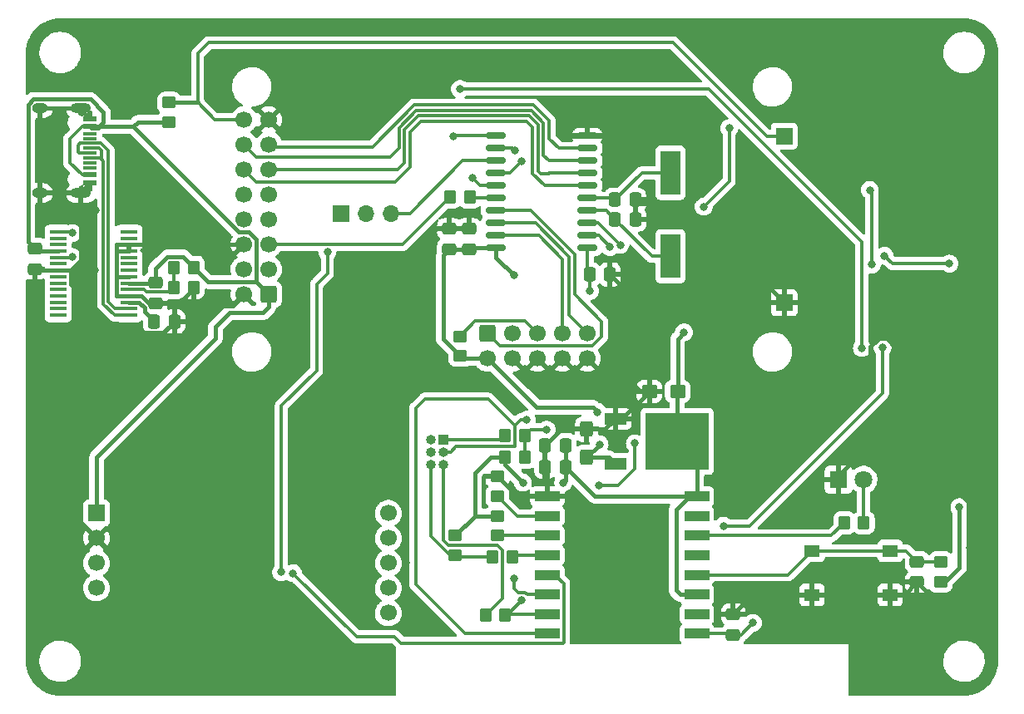
<source format=gbr>
%TF.GenerationSoftware,KiCad,Pcbnew,(6.0.11)*%
%TF.CreationDate,2024-04-14T23:22:21+03:00*%
%TF.ProjectId,avr-co2-detector,6176722d-636f-4322-9d64-65746563746f,rev. 1*%
%TF.SameCoordinates,Original*%
%TF.FileFunction,Copper,L1,Top*%
%TF.FilePolarity,Positive*%
%FSLAX46Y46*%
G04 Gerber Fmt 4.6, Leading zero omitted, Abs format (unit mm)*
G04 Created by KiCad (PCBNEW (6.0.11)) date 2024-04-14 23:22:21*
%MOMM*%
%LPD*%
G01*
G04 APERTURE LIST*
G04 Aperture macros list*
%AMRoundRect*
0 Rectangle with rounded corners*
0 $1 Rounding radius*
0 $2 $3 $4 $5 $6 $7 $8 $9 X,Y pos of 4 corners*
0 Add a 4 corners polygon primitive as box body*
4,1,4,$2,$3,$4,$5,$6,$7,$8,$9,$2,$3,0*
0 Add four circle primitives for the rounded corners*
1,1,$1+$1,$2,$3*
1,1,$1+$1,$4,$5*
1,1,$1+$1,$6,$7*
1,1,$1+$1,$8,$9*
0 Add four rect primitives between the rounded corners*
20,1,$1+$1,$2,$3,$4,$5,0*
20,1,$1+$1,$4,$5,$6,$7,0*
20,1,$1+$1,$6,$7,$8,$9,0*
20,1,$1+$1,$8,$9,$2,$3,0*%
G04 Aperture macros list end*
%TA.AperFunction,SMDPad,CuDef*%
%ADD10R,2.500000X1.000000*%
%TD*%
%TA.AperFunction,SMDPad,CuDef*%
%ADD11RoundRect,0.250000X-0.350000X-0.450000X0.350000X-0.450000X0.350000X0.450000X-0.350000X0.450000X0*%
%TD*%
%TA.AperFunction,SMDPad,CuDef*%
%ADD12R,1.550000X1.300000*%
%TD*%
%TA.AperFunction,SMDPad,CuDef*%
%ADD13RoundRect,0.250000X0.337500X0.475000X-0.337500X0.475000X-0.337500X-0.475000X0.337500X-0.475000X0*%
%TD*%
%TA.AperFunction,SMDPad,CuDef*%
%ADD14RoundRect,0.250000X-0.450000X0.350000X-0.450000X-0.350000X0.450000X-0.350000X0.450000X0.350000X0*%
%TD*%
%TA.AperFunction,SMDPad,CuDef*%
%ADD15RoundRect,0.250000X0.425000X-0.537500X0.425000X0.537500X-0.425000X0.537500X-0.425000X-0.537500X0*%
%TD*%
%TA.AperFunction,SMDPad,CuDef*%
%ADD16R,1.450000X0.600000*%
%TD*%
%TA.AperFunction,SMDPad,CuDef*%
%ADD17R,1.450000X0.300000*%
%TD*%
%TA.AperFunction,ComponentPad*%
%ADD18O,2.100000X1.000000*%
%TD*%
%TA.AperFunction,ComponentPad*%
%ADD19O,1.600000X1.000000*%
%TD*%
%TA.AperFunction,ComponentPad*%
%ADD20R,1.700000X1.700000*%
%TD*%
%TA.AperFunction,ComponentPad*%
%ADD21C,1.700000*%
%TD*%
%TA.AperFunction,SMDPad,CuDef*%
%ADD22R,2.000000X4.500000*%
%TD*%
%TA.AperFunction,SMDPad,CuDef*%
%ADD23RoundRect,0.250000X0.450000X-0.350000X0.450000X0.350000X-0.450000X0.350000X-0.450000X-0.350000X0*%
%TD*%
%TA.AperFunction,SMDPad,CuDef*%
%ADD24RoundRect,0.150000X0.875000X0.150000X-0.875000X0.150000X-0.875000X-0.150000X0.875000X-0.150000X0*%
%TD*%
%TA.AperFunction,ComponentPad*%
%ADD25RoundRect,0.250000X0.600000X0.600000X-0.600000X0.600000X-0.600000X-0.600000X0.600000X-0.600000X0*%
%TD*%
%TA.AperFunction,SMDPad,CuDef*%
%ADD26RoundRect,0.250000X-0.475000X0.337500X-0.475000X-0.337500X0.475000X-0.337500X0.475000X0.337500X0*%
%TD*%
%TA.AperFunction,SMDPad,CuDef*%
%ADD27R,2.200000X1.200000*%
%TD*%
%TA.AperFunction,SMDPad,CuDef*%
%ADD28R,6.400000X5.800000*%
%TD*%
%TA.AperFunction,SMDPad,CuDef*%
%ADD29RoundRect,0.250000X0.475000X-0.337500X0.475000X0.337500X-0.475000X0.337500X-0.475000X-0.337500X0*%
%TD*%
%TA.AperFunction,ComponentPad*%
%ADD30R,1.800000X1.800000*%
%TD*%
%TA.AperFunction,ComponentPad*%
%ADD31C,1.800000*%
%TD*%
%TA.AperFunction,SMDPad,CuDef*%
%ADD32R,1.750000X0.450000*%
%TD*%
%TA.AperFunction,SMDPad,CuDef*%
%ADD33RoundRect,0.250000X0.350000X0.450000X-0.350000X0.450000X-0.350000X-0.450000X0.350000X-0.450000X0*%
%TD*%
%TA.AperFunction,SMDPad,CuDef*%
%ADD34RoundRect,0.250000X0.537500X0.425000X-0.537500X0.425000X-0.537500X-0.425000X0.537500X-0.425000X0*%
%TD*%
%TA.AperFunction,ComponentPad*%
%ADD35O,1.700000X1.700000*%
%TD*%
%TA.AperFunction,ComponentPad*%
%ADD36R,1.000000X1.000000*%
%TD*%
%TA.AperFunction,ComponentPad*%
%ADD37O,1.000000X1.000000*%
%TD*%
%TA.AperFunction,ComponentPad*%
%ADD38RoundRect,0.250000X-0.600000X0.600000X-0.600000X-0.600000X0.600000X-0.600000X0.600000X0.600000X0*%
%TD*%
%TA.AperFunction,ViaPad*%
%ADD39C,0.800000*%
%TD*%
%TA.AperFunction,Conductor*%
%ADD40C,0.450000*%
%TD*%
%TA.AperFunction,Conductor*%
%ADD41C,0.300000*%
%TD*%
%TA.AperFunction,Conductor*%
%ADD42C,0.350000*%
%TD*%
%TA.AperFunction,Conductor*%
%ADD43C,0.400000*%
%TD*%
G04 APERTURE END LIST*
D10*
%TO.P,U5,1,~{RST}*%
%TO.N,Net-(C13-Pad2)*%
X151800000Y-127200000D03*
%TO.P,U5,2,ADC*%
%TO.N,unconnected-(U5-Pad2)*%
X151800000Y-125200000D03*
%TO.P,U5,3,EN*%
%TO.N,+3.3V*%
X151800000Y-123200000D03*
%TO.P,U5,4,GPIO16*%
%TO.N,Net-(C14-Pad2)*%
X151800000Y-121200000D03*
%TO.P,U5,5,GPIO14*%
%TO.N,unconnected-(U5-Pad5)*%
X151800000Y-119200000D03*
%TO.P,U5,6,GPIO12*%
%TO.N,Net-(R11-Pad2)*%
X151800000Y-117200000D03*
%TO.P,U5,7,GPIO13*%
%TO.N,unconnected-(U5-Pad7)*%
X151800000Y-115200000D03*
%TO.P,U5,8,VCC*%
%TO.N,+3.3V*%
X151800000Y-113200000D03*
%TO.P,U5,9,GND*%
%TO.N,GND*%
X136600000Y-113200000D03*
%TO.P,U5,10,GPIO15*%
%TO.N,Net-(R14-Pad2)*%
X136600000Y-115200000D03*
%TO.P,U5,11,GPIO2*%
%TO.N,Net-(R12-Pad2)*%
X136600000Y-117200000D03*
%TO.P,U5,12,GPIO0*%
%TO.N,Net-(R10-Pad2)*%
X136600000Y-119200000D03*
%TO.P,U5,13,GPIO4*%
%TO.N,/ESP_DEBUG_TXD*%
X136600000Y-121200000D03*
%TO.P,U5,14,GPIO5*%
%TO.N,/ESP_DEBUG_RXD*%
X136600000Y-123200000D03*
%TO.P,U5,15,GPIO3/RXD*%
%TO.N,Net-(R16-Pad2)*%
X136600000Y-125200000D03*
%TO.P,U5,16,GPIO1/TXD*%
%TO.N,/ESP_TXD*%
X136600000Y-127200000D03*
%TD*%
D11*
%TO.P,R16,1*%
%TO.N,/ESP_RXD*%
X130300000Y-125300000D03*
%TO.P,R16,2*%
%TO.N,Net-(R16-Pad2)*%
X132300000Y-125300000D03*
%TD*%
D12*
%TO.P,SW3,1,1*%
%TO.N,GND*%
X171475000Y-123250000D03*
X163525000Y-123250000D03*
%TO.P,SW3,2,2*%
%TO.N,Net-(C14-Pad2)*%
X163525000Y-118750000D03*
X171475000Y-118750000D03*
%TD*%
D13*
%TO.P,C3,1*%
%TO.N,GND*%
X145537500Y-85000000D03*
%TO.P,C3,2*%
%TO.N,Net-(C3-Pad2)*%
X143462500Y-85000000D03*
%TD*%
D14*
%TO.P,R14,1*%
%TO.N,GND*%
X131500000Y-111200000D03*
%TO.P,R14,2*%
%TO.N,Net-(R14-Pad2)*%
X131500000Y-113200000D03*
%TD*%
D15*
%TO.P,C12,1*%
%TO.N,+5V*%
X140600000Y-109237500D03*
%TO.P,C12,2*%
%TO.N,GND*%
X140600000Y-106362500D03*
%TD*%
D16*
%TO.P,J1,A1,GND*%
%TO.N,GND*%
X90045000Y-74750000D03*
%TO.P,J1,A4,VBUS*%
%TO.N,+5V*%
X90045000Y-75550000D03*
D17*
%TO.P,J1,A5,CC1*%
%TO.N,unconnected-(J1-PadA5)*%
X90045000Y-76750000D03*
%TO.P,J1,A6,D+*%
%TO.N,Net-(J1-PadA6)*%
X90045000Y-77750000D03*
%TO.P,J1,A7,D-*%
%TO.N,Net-(J1-PadA7)*%
X90045000Y-78250000D03*
%TO.P,J1,A8,SBU1*%
%TO.N,unconnected-(J1-PadA8)*%
X90045000Y-79250000D03*
D16*
%TO.P,J1,A9,VBUS*%
%TO.N,+5V*%
X90045000Y-80450000D03*
%TO.P,J1,A12,GND*%
%TO.N,GND*%
X90045000Y-81250000D03*
%TO.P,J1,B1,GND*%
X90045000Y-81250000D03*
%TO.P,J1,B4,VBUS*%
%TO.N,+5V*%
X90045000Y-80450000D03*
D17*
%TO.P,J1,B5,CC2*%
%TO.N,unconnected-(J1-PadB5)*%
X90045000Y-79750000D03*
%TO.P,J1,B6,D+*%
%TO.N,Net-(J1-PadA6)*%
X90045000Y-78750000D03*
%TO.P,J1,B7,D-*%
%TO.N,Net-(J1-PadA7)*%
X90045000Y-77250000D03*
%TO.P,J1,B8,SBU2*%
%TO.N,unconnected-(J1-PadB8)*%
X90045000Y-76250000D03*
D16*
%TO.P,J1,B9,VBUS*%
%TO.N,+5V*%
X90045000Y-75550000D03*
%TO.P,J1,B12,GND*%
%TO.N,GND*%
X90045000Y-74750000D03*
D18*
%TO.P,J1,S1,SHIELD*%
X89130000Y-73680000D03*
D19*
X84950000Y-73680000D03*
D18*
X89130000Y-82320000D03*
D19*
X84950000Y-82320000D03*
%TD*%
D20*
%TO.P,U3,1,G+*%
%TO.N,+5V*%
X90697500Y-114920000D03*
D21*
%TO.P,U3,2,G0*%
%TO.N,GND*%
X90697500Y-117460000D03*
%TO.P,U3,3,ALARM_OC*%
%TO.N,unconnected-(U3-Pad3)*%
X90697500Y-120000000D03*
%TO.P,U3,4,PWM_1KHZ*%
%TO.N,unconnected-(U3-Pad4)*%
X90697500Y-122540000D03*
%TO.P,U3,5,BCAL_IN*%
%TO.N,unconnected-(U3-Pad5)*%
X120397500Y-125080000D03*
%TO.P,U3,6,UART_R/T*%
%TO.N,unconnected-(U3-Pad6)*%
X120397500Y-122540000D03*
%TO.P,U3,7,UART_TXD*%
%TO.N,Net-(U1-Pad2)*%
X120397500Y-120000000D03*
%TO.P,U3,8,UART_RXD*%
%TO.N,Net-(U1-Pad3)*%
X120397500Y-117460000D03*
%TO.P,U3,9,DVCC_OUT*%
%TO.N,unconnected-(U3-Pad9)*%
X120397500Y-114920000D03*
%TD*%
D22*
%TO.P,Y1,1,1*%
%TO.N,Net-(C3-Pad2)*%
X149100000Y-88750000D03*
%TO.P,Y1,2,2*%
%TO.N,Net-(C2-Pad2)*%
X149100000Y-80250000D03*
%TD*%
D23*
%TO.P,R9,1*%
%TO.N,+3.3V*%
X176600000Y-121900000D03*
%TO.P,R9,2*%
%TO.N,Net-(C14-Pad2)*%
X176600000Y-119900000D03*
%TD*%
D14*
%TO.P,R12,1*%
%TO.N,+3.3V*%
X131500000Y-115200000D03*
%TO.P,R12,2*%
%TO.N,Net-(R12-Pad2)*%
X131500000Y-117200000D03*
%TD*%
D24*
%TO.P,U1,1,PA2/~{RESET}*%
%TO.N,Net-(C1-Pad2)*%
X140650000Y-87915000D03*
%TO.P,U1,2,PD0*%
%TO.N,Net-(U1-Pad2)*%
X140650000Y-86645000D03*
%TO.P,U1,3,PD1*%
%TO.N,Net-(U1-Pad3)*%
X140650000Y-85375000D03*
%TO.P,U1,4,PA1/XTAL2*%
%TO.N,Net-(C3-Pad2)*%
X140650000Y-84105000D03*
%TO.P,U1,5,PA0/XTAL1*%
%TO.N,Net-(C2-Pad2)*%
X140650000Y-82835000D03*
%TO.P,U1,6,PD2*%
%TO.N,/DB4*%
X140650000Y-81565000D03*
%TO.P,U1,7,PD3*%
%TO.N,/DB5*%
X140650000Y-80295000D03*
%TO.P,U1,8,PD4*%
%TO.N,/DB6*%
X140650000Y-79025000D03*
%TO.P,U1,9,PD5*%
%TO.N,/DB7*%
X140650000Y-77755000D03*
%TO.P,U1,10,GND*%
%TO.N,GND*%
X140650000Y-76485000D03*
%TO.P,U1,11,PD6*%
%TO.N,/RS*%
X131350000Y-76485000D03*
%TO.P,U1,12,PB0*%
%TO.N,/AVR_DEBUG_RXD*%
X131350000Y-77755000D03*
%TO.P,U1,13,PB1*%
%TO.N,/AVR_DEBUG_TXD*%
X131350000Y-79025000D03*
%TO.P,U1,14,PB2*%
%TO.N,/AVR_TXD*%
X131350000Y-80295000D03*
%TO.P,U1,15,PB3*%
%TO.N,/AVR_RXD*%
X131350000Y-81565000D03*
%TO.P,U1,16,PB4*%
%TO.N,Net-(R4-Pad2)*%
X131350000Y-82835000D03*
%TO.P,U1,17,PB5*%
%TO.N,Net-(J5-Pad1)*%
X131350000Y-84105000D03*
%TO.P,U1,18,PB6*%
%TO.N,Net-(J5-Pad9)*%
X131350000Y-85375000D03*
%TO.P,U1,19,PB7*%
%TO.N,Net-(J5-Pad7)*%
X131350000Y-86645000D03*
%TO.P,U1,20,VCC*%
%TO.N,+5V*%
X131350000Y-87915000D03*
%TD*%
D13*
%TO.P,C17,1*%
%TO.N,+3.3V*%
X138437500Y-108000000D03*
%TO.P,C17,2*%
%TO.N,GND*%
X136362500Y-108000000D03*
%TD*%
D25*
%TO.P,J4,1,Pin_1*%
%TO.N,+5V*%
X108240000Y-92620000D03*
D21*
%TO.P,J4,2,Pin_2*%
%TO.N,GND*%
X105700000Y-92620000D03*
%TO.P,J4,3,Pin_3*%
%TO.N,/RS*%
X108240000Y-90080000D03*
%TO.P,J4,4,Pin_4*%
%TO.N,/VO*%
X105700000Y-90080000D03*
%TO.P,J4,5,Pin_5*%
%TO.N,/E*%
X108240000Y-87540000D03*
%TO.P,J4,6,Pin_6*%
%TO.N,GND*%
X105700000Y-87540000D03*
%TO.P,J4,7,Pin_7*%
%TO.N,unconnected-(J4-Pad7)*%
X108240000Y-85000000D03*
%TO.P,J4,8,Pin_8*%
%TO.N,unconnected-(J4-Pad8)*%
X105700000Y-85000000D03*
%TO.P,J4,9,Pin_9*%
%TO.N,unconnected-(J4-Pad9)*%
X108240000Y-82460000D03*
%TO.P,J4,10,Pin_10*%
%TO.N,unconnected-(J4-Pad10)*%
X105700000Y-82460000D03*
%TO.P,J4,11,Pin_11*%
%TO.N,/DB5*%
X108240000Y-79920000D03*
%TO.P,J4,12,Pin_12*%
%TO.N,/DB4*%
X105700000Y-79920000D03*
%TO.P,J4,13,Pin_13*%
%TO.N,/DB7*%
X108240000Y-77380000D03*
%TO.P,J4,14,Pin_14*%
%TO.N,/DB6*%
X105700000Y-77380000D03*
%TO.P,J4,15,Pin_15*%
%TO.N,GND*%
X108240000Y-74840000D03*
%TO.P,J4,16,Pin_16*%
%TO.N,/LED+*%
X105700000Y-74840000D03*
%TD*%
D14*
%TO.P,R13,1*%
%TO.N,+3.3V*%
X127200000Y-117200000D03*
%TO.P,R13,2*%
%TO.N,/ESP_IO0*%
X127200000Y-119200000D03*
%TD*%
D11*
%TO.P,R8,1*%
%TO.N,+3.3V*%
X132300000Y-109200000D03*
%TO.P,R8,2*%
%TO.N,Net-(C13-Pad2)*%
X134300000Y-109200000D03*
%TD*%
%TO.P,R15,1*%
%TO.N,/ESP_EN*%
X132300000Y-107000000D03*
%TO.P,R15,2*%
%TO.N,Net-(C13-Pad2)*%
X134300000Y-107000000D03*
%TD*%
%TO.P,R3,1*%
%TO.N,Net-(R2-Pad1)*%
X98600000Y-91900000D03*
%TO.P,R3,2*%
%TO.N,GND*%
X100600000Y-91900000D03*
%TD*%
D13*
%TO.P,C2,1*%
%TO.N,GND*%
X145537500Y-83000000D03*
%TO.P,C2,2*%
%TO.N,Net-(C2-Pad2)*%
X143462500Y-83000000D03*
%TD*%
D26*
%TO.P,C8,1*%
%TO.N,+5V*%
X84400000Y-87962500D03*
%TO.P,C8,2*%
%TO.N,GND*%
X84400000Y-90037500D03*
%TD*%
D27*
%TO.P,U4,1,GND*%
%TO.N,GND*%
X143500000Y-105320000D03*
D28*
%TO.P,U4,2,VO*%
%TO.N,+3.3V*%
X149800000Y-107600000D03*
D27*
%TO.P,U4,3,VI*%
%TO.N,+5V*%
X143500000Y-109880000D03*
%TD*%
D23*
%TO.P,R1,1*%
%TO.N,+5V*%
X127700000Y-98900000D03*
%TO.P,R1,2*%
%TO.N,Net-(C1-Pad2)*%
X127700000Y-96900000D03*
%TD*%
D29*
%TO.P,C14,1*%
%TO.N,GND*%
X174200000Y-121937500D03*
%TO.P,C14,2*%
%TO.N,Net-(C14-Pad2)*%
X174200000Y-119862500D03*
%TD*%
%TO.P,C4,1*%
%TO.N,+5V*%
X126600000Y-88037500D03*
%TO.P,C4,2*%
%TO.N,GND*%
X126600000Y-85962500D03*
%TD*%
D14*
%TO.P,R7,1*%
%TO.N,/LED+*%
X98100000Y-73100000D03*
%TO.P,R7,2*%
%TO.N,+5V*%
X98100000Y-75100000D03*
%TD*%
D30*
%TO.P,D1,1,K*%
%TO.N,GND*%
X166225000Y-111500000D03*
D31*
%TO.P,D1,2,A*%
%TO.N,Net-(D1-Pad2)*%
X168765000Y-111500000D03*
%TD*%
D11*
%TO.P,R2,1*%
%TO.N,Net-(R2-Pad1)*%
X98600000Y-89900000D03*
%TO.P,R2,2*%
%TO.N,+5V*%
X100600000Y-89900000D03*
%TD*%
D32*
%TO.P,U2,1,TXD*%
%TO.N,/AVR_DEBUG_RXD*%
X86800000Y-86275000D03*
%TO.P,U2,2,DTR*%
%TO.N,unconnected-(U2-Pad2)*%
X86800000Y-86925000D03*
%TO.P,U2,3,RTS*%
%TO.N,unconnected-(U2-Pad3)*%
X86800000Y-87575000D03*
%TO.P,U2,4,VCCIO*%
%TO.N,+5V*%
X86800000Y-88225000D03*
%TO.P,U2,5,RXD*%
%TO.N,Net-(JP1-Pad2)*%
X86800000Y-88875000D03*
%TO.P,U2,6,RI*%
%TO.N,unconnected-(U2-Pad6)*%
X86800000Y-89525000D03*
%TO.P,U2,7,GND*%
%TO.N,GND*%
X86800000Y-90175000D03*
%TO.P,U2,8*%
%TO.N,N/C*%
X86800000Y-90825000D03*
%TO.P,U2,9,DCR*%
%TO.N,unconnected-(U2-Pad9)*%
X86800000Y-91475000D03*
%TO.P,U2,10,DCD*%
%TO.N,unconnected-(U2-Pad10)*%
X86800000Y-92125000D03*
%TO.P,U2,11,CTS*%
%TO.N,unconnected-(U2-Pad11)*%
X86800000Y-92775000D03*
%TO.P,U2,12,CBUS4*%
%TO.N,unconnected-(U2-Pad12)*%
X86800000Y-93425000D03*
%TO.P,U2,13,CBUS2*%
%TO.N,unconnected-(U2-Pad13)*%
X86800000Y-94075000D03*
%TO.P,U2,14,CBUS3*%
%TO.N,unconnected-(U2-Pad14)*%
X86800000Y-94725000D03*
%TO.P,U2,15,USBD+*%
%TO.N,Net-(J1-PadA6)*%
X94000000Y-94725000D03*
%TO.P,U2,16,USBD-*%
%TO.N,Net-(J1-PadA7)*%
X94000000Y-94075000D03*
%TO.P,U2,17,3V3OUT*%
%TO.N,Net-(C6-Pad2)*%
X94000000Y-93425000D03*
%TO.P,U2,18,GND*%
%TO.N,GND*%
X94000000Y-92775000D03*
%TO.P,U2,19,~{RESET}*%
%TO.N,Net-(R2-Pad1)*%
X94000000Y-92125000D03*
%TO.P,U2,20,VCC*%
%TO.N,+5V*%
X94000000Y-91475000D03*
%TO.P,U2,21,GND*%
%TO.N,GND*%
X94000000Y-90825000D03*
%TO.P,U2,22,CBUS1*%
%TO.N,unconnected-(U2-Pad22)*%
X94000000Y-90175000D03*
%TO.P,U2,23,CBUS0*%
%TO.N,unconnected-(U2-Pad23)*%
X94000000Y-89525000D03*
%TO.P,U2,24*%
%TO.N,N/C*%
X94000000Y-88875000D03*
%TO.P,U2,25,AGND*%
%TO.N,GND*%
X94000000Y-88225000D03*
%TO.P,U2,26,TEST*%
X94000000Y-87575000D03*
%TO.P,U2,27,OSCI*%
%TO.N,unconnected-(U2-Pad27)*%
X94000000Y-86925000D03*
%TO.P,U2,28,OSCO*%
%TO.N,unconnected-(U2-Pad28)*%
X94000000Y-86275000D03*
%TD*%
D11*
%TO.P,R10,1*%
%TO.N,/ESP_IO0*%
X131000000Y-119400000D03*
%TO.P,R10,2*%
%TO.N,Net-(R10-Pad2)*%
X133000000Y-119400000D03*
%TD*%
D13*
%TO.P,C6,1*%
%TO.N,GND*%
X98637500Y-95400000D03*
%TO.P,C6,2*%
%TO.N,Net-(C6-Pad2)*%
X96562500Y-95400000D03*
%TD*%
D26*
%TO.P,C9,1*%
%TO.N,+5V*%
X96700000Y-91462500D03*
%TO.P,C9,2*%
%TO.N,GND*%
X96700000Y-93537500D03*
%TD*%
D11*
%TO.P,R4,1*%
%TO.N,/E*%
X126700000Y-82700000D03*
%TO.P,R4,2*%
%TO.N,Net-(R4-Pad2)*%
X128700000Y-82700000D03*
%TD*%
D13*
%TO.P,C16,1*%
%TO.N,+3.3V*%
X138437500Y-110200000D03*
%TO.P,C16,2*%
%TO.N,GND*%
X136362500Y-110200000D03*
%TD*%
D20*
%TO.P,J3,1,Pin_1*%
%TO.N,GND*%
X160700000Y-93500000D03*
%TD*%
D33*
%TO.P,R11,1*%
%TO.N,Net-(D1-Pad2)*%
X168800000Y-115900000D03*
%TO.P,R11,2*%
%TO.N,Net-(R11-Pad2)*%
X166800000Y-115900000D03*
%TD*%
D34*
%TO.P,C15,1*%
%TO.N,+3.3V*%
X149837500Y-102500000D03*
%TO.P,C15,2*%
%TO.N,GND*%
X146962500Y-102500000D03*
%TD*%
D29*
%TO.P,C5,1*%
%TO.N,+5V*%
X128600000Y-88037500D03*
%TO.P,C5,2*%
%TO.N,GND*%
X128600000Y-85962500D03*
%TD*%
D13*
%TO.P,C1,1*%
%TO.N,GND*%
X142937500Y-90600000D03*
%TO.P,C1,2*%
%TO.N,Net-(C1-Pad2)*%
X140862500Y-90600000D03*
%TD*%
D20*
%TO.P,J2,1,Pin_1*%
%TO.N,/LED+*%
X160700000Y-76500000D03*
%TD*%
D26*
%TO.P,C13,1*%
%TO.N,GND*%
X155500000Y-125225000D03*
%TO.P,C13,2*%
%TO.N,Net-(C13-Pad2)*%
X155500000Y-127300000D03*
%TD*%
D20*
%TO.P,JP1,1,A*%
%TO.N,Net-(JP1-Pad1)*%
X115600000Y-84400000D03*
D35*
%TO.P,JP1,2,C*%
%TO.N,Net-(JP1-Pad2)*%
X118140000Y-84400000D03*
%TO.P,JP1,3,B*%
%TO.N,/AVR_DEBUG_TXD*%
X120680000Y-84400000D03*
%TD*%
D36*
%TO.P,J6,1,Pin_1*%
%TO.N,/ESP_EN*%
X126000002Y-107399998D03*
D37*
%TO.P,J6,2,Pin_2*%
%TO.N,/VDD*%
X124730002Y-107399998D03*
%TO.P,J6,3,Pin_3*%
%TO.N,/ESP_TXD*%
X126000002Y-108669998D03*
%TO.P,J6,4,Pin_4*%
%TO.N,GND*%
X124730002Y-108669998D03*
%TO.P,J6,5,Pin_5*%
%TO.N,/ESP_RXD*%
X126000002Y-109939998D03*
%TO.P,J6,6,Pin_6*%
%TO.N,/ESP_IO0*%
X124730002Y-109939998D03*
%TD*%
D38*
%TO.P,J5,1,MOSI*%
%TO.N,Net-(J5-Pad1)*%
X130500000Y-96600000D03*
D21*
%TO.P,J5,2,VCC*%
%TO.N,+5V*%
X130500000Y-99140000D03*
%TO.P,J5,3,NC*%
%TO.N,unconnected-(J5-Pad3)*%
X133040000Y-96600000D03*
%TO.P,J5,4,GND*%
%TO.N,GND*%
X133040000Y-99140000D03*
%TO.P,J5,5,~{RST}*%
%TO.N,Net-(C1-Pad2)*%
X135580000Y-96600000D03*
%TO.P,J5,6,GND*%
%TO.N,GND*%
X135580000Y-99140000D03*
%TO.P,J5,7,SCK*%
%TO.N,Net-(J5-Pad7)*%
X138120000Y-96600000D03*
%TO.P,J5,8,GND*%
%TO.N,GND*%
X138120000Y-99140000D03*
%TO.P,J5,9,MISO*%
%TO.N,Net-(J5-Pad9)*%
X140660000Y-96600000D03*
%TO.P,J5,10,GND*%
%TO.N,GND*%
X140660000Y-99140000D03*
%TD*%
D39*
%TO.N,GND*%
X96000000Y-84100000D03*
X182000000Y-105500000D03*
X119300000Y-75300000D03*
X100800000Y-97300000D03*
X147000000Y-94600000D03*
X112000000Y-124100000D03*
X144400000Y-103400000D03*
X124600000Y-97500000D03*
X169500000Y-101000000D03*
X154300000Y-123300000D03*
X94700000Y-95900000D03*
X179400000Y-94800000D03*
X134500000Y-114100000D03*
X111300000Y-76500000D03*
X163000000Y-84200000D03*
X117300000Y-93900000D03*
X107000000Y-117000000D03*
X142200000Y-93000000D03*
X172000000Y-101000000D03*
X97100000Y-80000000D03*
X90500000Y-90200000D03*
X163700000Y-112000000D03*
X139000000Y-120900000D03*
X174400000Y-124000000D03*
X159800000Y-115700000D03*
X84400000Y-71300000D03*
X90600000Y-84100000D03*
X159300000Y-86600000D03*
X144000000Y-69400000D03*
X177200000Y-108400000D03*
X111600000Y-117000000D03*
X131000000Y-65100000D03*
X122200000Y-120000000D03*
X92400000Y-112900000D03*
X166200000Y-71900000D03*
X103200000Y-92700000D03*
X94700000Y-107300000D03*
X140700000Y-69000000D03*
X90300000Y-87700000D03*
X108200000Y-104700000D03*
X125600000Y-126600000D03*
X179700000Y-110600000D03*
X150100000Y-69500000D03*
X172100000Y-98125500D03*
X110900000Y-111900000D03*
X125400000Y-72300000D03*
X134400000Y-101200000D03*
X180400000Y-90600000D03*
X139700000Y-126400000D03*
X151000000Y-84200000D03*
X159300000Y-80700000D03*
X99000000Y-102900000D03*
X163800000Y-94000000D03*
X120900000Y-91200000D03*
X142900000Y-77200000D03*
X115000000Y-127600000D03*
X165700000Y-82600000D03*
X175600000Y-103100000D03*
X86200000Y-78200000D03*
X173800000Y-93000000D03*
X178000000Y-92000000D03*
X153200000Y-94300000D03*
X138900000Y-114900000D03*
X114500000Y-97300000D03*
X151800000Y-103500000D03*
X146900000Y-89900000D03*
X87000000Y-74600000D03*
X120300000Y-128600000D03*
X92800000Y-74400000D03*
X168900000Y-106500000D03*
X118800000Y-88600000D03*
X127700000Y-102000000D03*
X177200000Y-117700000D03*
X116800000Y-121400000D03*
X161200000Y-110300000D03*
X181800000Y-110600000D03*
X123100000Y-102500000D03*
X168600000Y-70800000D03*
X179600000Y-118400000D03*
X154000000Y-109700000D03*
X114700000Y-123200000D03*
X170000000Y-130000000D03*
X136600000Y-72800000D03*
X143500000Y-72900000D03*
X121700000Y-106000000D03*
X169100000Y-119900000D03*
X145900000Y-76100000D03*
X169000000Y-117600000D03*
X121400000Y-112000000D03*
X176500000Y-85800000D03*
X162000000Y-78800000D03*
X158100000Y-89400000D03*
X112400000Y-90800000D03*
X152200000Y-89300000D03*
X131000000Y-69000000D03*
X95800000Y-89200000D03*
X156700000Y-86700000D03*
X148500000Y-123600000D03*
X142500000Y-65300000D03*
X124500000Y-90000000D03*
X88800000Y-93700000D03*
X92800000Y-76700000D03*
X181900000Y-100900000D03*
X157100000Y-114200000D03*
X147000000Y-82400000D03*
X170800000Y-90300000D03*
X99900000Y-71800000D03*
X110800000Y-104800000D03*
X143600000Y-107900000D03*
X119200000Y-96700000D03*
X108300000Y-111800000D03*
X102800000Y-98900000D03*
X168800000Y-126300000D03*
X115300000Y-90900000D03*
X147000000Y-86500000D03*
X111700000Y-97600000D03*
X179700000Y-105600000D03*
X133900000Y-68500000D03*
X172400000Y-88100000D03*
X179500000Y-124500000D03*
X165200000Y-116000000D03*
X148400000Y-117700000D03*
X179500000Y-100900000D03*
X96800000Y-101200000D03*
X116900000Y-76400000D03*
X167400000Y-93600000D03*
X166700000Y-88300000D03*
X159000000Y-122400000D03*
X122200000Y-68200000D03*
X117500000Y-125900000D03*
X138400000Y-76500000D03*
X85000000Y-86200000D03*
X118000000Y-65200000D03*
X167000000Y-104900000D03*
X104500000Y-65200000D03*
X102600000Y-71500000D03*
X153000000Y-68800000D03*
X96300000Y-73900000D03*
X91400000Y-71200000D03*
X148300000Y-98000000D03*
X168200000Y-77300000D03*
X152700000Y-76100000D03*
X112500000Y-88600000D03*
X150300000Y-73100000D03*
X103100000Y-90100000D03*
X142300000Y-89000000D03*
X102600000Y-85600000D03*
X161200000Y-67000000D03*
X113200000Y-68300000D03*
X155200000Y-82800000D03*
X124300000Y-93700000D03*
X89400000Y-111800000D03*
X92400000Y-105600000D03*
X128600000Y-84400000D03*
X143000000Y-114500000D03*
X84400000Y-91700000D03*
X163700000Y-89800000D03*
X143600000Y-81000000D03*
X170300000Y-93800000D03*
X110800000Y-69900000D03*
X132000000Y-102500000D03*
X170900000Y-83600000D03*
X176500000Y-98900000D03*
X167200000Y-100400000D03*
X181800000Y-94800000D03*
X164500000Y-66600000D03*
X122400000Y-124900000D03*
X170900000Y-77300000D03*
%TO.N,Net-(C1-Pad2)*%
X140900000Y-92300000D03*
%TO.N,+5V*%
X133200000Y-90700000D03*
X141700000Y-104600000D03*
X141900000Y-107900000D03*
%TO.N,Net-(C13-Pad2)*%
X136500000Y-106400000D03*
X157500000Y-126100000D03*
%TO.N,+3.3V*%
X178525500Y-114300000D03*
X138200000Y-111800000D03*
X134100000Y-111800000D03*
X150500000Y-96500000D03*
%TO.N,/RS*%
X127000000Y-76500000D03*
%TO.N,/ESP_TXD*%
X154500000Y-116200000D03*
X134500000Y-105400000D03*
X170700000Y-98000000D03*
%TO.N,Net-(JP1-Pad1)*%
X114200000Y-88339500D03*
X109497749Y-120931937D03*
%TO.N,Net-(JP1-Pad2)*%
X88219135Y-88819135D03*
%TO.N,Net-(R16-Pad2)*%
X141800000Y-112100000D03*
X145500000Y-107800000D03*
X134000000Y-123800000D03*
%TO.N,Net-(U1-Pad2)*%
X142970878Y-87805824D03*
%TO.N,Net-(U1-Pad3)*%
X144000000Y-87600000D03*
%TO.N,/AVR_DEBUG_RXD*%
X133300000Y-78000000D03*
X88238925Y-86377757D03*
X169600000Y-89600000D03*
X169400000Y-82000000D03*
%TO.N,/AVR_TXD*%
X152500000Y-83700000D03*
X134000000Y-79100000D03*
X155100000Y-75700500D03*
%TO.N,/AVR_RXD*%
X168600000Y-98100000D03*
X127700000Y-71700000D03*
X129000000Y-80800000D03*
%TO.N,/ESP_DEBUG_TXD*%
X110700000Y-121025500D03*
%TO.N,/ESP_DEBUG_RXD*%
X133200000Y-121600000D03*
X170900000Y-88700000D03*
X177500000Y-89500000D03*
%TD*%
D40*
%TO.N,GND*%
X146075000Y-102500000D02*
X142937500Y-99362500D01*
X169300000Y-108000000D02*
X173600000Y-108000000D01*
X96700000Y-93537500D02*
X98675000Y-93537500D01*
X88500000Y-115262500D02*
X88500000Y-105537500D01*
X89130000Y-82165000D02*
X90045000Y-81250000D01*
X136600000Y-110437500D02*
X136362500Y-110200000D01*
X171475000Y-123250000D02*
X172887500Y-123250000D01*
X94000000Y-87575000D02*
X105665000Y-87575000D01*
X105665000Y-87575000D02*
X105700000Y-87540000D01*
X175562500Y-123300000D02*
X174200000Y-121937500D01*
X94000000Y-92775000D02*
X92700000Y-92775000D01*
X141620000Y-100100000D02*
X140660000Y-99140000D01*
X84950000Y-73680000D02*
X89130000Y-73680000D01*
X89130000Y-82320000D02*
X89130000Y-89145000D01*
X89130000Y-73680000D02*
X89130000Y-73835000D01*
X142937500Y-90600000D02*
X142937500Y-99362500D01*
X136600000Y-113200000D02*
X136600000Y-110437500D01*
X167900000Y-100400000D02*
X167200000Y-100400000D01*
X138000000Y-106362500D02*
X140600000Y-106362500D01*
X140600000Y-106362500D02*
X142457500Y-106362500D01*
X92700000Y-90825000D02*
X92700000Y-88225000D01*
X157475000Y-123250000D02*
X163525000Y-123250000D01*
X166225000Y-111500000D02*
X166225000Y-111075000D01*
X142937500Y-99362500D02*
X142200000Y-100100000D01*
X155500000Y-125225000D02*
X157475000Y-123250000D01*
X84950000Y-82320000D02*
X89130000Y-82320000D01*
X98637500Y-95400000D02*
X97487500Y-96550000D01*
X173600000Y-108000000D02*
X179400000Y-113800000D01*
X140665000Y-76500000D02*
X150500000Y-76500000D01*
X145937500Y-83400000D02*
X145537500Y-83000000D01*
X144142500Y-105320000D02*
X146962500Y-102500000D01*
X172887500Y-123250000D02*
X174200000Y-121937500D01*
X88500000Y-105537500D02*
X98637500Y-95400000D01*
X146900000Y-83400000D02*
X145937500Y-83400000D01*
X168100000Y-100200000D02*
X167900000Y-100400000D01*
X88100000Y-91600000D02*
X88100000Y-90175000D01*
X172100000Y-98125500D02*
X171099500Y-97125000D01*
X151500000Y-77500000D02*
X151500000Y-82900000D01*
X100600000Y-91900000D02*
X100600000Y-92062500D01*
X136362500Y-108000000D02*
X138000000Y-106362500D01*
X140650000Y-76485000D02*
X140665000Y-76500000D01*
X179400000Y-113800000D02*
X179400000Y-121300000D01*
X93975000Y-88200000D02*
X94000000Y-88225000D01*
X94000000Y-90825000D02*
X92700000Y-90825000D01*
X90697500Y-117460000D02*
X88500000Y-115262500D01*
X100600000Y-92062500D02*
X98900000Y-93762500D01*
X89130000Y-73835000D02*
X90045000Y-74750000D01*
X146962500Y-102500000D02*
X146075000Y-102500000D01*
X151500000Y-82900000D02*
X151000000Y-83400000D01*
X143500000Y-105320000D02*
X144142500Y-105320000D01*
X147000000Y-82400000D02*
X147000000Y-83300000D01*
X169475000Y-98825000D02*
X168100000Y-100200000D01*
X84950000Y-73680000D02*
X84950000Y-82320000D01*
X104557500Y-93762500D02*
X105700000Y-92620000D01*
X94000000Y-87575000D02*
X92700000Y-87575000D01*
X179400000Y-121300000D02*
X177400000Y-123300000D01*
X177400000Y-123300000D02*
X175562500Y-123300000D01*
X98637500Y-94025000D02*
X98900000Y-93762500D01*
X136362500Y-108000000D02*
X136362500Y-110200000D01*
X126600000Y-85962500D02*
X128600000Y-85962500D01*
X92700000Y-92775000D02*
X92700000Y-90825000D01*
X152200000Y-85000000D02*
X160700000Y-93500000D01*
X95275000Y-92775000D02*
X96037500Y-93537500D01*
X128600000Y-85962500D02*
X128600000Y-84400000D01*
X169475000Y-97987563D02*
X169475000Y-98825000D01*
X142200000Y-100100000D02*
X141620000Y-100100000D01*
X145837500Y-93500000D02*
X160700000Y-93500000D01*
X92725000Y-88200000D02*
X93975000Y-88200000D01*
X131500000Y-111200000D02*
X133500000Y-113200000D01*
X98675000Y-93537500D02*
X98900000Y-93762500D01*
X97487500Y-96550000D02*
X93050000Y-96550000D01*
X92700000Y-88225000D02*
X92725000Y-88200000D01*
X166225000Y-111075000D02*
X169300000Y-108000000D01*
X86800000Y-90175000D02*
X88100000Y-90175000D01*
X142937500Y-90600000D02*
X145837500Y-93500000D01*
X84537500Y-90175000D02*
X84400000Y-90037500D01*
X142457500Y-106362500D02*
X143500000Y-105320000D01*
X86800000Y-90175000D02*
X84537500Y-90175000D01*
X98637500Y-95400000D02*
X98637500Y-94025000D01*
X98900000Y-93762500D02*
X104557500Y-93762500D01*
X96037500Y-93537500D02*
X96700000Y-93537500D01*
X147000000Y-83300000D02*
X146900000Y-83400000D01*
X94000000Y-92775000D02*
X95275000Y-92775000D01*
X89130000Y-89145000D02*
X88100000Y-90175000D01*
X163525000Y-123250000D02*
X171475000Y-123250000D01*
X145537500Y-85000000D02*
X152200000Y-85000000D01*
X145537500Y-83000000D02*
X145537500Y-85000000D01*
X93050000Y-96550000D02*
X88100000Y-91600000D01*
X133500000Y-113200000D02*
X136600000Y-113200000D01*
X89130000Y-82320000D02*
X89130000Y-82165000D01*
X140635000Y-76500000D02*
X140650000Y-76485000D01*
X92700000Y-87575000D02*
X92700000Y-88225000D01*
X170337563Y-97125000D02*
X169475000Y-97987563D01*
X138400000Y-76500000D02*
X140635000Y-76500000D01*
X150500000Y-76500000D02*
X151500000Y-77500000D01*
X171099500Y-97125000D02*
X170337563Y-97125000D01*
X151000000Y-83400000D02*
X146900000Y-83400000D01*
D41*
%TO.N,Net-(C1-Pad2)*%
X140650000Y-90387500D02*
X140862500Y-90600000D01*
X135580000Y-96600000D02*
X134330000Y-95350000D01*
X140900000Y-92300000D02*
X140900000Y-90637500D01*
X134330000Y-95350000D02*
X129250000Y-95350000D01*
X140650000Y-87915000D02*
X140650000Y-90387500D01*
X129250000Y-95350000D02*
X127700000Y-96900000D01*
X140900000Y-90637500D02*
X140862500Y-90600000D01*
%TO.N,Net-(C2-Pad2)*%
X140650000Y-82835000D02*
X143297500Y-82835000D01*
X146212500Y-80250000D02*
X143462500Y-83000000D01*
X149100000Y-80250000D02*
X146212500Y-80250000D01*
X143297500Y-82835000D02*
X143462500Y-83000000D01*
%TO.N,Net-(C3-Pad2)*%
X142567500Y-84105000D02*
X143462500Y-85000000D01*
X140650000Y-84105000D02*
X142567500Y-84105000D01*
X147212500Y-88750000D02*
X143462500Y-85000000D01*
X149100000Y-88750000D02*
X147212500Y-88750000D01*
D40*
%TO.N,+5V*%
X84266852Y-72755000D02*
X90063148Y-72755000D01*
X107660000Y-94500000D02*
X108240000Y-93920000D01*
D42*
X89220662Y-75550000D02*
X90045000Y-75550000D01*
D40*
X135485000Y-104125000D02*
X141225000Y-104125000D01*
X99475000Y-88775000D02*
X97925000Y-88775000D01*
X84662500Y-88225000D02*
X84400000Y-87962500D01*
X90697500Y-109202500D02*
X102800000Y-97100000D01*
X90697500Y-114920000D02*
X90697500Y-109202500D01*
X130500000Y-99140000D02*
X127940000Y-99140000D01*
X90170000Y-75675000D02*
X90045000Y-75550000D01*
X83725000Y-73296852D02*
X84266852Y-72755000D01*
D42*
X90045000Y-80450000D02*
X89220662Y-80450000D01*
D40*
X141225000Y-104125000D02*
X141700000Y-104600000D01*
X98100000Y-75100000D02*
X94892233Y-75100000D01*
X83725000Y-87287500D02*
X83725000Y-73296852D01*
D43*
X102070000Y-91370000D02*
X106990000Y-91370000D01*
D42*
X88000000Y-76770662D02*
X89220662Y-75550000D01*
X89220662Y-80450000D02*
X88000000Y-79229338D01*
D40*
X126000000Y-97200000D02*
X126000000Y-88637500D01*
X91400000Y-74091852D02*
X91400000Y-75100000D01*
X102800000Y-97100000D02*
X102800000Y-95950000D01*
X131350000Y-88850000D02*
X133200000Y-90700000D01*
X94892233Y-75100000D02*
X94442233Y-75550000D01*
X108240000Y-93920000D02*
X108240000Y-92620000D01*
X140600000Y-109237500D02*
X142857500Y-109237500D01*
X96687500Y-91475000D02*
X96700000Y-91462500D01*
X126600000Y-88037500D02*
X128600000Y-88037500D01*
X86800000Y-88225000D02*
X84662500Y-88225000D01*
X84400000Y-87962500D02*
X83725000Y-87287500D01*
X90063148Y-72755000D02*
X91400000Y-74091852D01*
X100600000Y-89900000D02*
X99475000Y-88775000D01*
X126000000Y-88637500D02*
X126600000Y-88037500D01*
X140600000Y-109237500D02*
X140600000Y-109200000D01*
D43*
X100600000Y-89900000D02*
X102070000Y-91370000D01*
D40*
X90825000Y-75675000D02*
X90170000Y-75675000D01*
X104250000Y-94500000D02*
X107660000Y-94500000D01*
D43*
X94442233Y-75550000D02*
X105182233Y-86290000D01*
D40*
X131350000Y-87915000D02*
X131350000Y-88850000D01*
D42*
X88000000Y-79229338D02*
X88000000Y-76770662D01*
D40*
X91400000Y-75100000D02*
X90825000Y-75675000D01*
X142857500Y-109237500D02*
X143500000Y-109880000D01*
X131350000Y-87915000D02*
X128722500Y-87915000D01*
X97925000Y-88775000D02*
X96700000Y-90000000D01*
X102800000Y-95950000D02*
X104250000Y-94500000D01*
X127940000Y-99140000D02*
X127700000Y-98900000D01*
D43*
X90045000Y-75550000D02*
X94442233Y-75550000D01*
D40*
X128722500Y-87915000D02*
X128600000Y-88037500D01*
D43*
X105182233Y-86290000D02*
X106217767Y-86290000D01*
D40*
X140600000Y-109200000D02*
X141900000Y-107900000D01*
D43*
X106990000Y-87062233D02*
X106990000Y-91370000D01*
D40*
X130500000Y-99140000D02*
X135485000Y-104125000D01*
D43*
X106217767Y-86290000D02*
X106990000Y-87062233D01*
D40*
X96700000Y-90000000D02*
X96700000Y-91462500D01*
D43*
X106990000Y-91370000D02*
X108240000Y-92620000D01*
D40*
X127700000Y-98900000D02*
X126000000Y-97200000D01*
X94000000Y-91475000D02*
X96687500Y-91475000D01*
D43*
%TO.N,Net-(C6-Pad2)*%
X95025000Y-93425000D02*
X95575000Y-93975000D01*
X95575000Y-93975000D02*
X95575000Y-94412500D01*
X94000000Y-93425000D02*
X95025000Y-93425000D01*
X95575000Y-94412500D02*
X96562500Y-95400000D01*
D41*
%TO.N,Net-(C13-Pad2)*%
X156300000Y-127300000D02*
X155500000Y-127300000D01*
X134900000Y-106400000D02*
X134300000Y-107000000D01*
X136500000Y-106400000D02*
X134900000Y-106400000D01*
X155400000Y-127200000D02*
X155500000Y-127300000D01*
X134300000Y-107000000D02*
X134300000Y-109200000D01*
X157500000Y-126100000D02*
X156300000Y-127300000D01*
X151800000Y-127200000D02*
X155400000Y-127200000D01*
%TO.N,Net-(C14-Pad2)*%
X173087500Y-118750000D02*
X174200000Y-119862500D01*
X174200000Y-119862500D02*
X176562500Y-119862500D01*
X151800000Y-121200000D02*
X161075000Y-121200000D01*
X161075000Y-121200000D02*
X163525000Y-118750000D01*
X163525000Y-118750000D02*
X171475000Y-118750000D01*
X176562500Y-119862500D02*
X176600000Y-119900000D01*
X171475000Y-118750000D02*
X173087500Y-118750000D01*
D40*
%TO.N,+3.3V*%
X138437500Y-111562500D02*
X138200000Y-111800000D01*
X149800000Y-102537500D02*
X149800000Y-107600000D01*
X178525500Y-120474500D02*
X178525500Y-114300000D01*
X149700000Y-122800000D02*
X150100000Y-123200000D01*
X127200000Y-117200000D02*
X129200000Y-115200000D01*
X150100000Y-123200000D02*
X151800000Y-123200000D01*
X132300000Y-110000000D02*
X134100000Y-111800000D01*
X130800000Y-109200000D02*
X129200000Y-110800000D01*
X129200000Y-115200000D02*
X131500000Y-115200000D01*
X151800000Y-113200000D02*
X151050000Y-113200000D01*
X149837500Y-97162500D02*
X150500000Y-96500000D01*
X132300000Y-109200000D02*
X132300000Y-110000000D01*
X151800000Y-113200000D02*
X141437500Y-113200000D01*
X151800000Y-109600000D02*
X149800000Y-107600000D01*
X176700000Y-122000000D02*
X177000000Y-122000000D01*
X149837500Y-102500000D02*
X149800000Y-102537500D01*
X138437500Y-110200000D02*
X138437500Y-111562500D01*
X151800000Y-113200000D02*
X151800000Y-109600000D01*
X151050000Y-113200000D02*
X149700000Y-114550000D01*
X132300000Y-109200000D02*
X130800000Y-109200000D01*
X138437500Y-110200000D02*
X138437500Y-108000000D01*
X176600000Y-121900000D02*
X176700000Y-122000000D01*
X149700000Y-114550000D02*
X149700000Y-122800000D01*
X177000000Y-122000000D02*
X178525500Y-120474500D01*
X141437500Y-113200000D02*
X138437500Y-110200000D01*
X149837500Y-102500000D02*
X149837500Y-97162500D01*
X129200000Y-110800000D02*
X129200000Y-115200000D01*
D41*
%TO.N,Net-(D1-Pad2)*%
X168765000Y-115865000D02*
X168800000Y-115900000D01*
X168765000Y-111500000D02*
X168765000Y-115865000D01*
%TO.N,Net-(J1-PadA6)*%
X91095000Y-78725000D02*
X91200000Y-78620000D01*
X91400000Y-93607106D02*
X92517894Y-94725000D01*
X91200000Y-78000000D02*
X90950000Y-77750000D01*
X92517894Y-94725000D02*
X94000000Y-94725000D01*
X90950000Y-77750000D02*
X90045000Y-77750000D01*
X91070000Y-78750000D02*
X90045000Y-78750000D01*
X91095000Y-78725000D02*
X91070000Y-78750000D01*
X91095000Y-78725000D02*
X91400000Y-79030000D01*
X91200000Y-78620000D02*
X91200000Y-78000000D01*
X91400000Y-79030000D02*
X91400000Y-93607106D01*
%TO.N,Net-(J1-PadA7)*%
X88800000Y-77420000D02*
X88800000Y-78100000D01*
X88800000Y-78100000D02*
X88950000Y-78250000D01*
X91900000Y-77992894D02*
X91900000Y-93400000D01*
X92575000Y-94075000D02*
X94000000Y-94075000D01*
X90045000Y-77250000D02*
X88970000Y-77250000D01*
X91900000Y-93400000D02*
X92575000Y-94075000D01*
X88950000Y-78250000D02*
X90045000Y-78250000D01*
X90045000Y-77250000D02*
X91157106Y-77250000D01*
X88970000Y-77250000D02*
X88800000Y-77420000D01*
X91157106Y-77250000D02*
X91900000Y-77992894D01*
%TO.N,/RS*%
X127015000Y-76485000D02*
X127000000Y-76500000D01*
X131350000Y-76485000D02*
X127015000Y-76485000D01*
%TO.N,/E*%
X126700000Y-82700000D02*
X121860000Y-87540000D01*
X121860000Y-87540000D02*
X108240000Y-87540000D01*
%TO.N,/DB5*%
X140650000Y-80295000D02*
X136795000Y-80295000D01*
X135650000Y-75372182D02*
X134727817Y-74450000D01*
X135650000Y-80072182D02*
X135650000Y-75372182D01*
X136790000Y-80300000D02*
X135877818Y-80300000D01*
X121380000Y-79920000D02*
X108240000Y-79920000D01*
X123472182Y-74450000D02*
X122050000Y-75872183D01*
X135877818Y-80300000D02*
X135650000Y-80072182D01*
X122050000Y-79250000D02*
X121380000Y-79920000D01*
X134727817Y-74450000D02*
X123472182Y-74450000D01*
X136795000Y-80295000D02*
X136790000Y-80300000D01*
X122050000Y-75872183D02*
X122050000Y-79250000D01*
%TO.N,/DB4*%
X122600000Y-79700000D02*
X121100000Y-81200000D01*
X140650000Y-81565000D02*
X136365000Y-81565000D01*
X122600000Y-76100000D02*
X122600000Y-79700000D01*
X123700000Y-75000000D02*
X122600000Y-76100000D01*
X121100000Y-81200000D02*
X106980000Y-81200000D01*
X106980000Y-81200000D02*
X105700000Y-79920000D01*
X135100000Y-80300000D02*
X135100000Y-75600000D01*
X136365000Y-81565000D02*
X135100000Y-80300000D01*
X134500000Y-75000000D02*
X123700000Y-75000000D01*
X135100000Y-75600000D02*
X134500000Y-75000000D01*
%TO.N,/DB7*%
X140650000Y-77755000D02*
X137755000Y-77755000D01*
X123016546Y-73350000D02*
X118766546Y-77600000D01*
X118766546Y-77600000D02*
X108460000Y-77600000D01*
X108460000Y-77600000D02*
X108240000Y-77380000D01*
X136750000Y-76750000D02*
X136749999Y-74916546D01*
X137755000Y-77755000D02*
X136750000Y-76750000D01*
X135183451Y-73350000D02*
X123016546Y-73350000D01*
X136749999Y-74916546D02*
X135183451Y-73350000D01*
%TO.N,/DB6*%
X121500000Y-75644366D02*
X121500000Y-77700000D01*
X120570000Y-78630000D02*
X106950000Y-78630000D01*
X134955634Y-73900000D02*
X123244364Y-73900000D01*
X136200000Y-78500000D02*
X136200000Y-75144364D01*
X106950000Y-78630000D02*
X105700000Y-77380000D01*
X140650000Y-79025000D02*
X136725000Y-79025000D01*
X136725000Y-79025000D02*
X136200000Y-78500000D01*
X136200000Y-75144364D02*
X134955634Y-73900000D01*
X121500000Y-77700000D02*
X120570000Y-78630000D01*
X123244364Y-73900000D02*
X121500000Y-75644366D01*
%TO.N,/LED+*%
X101000000Y-68100000D02*
X101000000Y-73100000D01*
X102740000Y-74840000D02*
X105700000Y-74840000D01*
X101000000Y-73100000D02*
X102740000Y-74840000D01*
X158900000Y-76500000D02*
X149400000Y-67000000D01*
D40*
X98100000Y-73100000D02*
X101000000Y-73100000D01*
D41*
X160700000Y-76500000D02*
X158900000Y-76500000D01*
X149400000Y-67000000D02*
X102100000Y-67000000D01*
X102100000Y-67000000D02*
X101000000Y-68100000D01*
%TO.N,Net-(J5-Pad1)*%
X139350000Y-92650000D02*
X142100000Y-95400000D01*
X131350000Y-84105000D02*
X134882818Y-84105000D01*
X139350000Y-88572183D02*
X139350000Y-92650000D01*
X131750000Y-97850000D02*
X130500000Y-96600000D01*
X141177767Y-97850000D02*
X131750000Y-97850000D01*
X142100000Y-96927767D02*
X141177767Y-97850000D01*
X134882818Y-84105000D02*
X139350000Y-88572183D01*
X142100000Y-95400000D02*
X142100000Y-96927767D01*
%TO.N,/ESP_EN*%
X131900002Y-107399998D02*
X126000002Y-107399998D01*
X132300000Y-107000000D02*
X131900002Y-107399998D01*
%TO.N,/ESP_TXD*%
X168300000Y-105100000D02*
X157200000Y-116200000D01*
X170700000Y-102700000D02*
X168300000Y-105100000D01*
X130600000Y-103300000D02*
X133300000Y-106000000D01*
X133300000Y-106000000D02*
X133300000Y-108100000D01*
X136600000Y-127200000D02*
X128200000Y-127200000D01*
X133300000Y-108100000D02*
X127312793Y-108100000D01*
X134500000Y-105400000D02*
X133900000Y-105400000D01*
X124100000Y-103300000D02*
X130600000Y-103300000D01*
X133900000Y-105400000D02*
X133300000Y-106000000D01*
X123200000Y-104200000D02*
X124100000Y-103300000D01*
X123200000Y-122200000D02*
X123200000Y-104200000D01*
X126742795Y-108669998D02*
X126000002Y-108669998D01*
X170700000Y-98000000D02*
X170700000Y-102700000D01*
X128200000Y-127200000D02*
X123200000Y-122200000D01*
X157200000Y-116200000D02*
X154500000Y-116200000D01*
X127312793Y-108100000D02*
X126742795Y-108669998D01*
%TO.N,/ESP_RXD*%
X126000002Y-117719241D02*
X126000002Y-109939998D01*
X132000000Y-123600000D02*
X132000000Y-118680761D01*
X132000000Y-118680761D02*
X131519239Y-118200000D01*
X126480761Y-118200000D02*
X126000002Y-117719241D01*
X130300000Y-125300000D02*
X132000000Y-123600000D01*
X131519239Y-118200000D02*
X126480761Y-118200000D01*
%TO.N,/ESP_IO0*%
X131000000Y-119400000D02*
X127400000Y-119400000D01*
X124730002Y-117227059D02*
X124730002Y-109939998D01*
X127200000Y-119200000D02*
X126702943Y-119200000D01*
X127400000Y-119400000D02*
X127200000Y-119200000D01*
X126702943Y-119200000D02*
X124730002Y-117227059D01*
%TO.N,Net-(JP1-Pad1)*%
X113100000Y-100400000D02*
X109497749Y-104002251D01*
X109497749Y-104002251D02*
X109497749Y-120931937D01*
X114200000Y-88339500D02*
X114200000Y-90500000D01*
X113100000Y-91600000D02*
X113100000Y-100400000D01*
X114200000Y-90500000D02*
X113100000Y-91600000D01*
%TO.N,Net-(JP1-Pad2)*%
X88163270Y-88875000D02*
X88219135Y-88819135D01*
X86800000Y-88875000D02*
X88163270Y-88875000D01*
%TO.N,/AVR_DEBUG_TXD*%
X122600000Y-84400000D02*
X120680000Y-84400000D01*
X131350000Y-79025000D02*
X127975000Y-79025000D01*
X127975000Y-79025000D02*
X122600000Y-84400000D01*
%TO.N,Net-(R2-Pad1)*%
X95500000Y-92125000D02*
X94000000Y-92125000D01*
X95775000Y-92400000D02*
X95500000Y-92125000D01*
X98600000Y-89900000D02*
X98600000Y-91900000D01*
X98100000Y-92400000D02*
X95775000Y-92400000D01*
X98600000Y-91900000D02*
X98100000Y-92400000D01*
%TO.N,Net-(R4-Pad2)*%
X131350000Y-82835000D02*
X128835000Y-82835000D01*
X128835000Y-82835000D02*
X128700000Y-82700000D01*
%TO.N,Net-(R10-Pad2)*%
X133200000Y-119200000D02*
X133000000Y-119400000D01*
X136600000Y-119200000D02*
X133200000Y-119200000D01*
%TO.N,Net-(R11-Pad2)*%
X151800000Y-117200000D02*
X165500000Y-117200000D01*
X165500000Y-117200000D02*
X166800000Y-115900000D01*
%TO.N,Net-(R12-Pad2)*%
X136600000Y-117200000D02*
X131500000Y-117200000D01*
%TO.N,Net-(R14-Pad2)*%
X136600000Y-115200000D02*
X133500000Y-115200000D01*
X133500000Y-115200000D02*
X131500000Y-113200000D01*
%TO.N,Net-(R16-Pad2)*%
X132400000Y-125200000D02*
X132300000Y-125300000D01*
X132500000Y-125300000D02*
X134000000Y-123800000D01*
X132300000Y-125300000D02*
X132500000Y-125300000D01*
X145500000Y-107800000D02*
X145500000Y-110380000D01*
X143780000Y-112100000D02*
X141800000Y-112100000D01*
X145500000Y-110380000D02*
X143780000Y-112100000D01*
X136600000Y-125200000D02*
X132400000Y-125200000D01*
%TO.N,Net-(U1-Pad2)*%
X141810054Y-86645000D02*
X140650000Y-86645000D01*
X142970878Y-87805824D02*
X141810054Y-86645000D01*
%TO.N,Net-(U1-Pad3)*%
X141775000Y-85375000D02*
X144000000Y-87600000D01*
X140650000Y-85375000D02*
X141775000Y-85375000D01*
%TO.N,/AVR_DEBUG_RXD*%
X88136168Y-86275000D02*
X88238925Y-86377757D01*
X131350000Y-77755000D02*
X133055000Y-77755000D01*
X169600000Y-82200000D02*
X169600000Y-89600000D01*
X86800000Y-86275000D02*
X88136168Y-86275000D01*
X133055000Y-77755000D02*
X133300000Y-78000000D01*
X169400000Y-82000000D02*
X169600000Y-82200000D01*
%TO.N,/AVR_TXD*%
X155100000Y-75700500D02*
X155100000Y-81100000D01*
X131350000Y-80295000D02*
X132805000Y-80295000D01*
X155100000Y-81100000D02*
X152500000Y-83700000D01*
X132805000Y-80295000D02*
X134000000Y-79100000D01*
%TO.N,/AVR_RXD*%
X131350000Y-81565000D02*
X129765000Y-81565000D01*
X168600000Y-87300000D02*
X153000000Y-71700000D01*
X129765000Y-81565000D02*
X129000000Y-80800000D01*
X153000000Y-71700000D02*
X127700000Y-71700000D01*
X168600000Y-98100000D02*
X168600000Y-87300000D01*
%TO.N,Net-(J5-Pad7)*%
X138120000Y-89020000D02*
X138120000Y-96600000D01*
X135745000Y-86645000D02*
X138120000Y-89020000D01*
X131350000Y-86645000D02*
X135745000Y-86645000D01*
%TO.N,Net-(J5-Pad9)*%
X138800000Y-88800000D02*
X138800000Y-94740000D01*
X138800000Y-94740000D02*
X140660000Y-96600000D01*
X131350000Y-85375000D02*
X135375000Y-85375000D01*
X135375000Y-85375000D02*
X138800000Y-88800000D01*
%TO.N,/ESP_DEBUG_TXD*%
X135900000Y-128150000D02*
X121699733Y-128150000D01*
X138200000Y-128150000D02*
X135900000Y-128150000D01*
X137350000Y-121200000D02*
X138250000Y-122100000D01*
X118800000Y-127500000D02*
X117174500Y-127500000D01*
X136600000Y-121200000D02*
X137350000Y-121200000D01*
X121699733Y-128150000D02*
X121049733Y-127500000D01*
X117174500Y-127500000D02*
X110700000Y-121025500D01*
X121049733Y-127500000D02*
X118800000Y-127500000D01*
X138250000Y-122100000D02*
X138250000Y-128100000D01*
X138250000Y-128100000D02*
X138200000Y-128150000D01*
%TO.N,/ESP_DEBUG_RXD*%
X133200000Y-121600000D02*
X133200000Y-122600000D01*
X134331371Y-123000000D02*
X134531371Y-123200000D01*
X177500000Y-89500000D02*
X171700000Y-89500000D01*
X134531371Y-123200000D02*
X136600000Y-123200000D01*
X171700000Y-89500000D02*
X170900000Y-88700000D01*
X133600000Y-123000000D02*
X134331371Y-123000000D01*
X133200000Y-122600000D02*
X133600000Y-123000000D01*
%TD*%
%TA.AperFunction,Conductor*%
%TO.N,GND*%
G36*
X178970018Y-64510000D02*
G01*
X178984852Y-64512310D01*
X178984855Y-64512310D01*
X178993724Y-64513691D01*
X179002627Y-64512527D01*
X179002628Y-64512527D01*
X179013076Y-64511161D01*
X179035594Y-64510249D01*
X179336051Y-64525010D01*
X179348345Y-64526221D01*
X179675034Y-64574680D01*
X179687156Y-64577090D01*
X179781196Y-64600646D01*
X180007523Y-64657339D01*
X180019355Y-64660928D01*
X180330311Y-64772190D01*
X180341735Y-64776922D01*
X180409500Y-64808972D01*
X180640292Y-64918128D01*
X180651188Y-64923953D01*
X180792101Y-65008412D01*
X180934467Y-65093744D01*
X180944748Y-65100614D01*
X181210017Y-65297350D01*
X181219556Y-65305177D01*
X181464282Y-65526985D01*
X181473015Y-65535718D01*
X181694823Y-65780444D01*
X181702650Y-65789983D01*
X181831381Y-65963557D01*
X181899386Y-66055252D01*
X181906256Y-66065533D01*
X181981030Y-66190285D01*
X182072557Y-66342987D01*
X182076045Y-66348807D01*
X182081872Y-66359708D01*
X182113012Y-66425548D01*
X182223078Y-66658265D01*
X182227810Y-66669689D01*
X182339072Y-66980645D01*
X182342661Y-66992477D01*
X182398742Y-67216361D01*
X182421973Y-67309103D01*
X182422909Y-67312841D01*
X182425320Y-67324966D01*
X182472511Y-67643099D01*
X182473779Y-67651650D01*
X182474990Y-67663949D01*
X182486959Y-67907548D01*
X182489390Y-67957034D01*
X182488042Y-67982598D01*
X182486309Y-67993724D01*
X182487474Y-68002630D01*
X182490436Y-68025283D01*
X182491500Y-68041621D01*
X182491500Y-129950633D01*
X182490000Y-129970018D01*
X182486309Y-129993724D01*
X182487473Y-130002627D01*
X182487473Y-130002628D01*
X182488839Y-130013076D01*
X182489751Y-130035594D01*
X182483896Y-130154784D01*
X182474991Y-130336045D01*
X182473779Y-130348345D01*
X182460902Y-130435159D01*
X182425321Y-130675031D01*
X182422910Y-130687156D01*
X182420936Y-130695036D01*
X182342661Y-131007523D01*
X182339072Y-131019355D01*
X182227810Y-131330311D01*
X182223078Y-131341735D01*
X182173415Y-131446740D01*
X182087486Y-131628423D01*
X182081874Y-131640288D01*
X182076045Y-131651193D01*
X181906256Y-131934467D01*
X181899386Y-131944748D01*
X181702650Y-132210017D01*
X181694823Y-132219556D01*
X181473020Y-132464277D01*
X181464282Y-132473015D01*
X181219556Y-132694823D01*
X181210017Y-132702650D01*
X181015517Y-132846901D01*
X180944748Y-132899386D01*
X180934467Y-132906256D01*
X180792101Y-132991588D01*
X180651188Y-133076047D01*
X180640292Y-133081872D01*
X180505870Y-133145448D01*
X180341735Y-133223078D01*
X180330311Y-133227810D01*
X180019355Y-133339072D01*
X180007523Y-133342661D01*
X179781196Y-133399354D01*
X179687156Y-133422910D01*
X179675034Y-133425320D01*
X179348345Y-133473779D01*
X179336051Y-133474990D01*
X179042961Y-133489390D01*
X179017402Y-133488042D01*
X179006276Y-133486309D01*
X178974714Y-133490436D01*
X178958379Y-133491500D01*
X167326000Y-133491500D01*
X167257879Y-133471498D01*
X167211386Y-133417842D01*
X167200000Y-133365500D01*
X167200000Y-130132703D01*
X176890743Y-130132703D01*
X176928268Y-130417734D01*
X177004129Y-130695036D01*
X177116923Y-130959476D01*
X177264561Y-131206161D01*
X177444313Y-131430528D01*
X177652851Y-131628423D01*
X177886317Y-131796186D01*
X177890112Y-131798195D01*
X177890113Y-131798196D01*
X177911869Y-131809715D01*
X178140392Y-131930712D01*
X178410373Y-132029511D01*
X178691264Y-132090755D01*
X178719841Y-132093004D01*
X178914282Y-132108307D01*
X178914291Y-132108307D01*
X178916739Y-132108500D01*
X179072271Y-132108500D01*
X179074407Y-132108354D01*
X179074418Y-132108354D01*
X179282548Y-132094165D01*
X179282554Y-132094164D01*
X179286825Y-132093873D01*
X179291020Y-132093004D01*
X179291022Y-132093004D01*
X179427583Y-132064724D01*
X179568342Y-132035574D01*
X179839343Y-131939607D01*
X180094812Y-131807750D01*
X180098313Y-131805289D01*
X180098317Y-131805287D01*
X180317570Y-131651193D01*
X180330023Y-131642441D01*
X180540622Y-131446740D01*
X180722713Y-131224268D01*
X180872927Y-130979142D01*
X180988483Y-130715898D01*
X181067244Y-130439406D01*
X181107751Y-130154784D01*
X181107845Y-130136951D01*
X181109235Y-129871583D01*
X181109235Y-129871576D01*
X181109257Y-129867297D01*
X181071732Y-129582266D01*
X180995871Y-129304964D01*
X180883077Y-129040524D01*
X180735439Y-128793839D01*
X180555687Y-128569472D01*
X180347149Y-128371577D01*
X180113683Y-128203814D01*
X180109776Y-128201745D01*
X180031029Y-128160051D01*
X179859608Y-128069288D01*
X179648734Y-127992119D01*
X179593658Y-127971964D01*
X179593656Y-127971963D01*
X179589627Y-127970489D01*
X179308736Y-127909245D01*
X179277685Y-127906801D01*
X179085718Y-127891693D01*
X179085709Y-127891693D01*
X179083261Y-127891500D01*
X178927729Y-127891500D01*
X178925593Y-127891646D01*
X178925582Y-127891646D01*
X178717452Y-127905835D01*
X178717446Y-127905836D01*
X178713175Y-127906127D01*
X178708980Y-127906996D01*
X178708978Y-127906996D01*
X178587475Y-127932158D01*
X178431658Y-127964426D01*
X178160657Y-128060393D01*
X178156848Y-128062359D01*
X177969495Y-128159059D01*
X177905188Y-128192250D01*
X177901687Y-128194711D01*
X177901683Y-128194713D01*
X177831670Y-128243919D01*
X177669977Y-128357559D01*
X177654892Y-128371577D01*
X177468674Y-128544622D01*
X177459378Y-128553260D01*
X177277287Y-128775732D01*
X177127073Y-129020858D01*
X177011517Y-129284102D01*
X176932756Y-129560594D01*
X176892249Y-129845216D01*
X176892227Y-129849505D01*
X176892226Y-129849512D01*
X176890765Y-130128417D01*
X176890743Y-130132703D01*
X167200000Y-130132703D01*
X167200000Y-128300000D01*
X156683364Y-128300000D01*
X156615243Y-128279998D01*
X156568750Y-128226342D01*
X156558646Y-128156068D01*
X156576104Y-128107884D01*
X156576220Y-128107697D01*
X156667115Y-127960238D01*
X156703746Y-127849800D01*
X156743534Y-127795385D01*
X156742165Y-127793927D01*
X156747942Y-127788502D01*
X156754357Y-127783841D01*
X156783798Y-127748253D01*
X156791787Y-127739473D01*
X157485854Y-127045405D01*
X157548167Y-127011380D01*
X157574950Y-127008500D01*
X157595487Y-127008500D01*
X157601939Y-127007128D01*
X157601944Y-127007128D01*
X157688888Y-126988647D01*
X157782288Y-126968794D01*
X157829172Y-126947920D01*
X157950722Y-126893803D01*
X157950724Y-126893802D01*
X157956752Y-126891118D01*
X157978831Y-126875077D01*
X158030771Y-126837340D01*
X158111253Y-126778866D01*
X158239040Y-126636944D01*
X158334527Y-126471556D01*
X158393542Y-126289928D01*
X158397645Y-126250896D01*
X158412814Y-126106565D01*
X158413504Y-126100000D01*
X158397392Y-125946705D01*
X158394232Y-125916635D01*
X158394232Y-125916633D01*
X158393542Y-125910072D01*
X158334527Y-125728444D01*
X158239040Y-125563056D01*
X158175555Y-125492548D01*
X158115675Y-125426045D01*
X158115674Y-125426044D01*
X158111253Y-125421134D01*
X157956752Y-125308882D01*
X157950724Y-125306198D01*
X157950722Y-125306197D01*
X157788319Y-125233891D01*
X157788318Y-125233891D01*
X157782288Y-125231206D01*
X157688888Y-125211353D01*
X157601944Y-125192872D01*
X157601939Y-125192872D01*
X157595487Y-125191500D01*
X157404513Y-125191500D01*
X157398061Y-125192872D01*
X157398056Y-125192872D01*
X157311112Y-125211353D01*
X157217712Y-125231206D01*
X157211682Y-125233891D01*
X157211681Y-125233891D01*
X157049278Y-125306197D01*
X157049276Y-125306198D01*
X157043248Y-125308882D01*
X156888747Y-125421134D01*
X156866395Y-125445959D01*
X156805951Y-125483199D01*
X156745976Y-125484770D01*
X156719452Y-125479000D01*
X154285116Y-125479000D01*
X154269877Y-125483475D01*
X154268672Y-125484865D01*
X154267001Y-125492548D01*
X154267001Y-125609595D01*
X154267338Y-125616114D01*
X154277257Y-125711706D01*
X154280149Y-125725100D01*
X154331588Y-125879284D01*
X154337761Y-125892462D01*
X154423063Y-126030307D01*
X154432099Y-126041708D01*
X154546828Y-126156238D01*
X154555762Y-126163294D01*
X154596823Y-126221212D01*
X154600053Y-126292135D01*
X154564426Y-126353546D01*
X154556593Y-126360346D01*
X154550652Y-126364022D01*
X154425695Y-126489197D01*
X154422739Y-126493993D01*
X154365386Y-126534655D01*
X154324422Y-126541500D01*
X153621009Y-126541500D01*
X153552888Y-126521498D01*
X153506395Y-126467842D01*
X153504097Y-126462306D01*
X153503767Y-126461703D01*
X153500615Y-126453295D01*
X153413261Y-126336739D01*
X153365340Y-126300824D01*
X153322827Y-126243967D01*
X153317801Y-126173149D01*
X153351861Y-126110855D01*
X153365330Y-126099183D01*
X153413261Y-126063261D01*
X153500615Y-125946705D01*
X153551745Y-125810316D01*
X153558500Y-125748134D01*
X153558500Y-124952885D01*
X154267000Y-124952885D01*
X154271475Y-124968124D01*
X154272865Y-124969329D01*
X154280548Y-124971000D01*
X155227885Y-124971000D01*
X155243124Y-124966525D01*
X155244329Y-124965135D01*
X155246000Y-124957452D01*
X155246000Y-124952885D01*
X155754000Y-124952885D01*
X155758475Y-124968124D01*
X155759865Y-124969329D01*
X155767548Y-124971000D01*
X156714884Y-124971000D01*
X156730123Y-124966525D01*
X156731328Y-124965135D01*
X156732999Y-124957452D01*
X156732999Y-124840405D01*
X156732662Y-124833886D01*
X156722743Y-124738294D01*
X156719851Y-124724900D01*
X156668412Y-124570716D01*
X156662239Y-124557538D01*
X156576937Y-124419693D01*
X156567901Y-124408292D01*
X156453171Y-124293761D01*
X156441760Y-124284749D01*
X156303757Y-124199684D01*
X156290576Y-124193537D01*
X156136290Y-124142362D01*
X156122914Y-124139495D01*
X156028562Y-124129828D01*
X156022145Y-124129500D01*
X155772115Y-124129500D01*
X155756876Y-124133975D01*
X155755671Y-124135365D01*
X155754000Y-124143048D01*
X155754000Y-124952885D01*
X155246000Y-124952885D01*
X155246000Y-124147616D01*
X155241525Y-124132377D01*
X155240135Y-124131172D01*
X155232452Y-124129501D01*
X154977905Y-124129501D01*
X154971386Y-124129838D01*
X154875794Y-124139757D01*
X154862400Y-124142649D01*
X154708216Y-124194088D01*
X154695038Y-124200261D01*
X154557193Y-124285563D01*
X154545792Y-124294599D01*
X154431261Y-124409329D01*
X154422249Y-124420740D01*
X154337184Y-124558743D01*
X154331037Y-124571924D01*
X154279862Y-124726210D01*
X154276995Y-124739586D01*
X154267328Y-124833938D01*
X154267000Y-124840355D01*
X154267000Y-124952885D01*
X153558500Y-124952885D01*
X153558500Y-124651866D01*
X153551745Y-124589684D01*
X153500615Y-124453295D01*
X153413261Y-124336739D01*
X153365340Y-124300824D01*
X153322827Y-124243967D01*
X153317801Y-124173149D01*
X153351861Y-124110855D01*
X153365330Y-124099183D01*
X153413261Y-124063261D01*
X153500615Y-123946705D01*
X153501378Y-123944669D01*
X162242001Y-123944669D01*
X162242371Y-123951490D01*
X162247895Y-124002352D01*
X162251521Y-124017604D01*
X162296676Y-124138054D01*
X162305214Y-124153649D01*
X162381715Y-124255724D01*
X162394276Y-124268285D01*
X162496351Y-124344786D01*
X162511946Y-124353324D01*
X162632394Y-124398478D01*
X162647649Y-124402105D01*
X162698514Y-124407631D01*
X162705328Y-124408000D01*
X163252885Y-124408000D01*
X163268124Y-124403525D01*
X163269329Y-124402135D01*
X163271000Y-124394452D01*
X163271000Y-124389884D01*
X163779000Y-124389884D01*
X163783475Y-124405123D01*
X163784865Y-124406328D01*
X163792548Y-124407999D01*
X164344669Y-124407999D01*
X164351490Y-124407629D01*
X164402352Y-124402105D01*
X164417604Y-124398479D01*
X164538054Y-124353324D01*
X164553649Y-124344786D01*
X164655724Y-124268285D01*
X164668285Y-124255724D01*
X164744786Y-124153649D01*
X164753324Y-124138054D01*
X164798478Y-124017606D01*
X164802105Y-124002351D01*
X164807631Y-123951486D01*
X164808000Y-123944672D01*
X164808000Y-123944669D01*
X170192001Y-123944669D01*
X170192371Y-123951490D01*
X170197895Y-124002352D01*
X170201521Y-124017604D01*
X170246676Y-124138054D01*
X170255214Y-124153649D01*
X170331715Y-124255724D01*
X170344276Y-124268285D01*
X170446351Y-124344786D01*
X170461946Y-124353324D01*
X170582394Y-124398478D01*
X170597649Y-124402105D01*
X170648514Y-124407631D01*
X170655328Y-124408000D01*
X171202885Y-124408000D01*
X171218124Y-124403525D01*
X171219329Y-124402135D01*
X171221000Y-124394452D01*
X171221000Y-124389884D01*
X171729000Y-124389884D01*
X171733475Y-124405123D01*
X171734865Y-124406328D01*
X171742548Y-124407999D01*
X172294669Y-124407999D01*
X172301490Y-124407629D01*
X172352352Y-124402105D01*
X172367604Y-124398479D01*
X172488054Y-124353324D01*
X172503649Y-124344786D01*
X172605724Y-124268285D01*
X172618285Y-124255724D01*
X172694786Y-124153649D01*
X172703324Y-124138054D01*
X172748478Y-124017606D01*
X172752105Y-124002351D01*
X172757631Y-123951486D01*
X172758000Y-123944672D01*
X172758000Y-123522115D01*
X172753525Y-123506876D01*
X172752135Y-123505671D01*
X172744452Y-123504000D01*
X171747115Y-123504000D01*
X171731876Y-123508475D01*
X171730671Y-123509865D01*
X171729000Y-123517548D01*
X171729000Y-124389884D01*
X171221000Y-124389884D01*
X171221000Y-123522115D01*
X171216525Y-123506876D01*
X171215135Y-123505671D01*
X171207452Y-123504000D01*
X170210116Y-123504000D01*
X170194877Y-123508475D01*
X170193672Y-123509865D01*
X170192001Y-123517548D01*
X170192001Y-123944669D01*
X164808000Y-123944669D01*
X164808000Y-123522115D01*
X164803525Y-123506876D01*
X164802135Y-123505671D01*
X164794452Y-123504000D01*
X163797115Y-123504000D01*
X163781876Y-123508475D01*
X163780671Y-123509865D01*
X163779000Y-123517548D01*
X163779000Y-124389884D01*
X163271000Y-124389884D01*
X163271000Y-123522115D01*
X163266525Y-123506876D01*
X163265135Y-123505671D01*
X163257452Y-123504000D01*
X162260116Y-123504000D01*
X162244877Y-123508475D01*
X162243672Y-123509865D01*
X162242001Y-123517548D01*
X162242001Y-123944669D01*
X153501378Y-123944669D01*
X153551745Y-123810316D01*
X153558500Y-123748134D01*
X153558500Y-122977885D01*
X162242000Y-122977885D01*
X162246475Y-122993124D01*
X162247865Y-122994329D01*
X162255548Y-122996000D01*
X163252885Y-122996000D01*
X163268124Y-122991525D01*
X163269329Y-122990135D01*
X163271000Y-122982452D01*
X163271000Y-122977885D01*
X163779000Y-122977885D01*
X163783475Y-122993124D01*
X163784865Y-122994329D01*
X163792548Y-122996000D01*
X164789884Y-122996000D01*
X164805123Y-122991525D01*
X164806328Y-122990135D01*
X164807999Y-122982452D01*
X164807999Y-122977885D01*
X170192000Y-122977885D01*
X170196475Y-122993124D01*
X170197865Y-122994329D01*
X170205548Y-122996000D01*
X171202885Y-122996000D01*
X171218124Y-122991525D01*
X171219329Y-122990135D01*
X171221000Y-122982452D01*
X171221000Y-122977885D01*
X171729000Y-122977885D01*
X171733475Y-122993124D01*
X171734865Y-122994329D01*
X171742548Y-122996000D01*
X172739884Y-122996000D01*
X172755123Y-122991525D01*
X172756328Y-122990135D01*
X172757999Y-122982452D01*
X172757999Y-122555316D01*
X172757901Y-122553508D01*
X172757999Y-122553092D01*
X172757999Y-122551912D01*
X172758277Y-122551912D01*
X172773524Y-122487217D01*
X172740891Y-122445120D01*
X172955812Y-122445120D01*
X172960955Y-122447140D01*
X173003240Y-122506814D01*
X173031588Y-122591784D01*
X173037761Y-122604962D01*
X173123063Y-122742807D01*
X173132099Y-122754208D01*
X173246829Y-122868739D01*
X173258240Y-122877751D01*
X173396243Y-122962816D01*
X173409424Y-122968963D01*
X173563710Y-123020138D01*
X173577086Y-123023005D01*
X173671438Y-123032672D01*
X173677854Y-123033000D01*
X173927885Y-123033000D01*
X173943124Y-123028525D01*
X173944329Y-123027135D01*
X173946000Y-123019452D01*
X173946000Y-122209615D01*
X173941525Y-122194376D01*
X173940135Y-122193171D01*
X173932452Y-122191500D01*
X172985116Y-122191500D01*
X172969877Y-122195975D01*
X172968672Y-122197365D01*
X172967001Y-122205048D01*
X172967001Y-122322095D01*
X172967338Y-122328614D01*
X172971833Y-122371934D01*
X172958968Y-122441755D01*
X172955812Y-122445120D01*
X172740891Y-122445120D01*
X172728524Y-122429166D01*
X172703325Y-122361948D01*
X172694786Y-122346351D01*
X172618285Y-122244276D01*
X172605724Y-122231715D01*
X172503649Y-122155214D01*
X172488054Y-122146676D01*
X172367606Y-122101522D01*
X172352351Y-122097895D01*
X172301486Y-122092369D01*
X172294672Y-122092000D01*
X171747115Y-122092000D01*
X171731876Y-122096475D01*
X171730671Y-122097865D01*
X171729000Y-122105548D01*
X171729000Y-122977885D01*
X171221000Y-122977885D01*
X171221000Y-122110116D01*
X171216525Y-122094877D01*
X171215135Y-122093672D01*
X171207452Y-122092001D01*
X170655331Y-122092001D01*
X170648510Y-122092371D01*
X170597648Y-122097895D01*
X170582396Y-122101521D01*
X170461946Y-122146676D01*
X170446351Y-122155214D01*
X170344276Y-122231715D01*
X170331715Y-122244276D01*
X170255214Y-122346351D01*
X170246676Y-122361946D01*
X170201522Y-122482394D01*
X170197895Y-122497649D01*
X170192369Y-122548514D01*
X170192000Y-122555328D01*
X170192000Y-122977885D01*
X164807999Y-122977885D01*
X164807999Y-122555331D01*
X164807629Y-122548510D01*
X164802105Y-122497648D01*
X164798479Y-122482396D01*
X164753324Y-122361946D01*
X164744786Y-122346351D01*
X164668285Y-122244276D01*
X164655724Y-122231715D01*
X164553649Y-122155214D01*
X164538054Y-122146676D01*
X164417606Y-122101522D01*
X164402351Y-122097895D01*
X164351486Y-122092369D01*
X164344672Y-122092000D01*
X163797115Y-122092000D01*
X163781876Y-122096475D01*
X163780671Y-122097865D01*
X163779000Y-122105548D01*
X163779000Y-122977885D01*
X163271000Y-122977885D01*
X163271000Y-122110116D01*
X163266525Y-122094877D01*
X163265135Y-122093672D01*
X163257452Y-122092001D01*
X162705331Y-122092001D01*
X162698510Y-122092371D01*
X162647648Y-122097895D01*
X162632396Y-122101521D01*
X162511946Y-122146676D01*
X162496351Y-122155214D01*
X162394276Y-122231715D01*
X162381715Y-122244276D01*
X162305214Y-122346351D01*
X162296676Y-122361946D01*
X162251522Y-122482394D01*
X162247895Y-122497649D01*
X162242369Y-122548514D01*
X162242000Y-122555328D01*
X162242000Y-122977885D01*
X153558500Y-122977885D01*
X153558500Y-122651866D01*
X153551745Y-122589684D01*
X153500615Y-122453295D01*
X153413261Y-122336739D01*
X153365340Y-122300824D01*
X153322827Y-122243967D01*
X153317801Y-122173149D01*
X153351861Y-122110855D01*
X153365330Y-122099183D01*
X153413261Y-122063261D01*
X153500615Y-121946705D01*
X153503767Y-121938296D01*
X153508077Y-121930425D01*
X153509741Y-121931336D01*
X153545663Y-121883510D01*
X153612224Y-121858807D01*
X153621009Y-121858500D01*
X160992944Y-121858500D01*
X161004800Y-121859059D01*
X161004803Y-121859059D01*
X161012537Y-121860788D01*
X161083369Y-121858562D01*
X161087327Y-121858500D01*
X161116432Y-121858500D01*
X161120832Y-121857944D01*
X161132664Y-121857012D01*
X161178831Y-121855562D01*
X161199421Y-121849580D01*
X161218782Y-121845570D01*
X161225770Y-121844688D01*
X161232204Y-121843875D01*
X161232205Y-121843875D01*
X161240064Y-121842882D01*
X161247429Y-121839966D01*
X161247433Y-121839965D01*
X161283021Y-121825874D01*
X161294231Y-121822035D01*
X161338600Y-121809145D01*
X161357065Y-121798225D01*
X161374805Y-121789534D01*
X161394756Y-121781635D01*
X161432129Y-121754482D01*
X161442048Y-121747967D01*
X161474977Y-121728493D01*
X161474981Y-121728490D01*
X161481807Y-121724453D01*
X161496971Y-121709289D01*
X161512005Y-121696448D01*
X161522943Y-121688501D01*
X161529357Y-121683841D01*
X161558803Y-121648247D01*
X161566792Y-121639468D01*
X163260855Y-119945405D01*
X163323167Y-119911379D01*
X163349950Y-119908500D01*
X164348134Y-119908500D01*
X164410316Y-119901745D01*
X164546705Y-119850615D01*
X164663261Y-119763261D01*
X164750615Y-119646705D01*
X164793798Y-119531515D01*
X164798972Y-119517714D01*
X164798973Y-119517711D01*
X164801745Y-119510316D01*
X164802372Y-119504547D01*
X164837126Y-119443709D01*
X164900081Y-119410887D01*
X164924493Y-119408500D01*
X170075507Y-119408500D01*
X170143628Y-119428502D01*
X170190121Y-119482158D01*
X170197543Y-119503763D01*
X170198255Y-119510316D01*
X170201027Y-119517711D01*
X170201028Y-119517714D01*
X170206202Y-119531515D01*
X170249385Y-119646705D01*
X170336739Y-119763261D01*
X170453295Y-119850615D01*
X170589684Y-119901745D01*
X170651866Y-119908500D01*
X172298134Y-119908500D01*
X172360316Y-119901745D01*
X172496705Y-119850615D01*
X172613261Y-119763261D01*
X172700615Y-119646705D01*
X172722518Y-119588279D01*
X172765160Y-119531515D01*
X172831721Y-119506815D01*
X172901070Y-119522022D01*
X172951188Y-119572308D01*
X172966500Y-119632509D01*
X172966500Y-120250400D01*
X172966837Y-120253646D01*
X172966837Y-120253650D01*
X172974602Y-120328483D01*
X172977474Y-120356166D01*
X172979655Y-120362702D01*
X172979655Y-120362704D01*
X173007481Y-120446109D01*
X173033450Y-120523946D01*
X173126522Y-120674348D01*
X173251697Y-120799305D01*
X173256235Y-120802102D01*
X173296824Y-120859353D01*
X173300054Y-120930276D01*
X173264428Y-120991687D01*
X173255932Y-120999062D01*
X173245793Y-121007098D01*
X173131261Y-121121829D01*
X173122249Y-121133240D01*
X173037184Y-121271243D01*
X173031037Y-121284424D01*
X172979862Y-121438710D01*
X172976995Y-121452086D01*
X172967328Y-121546438D01*
X172967000Y-121552855D01*
X172967000Y-121665385D01*
X172971475Y-121680624D01*
X172972865Y-121681829D01*
X172980548Y-121683500D01*
X174328000Y-121683500D01*
X174396121Y-121703502D01*
X174442614Y-121757158D01*
X174454000Y-121809500D01*
X174454000Y-123014884D01*
X174458475Y-123030123D01*
X174459865Y-123031328D01*
X174467548Y-123032999D01*
X174722095Y-123032999D01*
X174728614Y-123032662D01*
X174824206Y-123022743D01*
X174837600Y-123019851D01*
X174991784Y-122968412D01*
X175004962Y-122962239D01*
X175142807Y-122876937D01*
X175154208Y-122867901D01*
X175268739Y-122753171D01*
X175277751Y-122741760D01*
X175312696Y-122685069D01*
X175365469Y-122637575D01*
X175435540Y-122626152D01*
X175500664Y-122654426D01*
X175527098Y-122684880D01*
X175551522Y-122724348D01*
X175676697Y-122849305D01*
X175682927Y-122853145D01*
X175682928Y-122853146D01*
X175820090Y-122937694D01*
X175827262Y-122942115D01*
X175872721Y-122957193D01*
X175988611Y-122995632D01*
X175988613Y-122995632D01*
X175995139Y-122997797D01*
X176001975Y-122998497D01*
X176001978Y-122998498D01*
X176045031Y-123002909D01*
X176099600Y-123008500D01*
X177100400Y-123008500D01*
X177103646Y-123008163D01*
X177103650Y-123008163D01*
X177199308Y-122998238D01*
X177199312Y-122998237D01*
X177206166Y-122997526D01*
X177212702Y-122995345D01*
X177212704Y-122995345D01*
X177364492Y-122944704D01*
X177373946Y-122941550D01*
X177524348Y-122848478D01*
X177649305Y-122723303D01*
X177668729Y-122691792D01*
X177738275Y-122578968D01*
X177738276Y-122578966D01*
X177742115Y-122572738D01*
X177778504Y-122463028D01*
X177795632Y-122411389D01*
X177795632Y-122411387D01*
X177797797Y-122404861D01*
X177808500Y-122300400D01*
X177808500Y-122281016D01*
X177828502Y-122212895D01*
X177845405Y-122191921D01*
X178998081Y-121039245D01*
X179012494Y-121026858D01*
X179023252Y-121018941D01*
X179029151Y-121014600D01*
X179062125Y-120975787D01*
X179069055Y-120968271D01*
X179074446Y-120962880D01*
X179091459Y-120941376D01*
X179094236Y-120937990D01*
X179135149Y-120889833D01*
X179135153Y-120889828D01*
X179139892Y-120884249D01*
X179143222Y-120877727D01*
X179146342Y-120873049D01*
X179149278Y-120868295D01*
X179153818Y-120862557D01*
X179163363Y-120842136D01*
X179183689Y-120798646D01*
X179185599Y-120794739D01*
X179217676Y-120731918D01*
X179219416Y-120724806D01*
X179221382Y-120719520D01*
X179223140Y-120714235D01*
X179226239Y-120707605D01*
X179240606Y-120638532D01*
X179241576Y-120634248D01*
X179247551Y-120609829D01*
X179258330Y-120565779D01*
X179259000Y-120554980D01*
X179259024Y-120554981D01*
X179259288Y-120550566D01*
X179259578Y-120547316D01*
X179261069Y-120540148D01*
X179259046Y-120465377D01*
X179259000Y-120461969D01*
X179259000Y-114880301D01*
X179275881Y-114817301D01*
X179356723Y-114677279D01*
X179356724Y-114677278D01*
X179360027Y-114671556D01*
X179419042Y-114489928D01*
X179421505Y-114466500D01*
X179438314Y-114306565D01*
X179439004Y-114300000D01*
X179425639Y-114172836D01*
X179419732Y-114116635D01*
X179419732Y-114116633D01*
X179419042Y-114110072D01*
X179360027Y-113928444D01*
X179344032Y-113900739D01*
X179297903Y-113820842D01*
X179264540Y-113763056D01*
X179254123Y-113751486D01*
X179141175Y-113626045D01*
X179141174Y-113626044D01*
X179136753Y-113621134D01*
X178982252Y-113508882D01*
X178976224Y-113506198D01*
X178976222Y-113506197D01*
X178813819Y-113433891D01*
X178813818Y-113433891D01*
X178807788Y-113431206D01*
X178714387Y-113411353D01*
X178627444Y-113392872D01*
X178627439Y-113392872D01*
X178620987Y-113391500D01*
X178430013Y-113391500D01*
X178423561Y-113392872D01*
X178423556Y-113392872D01*
X178336613Y-113411353D01*
X178243212Y-113431206D01*
X178237182Y-113433891D01*
X178237181Y-113433891D01*
X178074778Y-113506197D01*
X178074776Y-113506198D01*
X178068748Y-113508882D01*
X177914247Y-113621134D01*
X177909826Y-113626044D01*
X177909825Y-113626045D01*
X177796878Y-113751486D01*
X177786460Y-113763056D01*
X177753097Y-113820842D01*
X177706969Y-113900739D01*
X177690973Y-113928444D01*
X177631958Y-114110072D01*
X177631268Y-114116633D01*
X177631268Y-114116635D01*
X177625361Y-114172836D01*
X177611996Y-114300000D01*
X177612686Y-114306565D01*
X177629496Y-114466500D01*
X177631958Y-114489928D01*
X177690973Y-114671556D01*
X177694276Y-114677278D01*
X177694277Y-114677279D01*
X177775119Y-114817301D01*
X177792000Y-114880301D01*
X177792000Y-118915108D01*
X177771998Y-118983229D01*
X177718342Y-119029722D01*
X177648068Y-119039826D01*
X177583488Y-119010332D01*
X177576982Y-119004281D01*
X177572542Y-118999848D01*
X177523303Y-118950695D01*
X177482746Y-118925695D01*
X177378968Y-118861725D01*
X177378966Y-118861724D01*
X177372738Y-118857885D01*
X177212254Y-118804655D01*
X177211389Y-118804368D01*
X177211387Y-118804368D01*
X177204861Y-118802203D01*
X177198025Y-118801503D01*
X177198022Y-118801502D01*
X177154969Y-118797091D01*
X177100400Y-118791500D01*
X176099600Y-118791500D01*
X176096354Y-118791837D01*
X176096350Y-118791837D01*
X176000692Y-118801762D01*
X176000688Y-118801763D01*
X175993834Y-118802474D01*
X175987298Y-118804655D01*
X175987296Y-118804655D01*
X175881274Y-118840027D01*
X175826054Y-118858450D01*
X175675652Y-118951522D01*
X175550695Y-119076697D01*
X175546855Y-119082927D01*
X175546854Y-119082928D01*
X175527450Y-119114407D01*
X175474677Y-119161901D01*
X175404606Y-119173324D01*
X175339482Y-119145050D01*
X175313049Y-119114597D01*
X175273478Y-119050652D01*
X175252512Y-119029722D01*
X175153483Y-118930866D01*
X175148303Y-118925695D01*
X175131128Y-118915108D01*
X175003968Y-118836725D01*
X175003966Y-118836724D01*
X174997738Y-118832885D01*
X174903121Y-118801502D01*
X174836389Y-118779368D01*
X174836387Y-118779368D01*
X174829861Y-118777203D01*
X174823025Y-118776503D01*
X174823022Y-118776502D01*
X174779969Y-118772091D01*
X174725400Y-118766500D01*
X174087450Y-118766500D01*
X174019329Y-118746498D01*
X173998355Y-118729595D01*
X173611155Y-118342395D01*
X173603165Y-118333615D01*
X173603163Y-118333613D01*
X173598916Y-118326920D01*
X173547242Y-118278395D01*
X173544401Y-118275641D01*
X173523833Y-118255073D01*
X173520326Y-118252353D01*
X173511304Y-118244647D01*
X173483413Y-118218456D01*
X173477633Y-118213028D01*
X173470681Y-118209206D01*
X173458842Y-118202697D01*
X173442318Y-118191843D01*
X173431632Y-118183555D01*
X173425368Y-118178696D01*
X173418096Y-118175549D01*
X173418094Y-118175548D01*
X173382965Y-118160346D01*
X173372305Y-118155124D01*
X173338784Y-118136695D01*
X173338782Y-118136694D01*
X173331837Y-118132876D01*
X173311059Y-118127541D01*
X173292369Y-118121142D01*
X173272676Y-118112620D01*
X173227052Y-118105394D01*
X173215429Y-118102987D01*
X173187428Y-118095798D01*
X173170688Y-118091500D01*
X173149241Y-118091500D01*
X173129531Y-118089949D01*
X173116177Y-118087834D01*
X173108348Y-118086594D01*
X173062359Y-118090941D01*
X173050504Y-118091500D01*
X172874493Y-118091500D01*
X172806372Y-118071498D01*
X172759879Y-118017842D01*
X172752457Y-117996237D01*
X172751745Y-117989684D01*
X172742967Y-117966267D01*
X172703767Y-117861703D01*
X172700615Y-117853295D01*
X172613261Y-117736739D01*
X172496705Y-117649385D01*
X172360316Y-117598255D01*
X172298134Y-117591500D01*
X170651866Y-117591500D01*
X170589684Y-117598255D01*
X170453295Y-117649385D01*
X170336739Y-117736739D01*
X170249385Y-117853295D01*
X170246233Y-117861703D01*
X170207034Y-117966267D01*
X170198255Y-117989684D01*
X170197628Y-117995453D01*
X170162874Y-118056291D01*
X170099919Y-118089113D01*
X170075507Y-118091500D01*
X165690159Y-118091500D01*
X165622038Y-118071498D01*
X165575545Y-118017842D01*
X165565441Y-117947568D01*
X165594935Y-117882988D01*
X165658394Y-117843725D01*
X165665064Y-117842882D01*
X165672432Y-117839965D01*
X165672439Y-117839963D01*
X165708021Y-117825874D01*
X165719231Y-117822035D01*
X165763600Y-117809145D01*
X165782065Y-117798225D01*
X165799805Y-117789534D01*
X165819756Y-117781635D01*
X165857129Y-117754482D01*
X165867048Y-117747967D01*
X165899977Y-117728493D01*
X165899981Y-117728490D01*
X165906807Y-117724453D01*
X165921971Y-117709289D01*
X165937005Y-117696448D01*
X165947943Y-117688501D01*
X165954357Y-117683841D01*
X165983803Y-117648247D01*
X165991792Y-117639468D01*
X166485855Y-117145405D01*
X166548167Y-117111379D01*
X166574950Y-117108500D01*
X167200400Y-117108500D01*
X167203646Y-117108163D01*
X167203650Y-117108163D01*
X167299308Y-117098238D01*
X167299312Y-117098237D01*
X167306166Y-117097526D01*
X167312702Y-117095345D01*
X167312704Y-117095345D01*
X167444806Y-117051272D01*
X167473946Y-117041550D01*
X167624348Y-116948478D01*
X167710784Y-116861891D01*
X167773066Y-116827812D01*
X167843886Y-116832815D01*
X167888976Y-116861736D01*
X167976697Y-116949305D01*
X167982927Y-116953145D01*
X167982928Y-116953146D01*
X168120090Y-117037694D01*
X168127262Y-117042115D01*
X168207005Y-117068564D01*
X168288611Y-117095632D01*
X168288613Y-117095632D01*
X168295139Y-117097797D01*
X168301975Y-117098497D01*
X168301978Y-117098498D01*
X168345031Y-117102909D01*
X168399600Y-117108500D01*
X169200400Y-117108500D01*
X169203646Y-117108163D01*
X169203650Y-117108163D01*
X169299308Y-117098238D01*
X169299312Y-117098237D01*
X169306166Y-117097526D01*
X169312702Y-117095345D01*
X169312704Y-117095345D01*
X169444806Y-117051272D01*
X169473946Y-117041550D01*
X169624348Y-116948478D01*
X169749305Y-116823303D01*
X169756433Y-116811739D01*
X169838275Y-116678968D01*
X169838276Y-116678966D01*
X169842115Y-116672738D01*
X169872117Y-116582285D01*
X169895632Y-116511389D01*
X169895632Y-116511387D01*
X169897797Y-116504861D01*
X169900160Y-116481804D01*
X169903817Y-116446109D01*
X169908500Y-116400400D01*
X169908500Y-115399600D01*
X169908163Y-115396350D01*
X169898238Y-115300692D01*
X169898237Y-115300688D01*
X169897526Y-115293834D01*
X169868913Y-115208069D01*
X169843868Y-115133002D01*
X169841550Y-115126054D01*
X169748478Y-114975652D01*
X169623303Y-114850695D01*
X169553215Y-114807492D01*
X169483384Y-114764447D01*
X169435890Y-114711674D01*
X169423500Y-114657187D01*
X169423500Y-112823933D01*
X169443502Y-112755812D01*
X169484773Y-112715907D01*
X169488684Y-112713991D01*
X169492893Y-112710989D01*
X169492896Y-112710987D01*
X169573281Y-112653649D01*
X169677243Y-112579494D01*
X169841303Y-112416005D01*
X169976458Y-112227917D01*
X169984180Y-112212294D01*
X170076784Y-112024922D01*
X170076785Y-112024920D01*
X170079078Y-112020280D01*
X170146408Y-111798671D01*
X170176640Y-111569041D01*
X170178327Y-111500000D01*
X170167554Y-111368963D01*
X170159773Y-111274318D01*
X170159772Y-111274312D01*
X170159349Y-111269167D01*
X170122166Y-111121134D01*
X170104184Y-111049544D01*
X170104183Y-111049540D01*
X170102925Y-111044533D01*
X170087424Y-111008882D01*
X170012630Y-110836868D01*
X170012628Y-110836865D01*
X170010570Y-110832131D01*
X169884764Y-110637665D01*
X169871962Y-110623595D01*
X169809843Y-110555328D01*
X169728887Y-110466358D01*
X169724836Y-110463159D01*
X169724832Y-110463155D01*
X169551177Y-110326011D01*
X169551172Y-110326008D01*
X169547123Y-110322810D01*
X169542607Y-110320317D01*
X169542604Y-110320315D01*
X169348879Y-110213373D01*
X169348875Y-110213371D01*
X169344355Y-110210876D01*
X169339486Y-110209152D01*
X169339482Y-110209150D01*
X169130903Y-110135288D01*
X169130899Y-110135287D01*
X169126028Y-110133562D01*
X169120935Y-110132655D01*
X169120932Y-110132654D01*
X168903095Y-110093851D01*
X168903089Y-110093850D01*
X168898006Y-110092945D01*
X168820644Y-110092000D01*
X168671581Y-110090179D01*
X168671579Y-110090179D01*
X168666411Y-110090116D01*
X168437464Y-110125150D01*
X168217314Y-110197106D01*
X168212726Y-110199494D01*
X168212722Y-110199496D01*
X168016461Y-110301663D01*
X168011872Y-110304052D01*
X168007739Y-110307155D01*
X168007736Y-110307157D01*
X167830790Y-110440012D01*
X167826655Y-110443117D01*
X167823083Y-110446855D01*
X167808787Y-110461815D01*
X167747263Y-110497245D01*
X167676351Y-110493788D01*
X167618564Y-110452543D01*
X167599711Y-110418994D01*
X167578324Y-110361946D01*
X167569786Y-110346351D01*
X167493285Y-110244276D01*
X167480724Y-110231715D01*
X167378649Y-110155214D01*
X167363054Y-110146676D01*
X167242606Y-110101522D01*
X167227351Y-110097895D01*
X167176486Y-110092369D01*
X167169672Y-110092000D01*
X166497115Y-110092000D01*
X166481876Y-110096475D01*
X166480671Y-110097865D01*
X166479000Y-110105548D01*
X166479000Y-112889884D01*
X166483475Y-112905123D01*
X166484865Y-112906328D01*
X166492548Y-112907999D01*
X167169669Y-112907999D01*
X167176490Y-112907629D01*
X167227352Y-112902105D01*
X167242604Y-112898479D01*
X167363054Y-112853324D01*
X167378649Y-112844786D01*
X167480724Y-112768285D01*
X167493285Y-112755724D01*
X167569786Y-112653649D01*
X167578324Y-112638054D01*
X167599773Y-112580840D01*
X167642415Y-112524075D01*
X167708977Y-112499376D01*
X167778325Y-112514584D01*
X167798240Y-112528126D01*
X167954349Y-112657730D01*
X168044070Y-112710158D01*
X168092794Y-112761796D01*
X168106500Y-112818946D01*
X168106500Y-114700348D01*
X168086498Y-114768469D01*
X168046803Y-114807492D01*
X167975652Y-114851522D01*
X167910642Y-114916646D01*
X167889216Y-114938109D01*
X167826934Y-114972188D01*
X167756114Y-114967185D01*
X167711025Y-114938264D01*
X167628483Y-114855866D01*
X167623303Y-114850695D01*
X167553215Y-114807492D01*
X167478968Y-114761725D01*
X167478966Y-114761724D01*
X167472738Y-114757885D01*
X167392995Y-114731436D01*
X167311389Y-114704368D01*
X167311387Y-114704368D01*
X167304861Y-114702203D01*
X167298025Y-114701503D01*
X167298022Y-114701502D01*
X167254969Y-114697091D01*
X167200400Y-114691500D01*
X166399600Y-114691500D01*
X166396354Y-114691837D01*
X166396350Y-114691837D01*
X166300692Y-114701762D01*
X166300688Y-114701763D01*
X166293834Y-114702474D01*
X166287298Y-114704655D01*
X166287296Y-114704655D01*
X166266258Y-114711674D01*
X166126054Y-114758450D01*
X165975652Y-114851522D01*
X165850695Y-114976697D01*
X165846855Y-114982927D01*
X165846854Y-114982928D01*
X165842552Y-114989908D01*
X165757885Y-115127262D01*
X165755581Y-115134209D01*
X165729440Y-115213023D01*
X165702203Y-115295139D01*
X165691500Y-115399600D01*
X165691500Y-116025050D01*
X165671498Y-116093171D01*
X165654595Y-116114145D01*
X165264145Y-116504595D01*
X165201833Y-116538621D01*
X165175050Y-116541500D01*
X158093950Y-116541500D01*
X158025829Y-116521498D01*
X157979336Y-116467842D01*
X157969232Y-116397568D01*
X157998726Y-116332988D01*
X158004855Y-116326405D01*
X161886591Y-112444669D01*
X164817001Y-112444669D01*
X164817371Y-112451490D01*
X164822895Y-112502352D01*
X164826521Y-112517604D01*
X164871676Y-112638054D01*
X164880214Y-112653649D01*
X164956715Y-112755724D01*
X164969276Y-112768285D01*
X165071351Y-112844786D01*
X165086946Y-112853324D01*
X165207394Y-112898478D01*
X165222649Y-112902105D01*
X165273514Y-112907631D01*
X165280328Y-112908000D01*
X165952885Y-112908000D01*
X165968124Y-112903525D01*
X165969329Y-112902135D01*
X165971000Y-112894452D01*
X165971000Y-111772115D01*
X165966525Y-111756876D01*
X165965135Y-111755671D01*
X165957452Y-111754000D01*
X164835116Y-111754000D01*
X164819877Y-111758475D01*
X164818672Y-111759865D01*
X164817001Y-111767548D01*
X164817001Y-112444669D01*
X161886591Y-112444669D01*
X163103375Y-111227885D01*
X164817000Y-111227885D01*
X164821475Y-111243124D01*
X164822865Y-111244329D01*
X164830548Y-111246000D01*
X165952885Y-111246000D01*
X165968124Y-111241525D01*
X165969329Y-111240135D01*
X165971000Y-111232452D01*
X165971000Y-110110116D01*
X165966525Y-110094877D01*
X165965135Y-110093672D01*
X165957452Y-110092001D01*
X165280331Y-110092001D01*
X165273510Y-110092371D01*
X165222648Y-110097895D01*
X165207396Y-110101521D01*
X165086946Y-110146676D01*
X165071351Y-110155214D01*
X164969276Y-110231715D01*
X164956715Y-110244276D01*
X164880214Y-110346351D01*
X164871676Y-110361946D01*
X164826522Y-110482394D01*
X164822895Y-110497649D01*
X164817369Y-110548514D01*
X164817000Y-110555328D01*
X164817000Y-111227885D01*
X163103375Y-111227885D01*
X171107605Y-103223655D01*
X171116385Y-103215665D01*
X171116387Y-103215663D01*
X171123080Y-103211416D01*
X171171605Y-103159742D01*
X171174359Y-103156901D01*
X171194927Y-103136333D01*
X171197647Y-103132826D01*
X171205353Y-103123804D01*
X171231544Y-103095913D01*
X171236972Y-103090133D01*
X171246379Y-103073022D01*
X171247303Y-103071342D01*
X171258157Y-103054818D01*
X171266445Y-103044132D01*
X171271304Y-103037868D01*
X171274452Y-103030594D01*
X171289654Y-102995465D01*
X171294876Y-102984805D01*
X171313305Y-102951284D01*
X171313306Y-102951282D01*
X171317124Y-102944337D01*
X171322459Y-102923559D01*
X171328858Y-102904869D01*
X171337380Y-102885176D01*
X171344606Y-102839552D01*
X171347013Y-102827929D01*
X171356528Y-102790868D01*
X171358500Y-102783188D01*
X171358500Y-102761741D01*
X171360051Y-102742031D01*
X171362166Y-102728677D01*
X171363406Y-102720848D01*
X171359059Y-102674859D01*
X171358500Y-102663004D01*
X171358500Y-98674759D01*
X171378502Y-98606638D01*
X171390864Y-98590449D01*
X171434621Y-98541852D01*
X171434622Y-98541851D01*
X171439040Y-98536944D01*
X171534527Y-98371556D01*
X171593542Y-98189928D01*
X171597240Y-98154749D01*
X171612814Y-98006565D01*
X171613504Y-98000000D01*
X171608017Y-97947797D01*
X171594232Y-97816635D01*
X171594232Y-97816633D01*
X171593542Y-97810072D01*
X171534527Y-97628444D01*
X171530496Y-97621461D01*
X171496775Y-97563056D01*
X171439040Y-97463056D01*
X171421371Y-97443432D01*
X171315675Y-97326045D01*
X171315674Y-97326044D01*
X171311253Y-97321134D01*
X171156752Y-97208882D01*
X171150724Y-97206198D01*
X171150722Y-97206197D01*
X170988319Y-97133891D01*
X170988318Y-97133891D01*
X170982288Y-97131206D01*
X170888888Y-97111353D01*
X170801944Y-97092872D01*
X170801939Y-97092872D01*
X170795487Y-97091500D01*
X170604513Y-97091500D01*
X170598061Y-97092872D01*
X170598056Y-97092872D01*
X170511112Y-97111353D01*
X170417712Y-97131206D01*
X170411682Y-97133891D01*
X170411681Y-97133891D01*
X170249278Y-97206197D01*
X170249276Y-97206198D01*
X170243248Y-97208882D01*
X170088747Y-97321134D01*
X170084326Y-97326044D01*
X170084325Y-97326045D01*
X169978630Y-97443432D01*
X169960960Y-97463056D01*
X169903225Y-97563056D01*
X169869505Y-97621461D01*
X169865473Y-97628444D01*
X169806458Y-97810072D01*
X169805768Y-97816633D01*
X169805768Y-97816635D01*
X169791983Y-97947797D01*
X169786496Y-98000000D01*
X169787186Y-98006565D01*
X169802761Y-98154749D01*
X169806458Y-98189928D01*
X169865473Y-98371556D01*
X169960960Y-98536944D01*
X169965378Y-98541851D01*
X169965379Y-98541852D01*
X170009136Y-98590449D01*
X170039854Y-98654456D01*
X170041500Y-98674759D01*
X170041500Y-102375050D01*
X170021498Y-102443171D01*
X170004595Y-102464145D01*
X156964145Y-115504595D01*
X156901833Y-115538621D01*
X156875050Y-115541500D01*
X155180224Y-115541500D01*
X155112103Y-115521498D01*
X155106163Y-115517436D01*
X155105909Y-115517251D01*
X155054126Y-115479629D01*
X154962094Y-115412763D01*
X154962093Y-115412762D01*
X154956752Y-115408882D01*
X154950724Y-115406198D01*
X154950722Y-115406197D01*
X154788319Y-115333891D01*
X154788318Y-115333891D01*
X154782288Y-115331206D01*
X154688888Y-115311353D01*
X154601944Y-115292872D01*
X154601939Y-115292872D01*
X154595487Y-115291500D01*
X154404513Y-115291500D01*
X154398061Y-115292872D01*
X154398056Y-115292872D01*
X154311112Y-115311353D01*
X154217712Y-115331206D01*
X154211682Y-115333891D01*
X154211681Y-115333891D01*
X154049278Y-115406197D01*
X154049276Y-115406198D01*
X154043248Y-115408882D01*
X153888747Y-115521134D01*
X153884326Y-115526044D01*
X153884325Y-115526045D01*
X153778136Y-115643980D01*
X153717690Y-115681220D01*
X153646706Y-115679868D01*
X153587722Y-115640355D01*
X153559464Y-115575224D01*
X153558500Y-115559670D01*
X153558500Y-114651866D01*
X153551745Y-114589684D01*
X153500615Y-114453295D01*
X153413261Y-114336739D01*
X153365340Y-114300824D01*
X153322827Y-114243967D01*
X153317801Y-114173149D01*
X153351861Y-114110855D01*
X153365330Y-114099183D01*
X153413261Y-114063261D01*
X153500615Y-113946705D01*
X153551745Y-113810316D01*
X153558500Y-113748134D01*
X153558500Y-112651866D01*
X153551745Y-112589684D01*
X153500615Y-112453295D01*
X153413261Y-112336739D01*
X153296705Y-112249385D01*
X153160316Y-112198255D01*
X153098134Y-112191500D01*
X152659500Y-112191500D01*
X152591379Y-112171498D01*
X152544886Y-112117842D01*
X152533500Y-112065500D01*
X152533500Y-111134500D01*
X152553502Y-111066379D01*
X152607158Y-111019886D01*
X152659500Y-111008500D01*
X153048134Y-111008500D01*
X153110316Y-111001745D01*
X153246705Y-110950615D01*
X153363261Y-110863261D01*
X153450615Y-110746705D01*
X153501745Y-110610316D01*
X153508500Y-110548134D01*
X153508500Y-104651866D01*
X153501745Y-104589684D01*
X153450615Y-104453295D01*
X153363261Y-104336739D01*
X153246705Y-104249385D01*
X153110316Y-104198255D01*
X153054440Y-104192185D01*
X153051531Y-104191869D01*
X153048134Y-104191500D01*
X150659500Y-104191500D01*
X150591379Y-104171498D01*
X150544886Y-104117842D01*
X150533500Y-104065500D01*
X150533500Y-103762538D01*
X150553502Y-103694417D01*
X150607158Y-103647924D01*
X150619624Y-103643014D01*
X150691998Y-103618868D01*
X150698946Y-103616550D01*
X150849348Y-103523478D01*
X150974305Y-103398303D01*
X150978338Y-103391760D01*
X151063275Y-103253968D01*
X151063276Y-103253966D01*
X151067115Y-103247738D01*
X151122797Y-103079861D01*
X151124561Y-103062651D01*
X151133167Y-102978650D01*
X151133500Y-102975400D01*
X151133500Y-102024600D01*
X151133163Y-102021350D01*
X151123238Y-101925692D01*
X151123237Y-101925688D01*
X151122526Y-101918834D01*
X151066550Y-101751054D01*
X150973478Y-101600652D01*
X150848303Y-101475695D01*
X150842072Y-101471854D01*
X150703968Y-101386725D01*
X150703966Y-101386724D01*
X150697738Y-101382885D01*
X150657332Y-101369483D01*
X150598972Y-101329052D01*
X150571736Y-101263487D01*
X150571000Y-101249890D01*
X150571000Y-98429733D01*
X157487822Y-98429733D01*
X157487975Y-98434121D01*
X157487975Y-98434127D01*
X157496978Y-98691919D01*
X157497625Y-98710458D01*
X157498387Y-98714781D01*
X157498388Y-98714788D01*
X157522164Y-98849624D01*
X157546402Y-98987087D01*
X157633203Y-99254235D01*
X157756340Y-99506702D01*
X157758795Y-99510341D01*
X157758798Y-99510347D01*
X157831890Y-99618710D01*
X157913415Y-99739576D01*
X157916360Y-99742847D01*
X157916361Y-99742848D01*
X157980599Y-99814191D01*
X158101371Y-99948322D01*
X158316550Y-100128879D01*
X158554764Y-100277731D01*
X158633391Y-100312738D01*
X158754661Y-100366731D01*
X158811375Y-100391982D01*
X159081390Y-100469407D01*
X159085740Y-100470018D01*
X159085743Y-100470019D01*
X159179447Y-100483188D01*
X159359552Y-100508500D01*
X159570146Y-100508500D01*
X159572332Y-100508347D01*
X159572336Y-100508347D01*
X159775827Y-100494118D01*
X159775832Y-100494117D01*
X159780212Y-100493811D01*
X160054970Y-100435409D01*
X160059099Y-100433906D01*
X160059103Y-100433905D01*
X160314781Y-100340846D01*
X160314785Y-100340844D01*
X160318926Y-100339337D01*
X160566942Y-100207464D01*
X160570503Y-100204877D01*
X160790629Y-100044947D01*
X160790632Y-100044944D01*
X160794192Y-100042358D01*
X160839611Y-99998498D01*
X160948337Y-99893502D01*
X160996252Y-99847231D01*
X161169188Y-99625882D01*
X161171384Y-99622078D01*
X161171389Y-99622071D01*
X161307435Y-99386431D01*
X161309636Y-99382619D01*
X161414862Y-99122176D01*
X161415928Y-99117901D01*
X161481753Y-98853893D01*
X161481754Y-98853888D01*
X161482817Y-98849624D01*
X161483732Y-98840924D01*
X161511719Y-98574636D01*
X161511719Y-98574633D01*
X161512178Y-98570267D01*
X161511186Y-98541852D01*
X161502529Y-98293939D01*
X161502528Y-98293933D01*
X161502375Y-98289542D01*
X161501070Y-98282138D01*
X161465169Y-98078536D01*
X161453598Y-98012913D01*
X161366797Y-97745765D01*
X161361415Y-97734729D01*
X161292664Y-97593771D01*
X161243660Y-97493298D01*
X161241205Y-97489659D01*
X161241202Y-97489653D01*
X161160607Y-97370166D01*
X161086585Y-97260424D01*
X161024526Y-97191500D01*
X160930842Y-97087454D01*
X160898629Y-97051678D01*
X160683450Y-96871121D01*
X160445236Y-96722269D01*
X160240980Y-96631328D01*
X160192639Y-96609805D01*
X160192637Y-96609804D01*
X160188625Y-96608018D01*
X160033992Y-96563678D01*
X159922837Y-96531805D01*
X159922836Y-96531805D01*
X159918610Y-96530593D01*
X159914260Y-96529982D01*
X159914257Y-96529981D01*
X159811310Y-96515513D01*
X159640448Y-96491500D01*
X159429854Y-96491500D01*
X159427668Y-96491653D01*
X159427664Y-96491653D01*
X159224173Y-96505882D01*
X159224168Y-96505883D01*
X159219788Y-96506189D01*
X158945030Y-96564591D01*
X158856932Y-96596656D01*
X158685219Y-96659154D01*
X158685215Y-96659156D01*
X158681074Y-96660663D01*
X158433058Y-96792536D01*
X158429499Y-96795122D01*
X158429497Y-96795123D01*
X158244687Y-96929395D01*
X158205808Y-96957642D01*
X158202644Y-96960698D01*
X158202641Y-96960700D01*
X158123688Y-97036944D01*
X158003748Y-97152769D01*
X157870218Y-97323680D01*
X157833900Y-97370166D01*
X157830812Y-97374118D01*
X157828616Y-97377922D01*
X157828611Y-97377929D01*
X157719513Y-97566894D01*
X157690364Y-97617381D01*
X157585138Y-97877824D01*
X157584073Y-97882097D01*
X157584072Y-97882099D01*
X157535095Y-98078536D01*
X157517183Y-98150376D01*
X157516724Y-98154744D01*
X157516723Y-98154749D01*
X157493632Y-98374453D01*
X157487822Y-98429733D01*
X150571000Y-98429733D01*
X150571000Y-97518516D01*
X150591002Y-97450395D01*
X150607905Y-97429421D01*
X150611433Y-97425893D01*
X150674330Y-97391741D01*
X150782288Y-97368794D01*
X150792831Y-97364100D01*
X150950722Y-97293803D01*
X150950724Y-97293802D01*
X150956752Y-97291118D01*
X150963951Y-97285888D01*
X151064859Y-97212573D01*
X151111253Y-97178866D01*
X151117775Y-97171623D01*
X151234621Y-97041852D01*
X151234622Y-97041851D01*
X151239040Y-97036944D01*
X151334527Y-96871556D01*
X151393542Y-96689928D01*
X151395204Y-96674120D01*
X151412814Y-96506565D01*
X151413504Y-96500000D01*
X151402278Y-96393188D01*
X151394232Y-96316635D01*
X151394232Y-96316633D01*
X151393542Y-96310072D01*
X151334527Y-96128444D01*
X151239040Y-95963056D01*
X151207982Y-95928562D01*
X151115675Y-95826045D01*
X151115674Y-95826044D01*
X151111253Y-95821134D01*
X150956752Y-95708882D01*
X150950724Y-95706198D01*
X150950722Y-95706197D01*
X150788319Y-95633891D01*
X150788318Y-95633891D01*
X150782288Y-95631206D01*
X150667797Y-95606870D01*
X150601944Y-95592872D01*
X150601939Y-95592872D01*
X150595487Y-95591500D01*
X150404513Y-95591500D01*
X150398061Y-95592872D01*
X150398056Y-95592872D01*
X150332203Y-95606870D01*
X150217712Y-95631206D01*
X150211682Y-95633891D01*
X150211681Y-95633891D01*
X150049278Y-95706197D01*
X150049276Y-95706198D01*
X150043248Y-95708882D01*
X149888747Y-95821134D01*
X149884326Y-95826044D01*
X149884325Y-95826045D01*
X149792019Y-95928562D01*
X149760960Y-95963056D01*
X149665473Y-96128444D01*
X149663431Y-96134729D01*
X149608699Y-96303176D01*
X149606458Y-96310072D01*
X149605768Y-96316635D01*
X149605768Y-96316636D01*
X149605702Y-96317265D01*
X149605562Y-96317605D01*
X149604394Y-96323100D01*
X149603389Y-96322886D01*
X149578688Y-96382922D01*
X149569487Y-96393188D01*
X149364923Y-96597752D01*
X149350511Y-96610139D01*
X149333849Y-96622400D01*
X149327288Y-96630123D01*
X149300869Y-96661220D01*
X149293939Y-96668736D01*
X149288555Y-96674120D01*
X149286292Y-96676981D01*
X149286287Y-96676986D01*
X149271568Y-96695591D01*
X149268779Y-96698993D01*
X149227847Y-96747172D01*
X149227844Y-96747176D01*
X149223108Y-96752751D01*
X149219779Y-96759272D01*
X149216658Y-96763951D01*
X149213722Y-96768705D01*
X149209182Y-96774443D01*
X149206085Y-96781070D01*
X149206084Y-96781071D01*
X149179311Y-96838354D01*
X149177401Y-96842261D01*
X149145324Y-96905082D01*
X149143584Y-96912194D01*
X149141618Y-96917480D01*
X149139860Y-96922765D01*
X149136761Y-96929395D01*
X149132763Y-96948616D01*
X149122395Y-96998463D01*
X149121425Y-97002747D01*
X149104670Y-97071221D01*
X149104000Y-97082020D01*
X149103976Y-97082019D01*
X149103712Y-97086434D01*
X149103422Y-97089684D01*
X149101931Y-97096852D01*
X149102129Y-97104169D01*
X149103954Y-97171623D01*
X149104000Y-97175031D01*
X149104000Y-101249973D01*
X149083998Y-101318094D01*
X149030342Y-101364587D01*
X149017876Y-101369497D01*
X148976054Y-101383450D01*
X148825652Y-101476522D01*
X148700695Y-101601697D01*
X148607885Y-101752262D01*
X148552203Y-101920139D01*
X148541500Y-102024600D01*
X148541500Y-102975400D01*
X148541837Y-102978646D01*
X148541837Y-102978650D01*
X148551752Y-103074206D01*
X148552474Y-103081166D01*
X148554655Y-103087702D01*
X148554655Y-103087704D01*
X148569834Y-103133201D01*
X148608450Y-103248946D01*
X148701522Y-103399348D01*
X148826697Y-103524305D01*
X148832927Y-103528145D01*
X148832928Y-103528146D01*
X148970288Y-103612816D01*
X148977262Y-103617115D01*
X148984209Y-103619419D01*
X148990844Y-103622513D01*
X148989801Y-103624749D01*
X149038538Y-103658523D01*
X149065766Y-103724091D01*
X149066500Y-103737672D01*
X149066500Y-104065500D01*
X149046498Y-104133621D01*
X148992842Y-104180114D01*
X148940500Y-104191500D01*
X146551866Y-104191500D01*
X146548469Y-104191869D01*
X146545560Y-104192185D01*
X146489684Y-104198255D01*
X146353295Y-104249385D01*
X146236739Y-104336739D01*
X146149385Y-104453295D01*
X146098255Y-104589684D01*
X146091500Y-104651866D01*
X146091500Y-106874852D01*
X146071498Y-106942973D01*
X146017842Y-106989466D01*
X145947568Y-106999570D01*
X145914252Y-106989959D01*
X145788323Y-106933892D01*
X145788315Y-106933889D01*
X145782288Y-106931206D01*
X145688450Y-106911260D01*
X145601944Y-106892872D01*
X145601939Y-106892872D01*
X145595487Y-106891500D01*
X145404513Y-106891500D01*
X145398061Y-106892872D01*
X145398056Y-106892872D01*
X145311550Y-106911260D01*
X145217712Y-106931206D01*
X145211682Y-106933891D01*
X145211681Y-106933891D01*
X145049278Y-107006197D01*
X145049276Y-107006198D01*
X145043248Y-107008882D01*
X144888747Y-107121134D01*
X144760960Y-107263056D01*
X144665473Y-107428444D01*
X144606458Y-107610072D01*
X144605768Y-107616633D01*
X144605768Y-107616635D01*
X144595948Y-107710072D01*
X144586496Y-107800000D01*
X144587186Y-107806565D01*
X144602447Y-107951762D01*
X144606458Y-107989928D01*
X144665473Y-108171556D01*
X144760960Y-108336944D01*
X144765378Y-108341851D01*
X144765379Y-108341852D01*
X144809136Y-108390449D01*
X144839854Y-108454456D01*
X144841500Y-108474759D01*
X144841500Y-108652077D01*
X144821498Y-108720198D01*
X144767842Y-108766691D01*
X144701892Y-108777340D01*
X144648134Y-108771500D01*
X143486337Y-108771500D01*
X143418216Y-108751498D01*
X143398427Y-108734973D01*
X143397600Y-108733849D01*
X143374378Y-108714120D01*
X143358780Y-108700869D01*
X143351264Y-108693939D01*
X143345880Y-108688555D01*
X143343019Y-108686292D01*
X143343014Y-108686287D01*
X143324409Y-108671568D01*
X143321007Y-108668779D01*
X143272828Y-108627847D01*
X143272824Y-108627844D01*
X143267249Y-108623108D01*
X143260728Y-108619779D01*
X143256049Y-108616658D01*
X143251295Y-108613722D01*
X143245557Y-108609182D01*
X143181647Y-108579311D01*
X143177739Y-108577401D01*
X143114918Y-108545324D01*
X143107806Y-108543584D01*
X143102520Y-108541618D01*
X143097235Y-108539860D01*
X143090605Y-108536761D01*
X143021532Y-108522394D01*
X143017248Y-108521424D01*
X142948779Y-108504670D01*
X142943177Y-108504322D01*
X142943174Y-108504322D01*
X142937980Y-108504000D01*
X142937981Y-108503976D01*
X142933566Y-108503712D01*
X142930316Y-108503422D01*
X142923148Y-108501931D01*
X142857351Y-108503711D01*
X142848377Y-108503954D01*
X142844969Y-108504000D01*
X142818564Y-108504000D01*
X142750443Y-108483998D01*
X142703950Y-108430342D01*
X142693846Y-108360068D01*
X142709444Y-108315001D01*
X142720905Y-108295150D01*
X142734527Y-108271556D01*
X142793542Y-108089928D01*
X142803393Y-107996206D01*
X142812814Y-107906565D01*
X142813504Y-107900000D01*
X142805060Y-107819658D01*
X142794232Y-107716635D01*
X142794232Y-107716633D01*
X142793542Y-107710072D01*
X142734527Y-107528444D01*
X142639040Y-107363056D01*
X142511253Y-107221134D01*
X142380375Y-107126045D01*
X142362094Y-107112763D01*
X142362093Y-107112762D01*
X142356752Y-107108882D01*
X142350724Y-107106198D01*
X142350722Y-107106197D01*
X142188319Y-107033891D01*
X142188318Y-107033891D01*
X142182288Y-107031206D01*
X142088887Y-107011353D01*
X142001944Y-106992872D01*
X142001939Y-106992872D01*
X141995487Y-106991500D01*
X141909000Y-106991500D01*
X141840879Y-106971498D01*
X141794386Y-106917842D01*
X141783000Y-106865500D01*
X141783000Y-106634615D01*
X141778525Y-106619376D01*
X141777135Y-106618171D01*
X141769452Y-106616500D01*
X140872115Y-106616500D01*
X140856876Y-106620975D01*
X140855671Y-106622365D01*
X140854000Y-106630048D01*
X140854000Y-107639884D01*
X140858475Y-107655123D01*
X140883484Y-107676794D01*
X140899145Y-107685346D01*
X140933167Y-107747659D01*
X140928100Y-107818475D01*
X140899141Y-107863533D01*
X140858079Y-107904595D01*
X140795767Y-107938621D01*
X140768984Y-107941500D01*
X140124600Y-107941500D01*
X140121354Y-107941837D01*
X140121350Y-107941837D01*
X140025692Y-107951762D01*
X140025688Y-107951763D01*
X140018834Y-107952474D01*
X140012298Y-107954655D01*
X140012296Y-107954655D01*
X139906571Y-107989928D01*
X139851054Y-108008450D01*
X139786370Y-108048478D01*
X139725803Y-108085958D01*
X139657351Y-108104796D01*
X139589581Y-108083635D01*
X139544010Y-108029194D01*
X139533500Y-107978814D01*
X139533500Y-107620721D01*
X139553502Y-107552600D01*
X139607158Y-107506107D01*
X139677432Y-107496003D01*
X139725616Y-107513461D01*
X139846243Y-107587816D01*
X139859424Y-107593963D01*
X140013710Y-107645138D01*
X140027086Y-107648005D01*
X140121438Y-107657672D01*
X140127854Y-107658000D01*
X140327885Y-107658000D01*
X140343124Y-107653525D01*
X140344329Y-107652135D01*
X140346000Y-107644452D01*
X140346000Y-106634615D01*
X140341525Y-106619376D01*
X140340135Y-106618171D01*
X140332452Y-106616500D01*
X139435116Y-106616500D01*
X139419877Y-106620975D01*
X139418672Y-106622365D01*
X139417001Y-106630048D01*
X139417001Y-106804000D01*
X139396999Y-106872121D01*
X139343343Y-106918614D01*
X139273069Y-106928718D01*
X139224885Y-106911260D01*
X139103968Y-106836725D01*
X139103966Y-106836724D01*
X139097738Y-106832885D01*
X138937254Y-106779655D01*
X138936389Y-106779368D01*
X138936387Y-106779368D01*
X138929861Y-106777203D01*
X138923025Y-106776503D01*
X138923022Y-106776502D01*
X138874746Y-106771556D01*
X138825400Y-106766500D01*
X138049600Y-106766500D01*
X138046354Y-106766837D01*
X138046350Y-106766837D01*
X137950692Y-106776762D01*
X137950688Y-106776763D01*
X137943834Y-106777474D01*
X137937298Y-106779655D01*
X137937296Y-106779655D01*
X137864326Y-106804000D01*
X137776054Y-106833450D01*
X137625652Y-106926522D01*
X137500695Y-107051697D01*
X137497898Y-107056234D01*
X137440651Y-107096823D01*
X137369728Y-107100056D01*
X137308316Y-107064432D01*
X137300938Y-107055933D01*
X137292899Y-107045790D01*
X137287354Y-107040255D01*
X137253273Y-106977973D01*
X137258275Y-106907153D01*
X137267251Y-106888081D01*
X137331223Y-106777279D01*
X137331224Y-106777278D01*
X137334527Y-106771556D01*
X137393542Y-106589928D01*
X137397525Y-106552038D01*
X137412814Y-106406565D01*
X137413504Y-106400000D01*
X137409803Y-106364786D01*
X137394232Y-106216635D01*
X137394232Y-106216633D01*
X137393542Y-106210072D01*
X137334527Y-106028444D01*
X137239040Y-105863056D01*
X137111253Y-105721134D01*
X136956752Y-105608882D01*
X136950724Y-105606198D01*
X136950722Y-105606197D01*
X136788319Y-105533891D01*
X136788318Y-105533891D01*
X136782288Y-105531206D01*
X136688887Y-105511353D01*
X136601944Y-105492872D01*
X136601939Y-105492872D01*
X136595487Y-105491500D01*
X136404513Y-105491500D01*
X136398061Y-105492872D01*
X136398056Y-105492872D01*
X136311113Y-105511353D01*
X136217712Y-105531206D01*
X136211682Y-105533891D01*
X136211681Y-105533891D01*
X136049278Y-105606197D01*
X136049276Y-105606198D01*
X136043248Y-105608882D01*
X136037907Y-105612762D01*
X136037906Y-105612763D01*
X135967784Y-105663710D01*
X135894092Y-105717251D01*
X135893837Y-105717436D01*
X135826969Y-105741294D01*
X135819776Y-105741500D01*
X135516216Y-105741500D01*
X135448095Y-105721498D01*
X135401602Y-105667842D01*
X135391498Y-105597568D01*
X135392029Y-105594584D01*
X135393542Y-105589928D01*
X135413504Y-105400000D01*
X135407916Y-105346829D01*
X135394232Y-105216635D01*
X135394232Y-105216633D01*
X135393542Y-105210072D01*
X135334527Y-105028444D01*
X135336344Y-105027854D01*
X135328129Y-104966604D01*
X135358232Y-104902305D01*
X135418319Y-104864488D01*
X135449262Y-104859761D01*
X135490419Y-104858647D01*
X135494161Y-104858546D01*
X135497568Y-104858500D01*
X139900961Y-104858500D01*
X139969082Y-104878502D01*
X140015575Y-104932158D01*
X140025679Y-105002432D01*
X139996185Y-105067012D01*
X139940837Y-105104024D01*
X139858216Y-105131588D01*
X139845038Y-105137761D01*
X139707193Y-105223063D01*
X139695792Y-105232099D01*
X139581261Y-105346829D01*
X139572249Y-105358240D01*
X139487184Y-105496243D01*
X139481037Y-105509424D01*
X139429862Y-105663710D01*
X139426995Y-105677086D01*
X139417328Y-105771438D01*
X139417000Y-105777855D01*
X139417000Y-106090385D01*
X139421475Y-106105624D01*
X139422865Y-106106829D01*
X139430548Y-106108500D01*
X141764882Y-106108500D01*
X141800812Y-106097950D01*
X141871809Y-106097950D01*
X141931535Y-106136333D01*
X141946832Y-106158339D01*
X141955212Y-106173647D01*
X142031715Y-106275724D01*
X142044276Y-106288285D01*
X142146351Y-106364786D01*
X142161946Y-106373324D01*
X142282394Y-106418478D01*
X142297649Y-106422105D01*
X142348514Y-106427631D01*
X142355328Y-106428000D01*
X143227885Y-106428000D01*
X143243124Y-106423525D01*
X143244329Y-106422135D01*
X143246000Y-106414452D01*
X143246000Y-106409884D01*
X143754000Y-106409884D01*
X143758475Y-106425123D01*
X143759865Y-106426328D01*
X143767548Y-106427999D01*
X144644669Y-106427999D01*
X144651490Y-106427629D01*
X144702352Y-106422105D01*
X144717604Y-106418479D01*
X144838054Y-106373324D01*
X144853649Y-106364786D01*
X144955724Y-106288285D01*
X144968285Y-106275724D01*
X145044786Y-106173649D01*
X145053324Y-106158054D01*
X145098478Y-106037606D01*
X145102105Y-106022351D01*
X145107631Y-105971486D01*
X145108000Y-105964672D01*
X145108000Y-105592115D01*
X145103525Y-105576876D01*
X145102135Y-105575671D01*
X145094452Y-105574000D01*
X143772115Y-105574000D01*
X143756876Y-105578475D01*
X143755671Y-105579865D01*
X143754000Y-105587548D01*
X143754000Y-106409884D01*
X143246000Y-106409884D01*
X143246000Y-105047885D01*
X143754000Y-105047885D01*
X143758475Y-105063124D01*
X143759865Y-105064329D01*
X143767548Y-105066000D01*
X145089884Y-105066000D01*
X145105123Y-105061525D01*
X145106328Y-105060135D01*
X145107999Y-105052452D01*
X145107999Y-104675331D01*
X145107629Y-104668510D01*
X145102105Y-104617648D01*
X145098479Y-104602396D01*
X145053324Y-104481946D01*
X145044786Y-104466351D01*
X144968285Y-104364276D01*
X144955724Y-104351715D01*
X144853649Y-104275214D01*
X144838054Y-104266676D01*
X144717606Y-104221522D01*
X144702351Y-104217895D01*
X144651486Y-104212369D01*
X144644672Y-104212000D01*
X143772115Y-104212000D01*
X143756876Y-104216475D01*
X143755671Y-104217865D01*
X143754000Y-104225548D01*
X143754000Y-105047885D01*
X143246000Y-105047885D01*
X143246000Y-104230116D01*
X143241525Y-104214877D01*
X143240135Y-104213672D01*
X143232452Y-104212001D01*
X142597780Y-104212001D01*
X142529659Y-104191999D01*
X142488661Y-104149002D01*
X142488184Y-104148176D01*
X142439040Y-104063056D01*
X142389061Y-104007548D01*
X142315675Y-103926045D01*
X142315674Y-103926044D01*
X142311253Y-103921134D01*
X142168029Y-103817075D01*
X142162094Y-103812763D01*
X142162093Y-103812762D01*
X142156752Y-103808882D01*
X142150724Y-103806198D01*
X142150722Y-103806197D01*
X141988319Y-103733891D01*
X141988318Y-103733891D01*
X141982288Y-103731206D01*
X141874329Y-103708258D01*
X141811432Y-103674107D01*
X141789748Y-103652423D01*
X141777361Y-103638010D01*
X141769441Y-103627248D01*
X141765100Y-103621349D01*
X141726280Y-103588369D01*
X141718764Y-103581439D01*
X141713380Y-103576055D01*
X141710519Y-103573792D01*
X141710514Y-103573787D01*
X141691909Y-103559068D01*
X141688507Y-103556279D01*
X141640328Y-103515347D01*
X141640324Y-103515344D01*
X141634749Y-103510608D01*
X141628228Y-103507279D01*
X141623549Y-103504158D01*
X141618795Y-103501222D01*
X141613057Y-103496682D01*
X141549147Y-103466811D01*
X141545239Y-103464901D01*
X141482418Y-103432824D01*
X141475306Y-103431084D01*
X141470020Y-103429118D01*
X141464735Y-103427360D01*
X141458105Y-103424261D01*
X141389032Y-103409894D01*
X141384748Y-103408924D01*
X141366754Y-103404521D01*
X141316279Y-103392170D01*
X141310677Y-103391822D01*
X141310674Y-103391822D01*
X141305480Y-103391500D01*
X141305481Y-103391476D01*
X141301066Y-103391212D01*
X141297816Y-103390922D01*
X141290648Y-103389431D01*
X141224851Y-103391211D01*
X141215877Y-103391454D01*
X141212469Y-103391500D01*
X135841016Y-103391500D01*
X135772895Y-103371498D01*
X135751921Y-103354595D01*
X135369421Y-102972095D01*
X145667001Y-102972095D01*
X145667338Y-102978614D01*
X145677257Y-103074206D01*
X145680149Y-103087600D01*
X145731588Y-103241784D01*
X145737761Y-103254962D01*
X145823063Y-103392807D01*
X145832099Y-103404208D01*
X145946829Y-103518739D01*
X145958240Y-103527751D01*
X146096243Y-103612816D01*
X146109424Y-103618963D01*
X146263710Y-103670138D01*
X146277086Y-103673005D01*
X146371438Y-103682672D01*
X146377854Y-103683000D01*
X146690385Y-103683000D01*
X146705624Y-103678525D01*
X146706829Y-103677135D01*
X146708500Y-103669452D01*
X146708500Y-103664884D01*
X147216500Y-103664884D01*
X147220975Y-103680123D01*
X147222365Y-103681328D01*
X147230048Y-103682999D01*
X147547095Y-103682999D01*
X147553614Y-103682662D01*
X147649206Y-103672743D01*
X147662600Y-103669851D01*
X147816784Y-103618412D01*
X147829962Y-103612239D01*
X147967807Y-103526937D01*
X147979208Y-103517901D01*
X148093739Y-103403171D01*
X148102751Y-103391760D01*
X148187816Y-103253757D01*
X148193963Y-103240576D01*
X148245138Y-103086290D01*
X148248005Y-103072914D01*
X148257672Y-102978562D01*
X148258000Y-102972146D01*
X148258000Y-102772115D01*
X148253525Y-102756876D01*
X148252135Y-102755671D01*
X148244452Y-102754000D01*
X147234615Y-102754000D01*
X147219376Y-102758475D01*
X147218171Y-102759865D01*
X147216500Y-102767548D01*
X147216500Y-103664884D01*
X146708500Y-103664884D01*
X146708500Y-102772115D01*
X146704025Y-102756876D01*
X146702635Y-102755671D01*
X146694952Y-102754000D01*
X145685116Y-102754000D01*
X145669877Y-102758475D01*
X145668672Y-102759865D01*
X145667001Y-102767548D01*
X145667001Y-102972095D01*
X135369421Y-102972095D01*
X134625211Y-102227885D01*
X145667000Y-102227885D01*
X145671475Y-102243124D01*
X145672865Y-102244329D01*
X145680548Y-102246000D01*
X146690385Y-102246000D01*
X146705624Y-102241525D01*
X146706829Y-102240135D01*
X146708500Y-102232452D01*
X146708500Y-102227885D01*
X147216500Y-102227885D01*
X147220975Y-102243124D01*
X147222365Y-102244329D01*
X147230048Y-102246000D01*
X148239884Y-102246000D01*
X148255123Y-102241525D01*
X148256328Y-102240135D01*
X148257999Y-102232452D01*
X148257999Y-102027905D01*
X148257662Y-102021386D01*
X148247743Y-101925794D01*
X148244851Y-101912400D01*
X148193412Y-101758216D01*
X148187239Y-101745038D01*
X148101937Y-101607193D01*
X148092901Y-101595792D01*
X147978171Y-101481261D01*
X147966760Y-101472249D01*
X147828757Y-101387184D01*
X147815576Y-101381037D01*
X147661290Y-101329862D01*
X147647914Y-101326995D01*
X147553562Y-101317328D01*
X147547145Y-101317000D01*
X147234615Y-101317000D01*
X147219376Y-101321475D01*
X147218171Y-101322865D01*
X147216500Y-101330548D01*
X147216500Y-102227885D01*
X146708500Y-102227885D01*
X146708500Y-101335116D01*
X146704025Y-101319877D01*
X146702635Y-101318672D01*
X146694952Y-101317001D01*
X146377905Y-101317001D01*
X146371386Y-101317338D01*
X146275794Y-101327257D01*
X146262400Y-101330149D01*
X146108216Y-101381588D01*
X146095038Y-101387761D01*
X145957193Y-101473063D01*
X145945792Y-101482099D01*
X145831261Y-101596829D01*
X145822249Y-101608240D01*
X145737184Y-101746243D01*
X145731037Y-101759424D01*
X145679862Y-101913710D01*
X145676995Y-101927086D01*
X145667328Y-102021438D01*
X145667000Y-102027855D01*
X145667000Y-102227885D01*
X134625211Y-102227885D01*
X133103120Y-100705794D01*
X133069094Y-100643483D01*
X133074159Y-100572668D01*
X133116706Y-100515832D01*
X133176206Y-100491721D01*
X133318183Y-100473534D01*
X133328262Y-100471392D01*
X133532255Y-100410191D01*
X133541842Y-100406433D01*
X133733098Y-100312738D01*
X133741944Y-100307465D01*
X133789247Y-100273723D01*
X133796211Y-100264853D01*
X134819977Y-100264853D01*
X134825258Y-100271907D01*
X134986756Y-100366279D01*
X134996042Y-100370729D01*
X135195001Y-100446703D01*
X135204899Y-100449579D01*
X135413595Y-100492038D01*
X135423823Y-100493257D01*
X135636650Y-100501062D01*
X135646936Y-100500595D01*
X135858185Y-100473534D01*
X135868262Y-100471392D01*
X136072255Y-100410191D01*
X136081842Y-100406433D01*
X136273098Y-100312738D01*
X136281944Y-100307465D01*
X136329247Y-100273723D01*
X136336211Y-100264853D01*
X137359977Y-100264853D01*
X137365258Y-100271907D01*
X137526756Y-100366279D01*
X137536042Y-100370729D01*
X137735001Y-100446703D01*
X137744899Y-100449579D01*
X137953595Y-100492038D01*
X137963823Y-100493257D01*
X138176650Y-100501062D01*
X138186936Y-100500595D01*
X138398185Y-100473534D01*
X138408262Y-100471392D01*
X138612255Y-100410191D01*
X138621842Y-100406433D01*
X138813098Y-100312738D01*
X138821944Y-100307465D01*
X138869247Y-100273723D01*
X138876211Y-100264853D01*
X139899977Y-100264853D01*
X139905258Y-100271907D01*
X140066756Y-100366279D01*
X140076042Y-100370729D01*
X140275001Y-100446703D01*
X140284899Y-100449579D01*
X140493595Y-100492038D01*
X140503823Y-100493257D01*
X140716650Y-100501062D01*
X140726936Y-100500595D01*
X140938185Y-100473534D01*
X140948262Y-100471392D01*
X141152255Y-100410191D01*
X141161842Y-100406433D01*
X141353098Y-100312738D01*
X141361944Y-100307465D01*
X141409247Y-100273723D01*
X141417648Y-100263023D01*
X141410660Y-100249870D01*
X140672812Y-99512022D01*
X140658868Y-99504408D01*
X140657035Y-99504539D01*
X140650420Y-99508790D01*
X139906737Y-100252473D01*
X139899977Y-100264853D01*
X138876211Y-100264853D01*
X138877648Y-100263023D01*
X138870660Y-100249870D01*
X138132812Y-99512022D01*
X138118868Y-99504408D01*
X138117035Y-99504539D01*
X138110420Y-99508790D01*
X137366737Y-100252473D01*
X137359977Y-100264853D01*
X136336211Y-100264853D01*
X136337648Y-100263023D01*
X136330660Y-100249870D01*
X135592812Y-99512022D01*
X135578868Y-99504408D01*
X135577035Y-99504539D01*
X135570420Y-99508790D01*
X134826737Y-100252473D01*
X134819977Y-100264853D01*
X133796211Y-100264853D01*
X133797648Y-100263023D01*
X133790660Y-100249870D01*
X132769885Y-99229095D01*
X132735859Y-99166783D01*
X132740924Y-99095968D01*
X132769885Y-99050905D01*
X132950905Y-98869885D01*
X133013217Y-98835859D01*
X133084032Y-98840924D01*
X133129095Y-98869885D01*
X134150474Y-99891264D01*
X134162484Y-99897823D01*
X134174223Y-99888855D01*
X134208022Y-99841819D01*
X134209149Y-99842629D01*
X134256659Y-99798881D01*
X134326596Y-99786661D01*
X134392038Y-99814191D01*
X134419870Y-99846029D01*
X134446459Y-99889419D01*
X134456916Y-99898880D01*
X134465694Y-99895096D01*
X135490905Y-98869885D01*
X135553217Y-98835859D01*
X135624032Y-98840924D01*
X135669095Y-98869885D01*
X136690474Y-99891264D01*
X136702484Y-99897823D01*
X136714223Y-99888855D01*
X136748022Y-99841819D01*
X136749149Y-99842629D01*
X136796659Y-99798881D01*
X136866596Y-99786661D01*
X136932038Y-99814191D01*
X136959870Y-99846029D01*
X136986459Y-99889419D01*
X136996916Y-99898880D01*
X137005694Y-99895096D01*
X138030905Y-98869885D01*
X138093217Y-98835859D01*
X138164032Y-98840924D01*
X138209095Y-98869885D01*
X139230474Y-99891264D01*
X139242484Y-99897823D01*
X139254223Y-99888855D01*
X139288022Y-99841819D01*
X139289149Y-99842629D01*
X139336659Y-99798881D01*
X139406596Y-99786661D01*
X139472038Y-99814191D01*
X139499870Y-99846029D01*
X139526459Y-99889419D01*
X139536916Y-99898880D01*
X139545694Y-99895096D01*
X140570905Y-98869885D01*
X140633217Y-98835859D01*
X140704032Y-98840924D01*
X140749095Y-98869885D01*
X141770474Y-99891264D01*
X141782484Y-99897823D01*
X141794223Y-99888855D01*
X141825004Y-99846019D01*
X141830315Y-99837180D01*
X141924670Y-99646267D01*
X141928469Y-99636672D01*
X141990376Y-99432915D01*
X141992555Y-99422834D01*
X142020590Y-99209887D01*
X142021109Y-99203212D01*
X142022572Y-99143364D01*
X142022378Y-99136646D01*
X142004781Y-98922604D01*
X142003096Y-98912424D01*
X141951214Y-98705875D01*
X141947894Y-98696124D01*
X141862972Y-98500814D01*
X141858105Y-98491739D01*
X141759912Y-98339954D01*
X141739705Y-98271894D01*
X141759501Y-98203713D01*
X141776608Y-98182419D01*
X142507604Y-97451422D01*
X142516385Y-97443432D01*
X142516387Y-97443431D01*
X142523080Y-97439183D01*
X142536173Y-97425241D01*
X142571619Y-97387494D01*
X142574374Y-97384652D01*
X142594926Y-97364100D01*
X142597638Y-97360604D01*
X142605349Y-97351575D01*
X142611801Y-97344704D01*
X142636972Y-97317900D01*
X142647301Y-97299112D01*
X142658158Y-97282583D01*
X142666447Y-97271898D01*
X142666448Y-97271896D01*
X142671304Y-97265636D01*
X142689657Y-97223223D01*
X142694868Y-97212586D01*
X142717124Y-97172104D01*
X142720661Y-97158330D01*
X142722457Y-97151333D01*
X142728859Y-97132631D01*
X142737379Y-97112944D01*
X142744605Y-97067319D01*
X142747013Y-97055693D01*
X142756529Y-97018632D01*
X142756529Y-97018631D01*
X142758500Y-97010955D01*
X142758500Y-96989509D01*
X142760051Y-96969798D01*
X142762166Y-96956445D01*
X142763406Y-96948616D01*
X142759059Y-96902631D01*
X142758500Y-96890773D01*
X142758500Y-95482056D01*
X142759059Y-95470200D01*
X142759059Y-95470197D01*
X142760788Y-95462463D01*
X142758562Y-95391631D01*
X142758500Y-95387673D01*
X142758500Y-95358568D01*
X142757944Y-95354168D01*
X142757012Y-95342330D01*
X142756773Y-95334705D01*
X142755562Y-95296169D01*
X142749580Y-95275579D01*
X142745570Y-95256216D01*
X142743875Y-95242796D01*
X142743875Y-95242795D01*
X142742882Y-95234936D01*
X142739966Y-95227571D01*
X142739965Y-95227567D01*
X142725874Y-95191979D01*
X142722035Y-95180769D01*
X142709145Y-95136400D01*
X142698229Y-95117943D01*
X142689534Y-95100193D01*
X142681635Y-95080244D01*
X142676976Y-95073831D01*
X142654477Y-95042864D01*
X142647960Y-95032943D01*
X142624452Y-94993193D01*
X142609291Y-94978032D01*
X142596449Y-94962997D01*
X142583841Y-94945643D01*
X142548241Y-94916192D01*
X142539462Y-94908203D01*
X142025928Y-94394669D01*
X159342001Y-94394669D01*
X159342371Y-94401490D01*
X159347895Y-94452352D01*
X159351521Y-94467604D01*
X159396676Y-94588054D01*
X159405214Y-94603649D01*
X159481715Y-94705724D01*
X159494276Y-94718285D01*
X159596351Y-94794786D01*
X159611946Y-94803324D01*
X159732394Y-94848478D01*
X159747649Y-94852105D01*
X159798514Y-94857631D01*
X159805328Y-94858000D01*
X160427885Y-94858000D01*
X160443124Y-94853525D01*
X160444329Y-94852135D01*
X160446000Y-94844452D01*
X160446000Y-94839884D01*
X160954000Y-94839884D01*
X160958475Y-94855123D01*
X160959865Y-94856328D01*
X160967548Y-94857999D01*
X161594669Y-94857999D01*
X161601490Y-94857629D01*
X161652352Y-94852105D01*
X161667604Y-94848479D01*
X161788054Y-94803324D01*
X161803649Y-94794786D01*
X161905724Y-94718285D01*
X161918285Y-94705724D01*
X161994786Y-94603649D01*
X162003324Y-94588054D01*
X162048478Y-94467606D01*
X162052105Y-94452351D01*
X162057631Y-94401486D01*
X162058000Y-94394672D01*
X162058000Y-93772115D01*
X162053525Y-93756876D01*
X162052135Y-93755671D01*
X162044452Y-93754000D01*
X160972115Y-93754000D01*
X160956876Y-93758475D01*
X160955671Y-93759865D01*
X160954000Y-93767548D01*
X160954000Y-94839884D01*
X160446000Y-94839884D01*
X160446000Y-93772115D01*
X160441525Y-93756876D01*
X160440135Y-93755671D01*
X160432452Y-93754000D01*
X159360116Y-93754000D01*
X159344877Y-93758475D01*
X159343672Y-93759865D01*
X159342001Y-93767548D01*
X159342001Y-94394669D01*
X142025928Y-94394669D01*
X141031152Y-93399892D01*
X140997126Y-93337580D01*
X141002191Y-93266764D01*
X141031296Y-93227885D01*
X159342000Y-93227885D01*
X159346475Y-93243124D01*
X159347865Y-93244329D01*
X159355548Y-93246000D01*
X160427885Y-93246000D01*
X160443124Y-93241525D01*
X160444329Y-93240135D01*
X160446000Y-93232452D01*
X160446000Y-93227885D01*
X160954000Y-93227885D01*
X160958475Y-93243124D01*
X160959865Y-93244329D01*
X160967548Y-93246000D01*
X162039884Y-93246000D01*
X162055123Y-93241525D01*
X162056328Y-93240135D01*
X162057999Y-93232452D01*
X162057999Y-92605331D01*
X162057629Y-92598510D01*
X162052105Y-92547648D01*
X162048479Y-92532396D01*
X162003324Y-92411946D01*
X161994786Y-92396351D01*
X161918285Y-92294276D01*
X161905724Y-92281715D01*
X161803649Y-92205214D01*
X161788054Y-92196676D01*
X161667606Y-92151522D01*
X161652351Y-92147895D01*
X161601486Y-92142369D01*
X161594672Y-92142000D01*
X160972115Y-92142000D01*
X160956876Y-92146475D01*
X160955671Y-92147865D01*
X160954000Y-92155548D01*
X160954000Y-93227885D01*
X160446000Y-93227885D01*
X160446000Y-92160116D01*
X160441525Y-92144877D01*
X160440135Y-92143672D01*
X160432452Y-92142001D01*
X159805331Y-92142001D01*
X159798510Y-92142371D01*
X159747648Y-92147895D01*
X159732396Y-92151521D01*
X159611946Y-92196676D01*
X159596351Y-92205214D01*
X159494276Y-92281715D01*
X159481715Y-92294276D01*
X159405214Y-92396351D01*
X159396676Y-92411946D01*
X159351522Y-92532394D01*
X159347895Y-92547649D01*
X159342369Y-92598514D01*
X159342000Y-92605328D01*
X159342000Y-93227885D01*
X141031296Y-93227885D01*
X141044738Y-93209929D01*
X141094050Y-93187551D01*
X141175822Y-93170169D01*
X141175827Y-93170167D01*
X141182288Y-93168794D01*
X141188319Y-93166109D01*
X141350722Y-93093803D01*
X141350724Y-93093802D01*
X141356752Y-93091118D01*
X141363256Y-93086393D01*
X141430116Y-93037816D01*
X141511253Y-92978866D01*
X141535500Y-92951937D01*
X141634621Y-92841852D01*
X141634622Y-92841851D01*
X141639040Y-92836944D01*
X141710449Y-92713261D01*
X141731223Y-92677279D01*
X141731224Y-92677278D01*
X141734527Y-92671556D01*
X141793542Y-92489928D01*
X141796309Y-92463607D01*
X141812814Y-92306565D01*
X141813504Y-92300000D01*
X141798322Y-92155548D01*
X141794232Y-92116635D01*
X141794232Y-92116633D01*
X141793542Y-92110072D01*
X141734527Y-91928444D01*
X141667509Y-91812365D01*
X141650771Y-91743371D01*
X141673991Y-91676279D01*
X141687455Y-91660348D01*
X141794132Y-91553486D01*
X141794136Y-91553481D01*
X141799305Y-91548303D01*
X141802102Y-91543765D01*
X141859353Y-91503176D01*
X141930276Y-91499946D01*
X141991687Y-91535572D01*
X141999062Y-91544068D01*
X142007098Y-91554207D01*
X142121829Y-91668739D01*
X142133240Y-91677751D01*
X142271243Y-91762816D01*
X142284424Y-91768963D01*
X142438710Y-91820138D01*
X142452086Y-91823005D01*
X142546438Y-91832672D01*
X142552854Y-91833000D01*
X142665385Y-91833000D01*
X142680624Y-91828525D01*
X142681829Y-91827135D01*
X142683500Y-91819452D01*
X142683500Y-91814884D01*
X143191500Y-91814884D01*
X143195975Y-91830123D01*
X143197365Y-91831328D01*
X143205048Y-91832999D01*
X143322095Y-91832999D01*
X143328614Y-91832662D01*
X143424206Y-91822743D01*
X143437600Y-91819851D01*
X143591784Y-91768412D01*
X143604962Y-91762239D01*
X143742807Y-91676937D01*
X143754208Y-91667901D01*
X143868739Y-91553171D01*
X143877751Y-91541760D01*
X143962816Y-91403757D01*
X143968963Y-91390576D01*
X144020138Y-91236290D01*
X144023005Y-91222914D01*
X144032672Y-91128562D01*
X144033000Y-91122146D01*
X144033000Y-90872115D01*
X144028525Y-90856876D01*
X144027135Y-90855671D01*
X144019452Y-90854000D01*
X143209615Y-90854000D01*
X143194376Y-90858475D01*
X143193171Y-90859865D01*
X143191500Y-90867548D01*
X143191500Y-91814884D01*
X142683500Y-91814884D01*
X142683500Y-90327885D01*
X143191500Y-90327885D01*
X143195975Y-90343124D01*
X143197365Y-90344329D01*
X143205048Y-90346000D01*
X144014884Y-90346000D01*
X144030123Y-90341525D01*
X144031328Y-90340135D01*
X144032999Y-90332452D01*
X144032999Y-90077905D01*
X144032662Y-90071386D01*
X144022743Y-89975794D01*
X144019851Y-89962400D01*
X143968412Y-89808216D01*
X143962239Y-89795038D01*
X143876937Y-89657193D01*
X143867901Y-89645792D01*
X143753171Y-89531261D01*
X143741760Y-89522249D01*
X143603757Y-89437184D01*
X143590576Y-89431037D01*
X143436290Y-89379862D01*
X143422914Y-89376995D01*
X143328562Y-89367328D01*
X143322145Y-89367000D01*
X143209615Y-89367000D01*
X143194376Y-89371475D01*
X143193171Y-89372865D01*
X143191500Y-89380548D01*
X143191500Y-90327885D01*
X142683500Y-90327885D01*
X142683500Y-89385116D01*
X142679025Y-89369877D01*
X142677635Y-89368672D01*
X142669952Y-89367001D01*
X142552905Y-89367001D01*
X142546386Y-89367338D01*
X142450794Y-89377257D01*
X142437400Y-89380149D01*
X142283216Y-89431588D01*
X142270038Y-89437761D01*
X142132193Y-89523063D01*
X142120792Y-89532099D01*
X142006262Y-89646828D01*
X141999206Y-89655762D01*
X141941288Y-89696823D01*
X141870365Y-89700053D01*
X141808954Y-89664426D01*
X141802154Y-89656593D01*
X141798478Y-89650652D01*
X141673303Y-89525695D01*
X141667072Y-89521854D01*
X141528968Y-89436725D01*
X141528966Y-89436724D01*
X141522738Y-89432885D01*
X141394833Y-89390461D01*
X141336473Y-89350031D01*
X141309236Y-89284466D01*
X141308500Y-89270868D01*
X141308500Y-88849500D01*
X141328502Y-88781379D01*
X141382158Y-88734886D01*
X141434500Y-88723500D01*
X141591502Y-88723500D01*
X141593950Y-88723307D01*
X141593958Y-88723307D01*
X141622421Y-88721067D01*
X141622426Y-88721066D01*
X141628831Y-88720562D01*
X141728864Y-88691500D01*
X141780988Y-88676357D01*
X141780990Y-88676356D01*
X141788601Y-88674145D01*
X141825246Y-88652473D01*
X141924980Y-88593491D01*
X141924983Y-88593489D01*
X141931807Y-88589453D01*
X142049453Y-88471807D01*
X142053489Y-88464983D01*
X142053491Y-88464980D01*
X142080502Y-88419306D01*
X142132394Y-88370853D01*
X142202245Y-88358148D01*
X142267876Y-88385223D01*
X142282591Y-88399135D01*
X142346548Y-88470166D01*
X142359625Y-88484690D01*
X142436808Y-88540767D01*
X142506636Y-88591500D01*
X142514126Y-88596942D01*
X142520154Y-88599626D01*
X142520156Y-88599627D01*
X142681582Y-88671498D01*
X142688590Y-88674618D01*
X142781991Y-88694471D01*
X142868934Y-88712952D01*
X142868939Y-88712952D01*
X142875391Y-88714324D01*
X143066365Y-88714324D01*
X143072817Y-88712952D01*
X143072822Y-88712952D01*
X143159765Y-88694471D01*
X143253166Y-88674618D01*
X143260174Y-88671498D01*
X143421600Y-88599627D01*
X143421602Y-88599626D01*
X143427630Y-88596942D01*
X143435121Y-88591500D01*
X143568392Y-88494672D01*
X143582131Y-88484690D01*
X143582724Y-88485507D01*
X143641310Y-88457389D01*
X143704901Y-88465609D01*
X143705402Y-88464068D01*
X143711676Y-88466107D01*
X143717712Y-88468794D01*
X143731887Y-88471807D01*
X143898056Y-88507128D01*
X143898061Y-88507128D01*
X143904513Y-88508500D01*
X144095487Y-88508500D01*
X144101939Y-88507128D01*
X144101944Y-88507128D01*
X144203660Y-88485507D01*
X144282288Y-88468794D01*
X144289442Y-88465609D01*
X144450722Y-88393803D01*
X144450724Y-88393802D01*
X144456752Y-88391118D01*
X144611253Y-88278866D01*
X144652968Y-88232537D01*
X144734621Y-88141852D01*
X144734622Y-88141851D01*
X144739040Y-88136944D01*
X144818105Y-88000000D01*
X144831223Y-87977279D01*
X144831224Y-87977278D01*
X144834527Y-87971556D01*
X144893542Y-87789928D01*
X144906600Y-87665689D01*
X144933613Y-87600033D01*
X144991835Y-87559403D01*
X145062780Y-87556700D01*
X145121005Y-87589765D01*
X146688845Y-89157605D01*
X146696835Y-89166385D01*
X146701084Y-89173080D01*
X146706862Y-89178506D01*
X146706863Y-89178507D01*
X146752757Y-89221604D01*
X146755599Y-89224359D01*
X146776167Y-89244927D01*
X146779670Y-89247644D01*
X146788695Y-89255352D01*
X146822367Y-89286972D01*
X146829318Y-89290793D01*
X146829319Y-89290794D01*
X146841158Y-89297303D01*
X146857682Y-89308157D01*
X146867771Y-89315982D01*
X146874632Y-89321304D01*
X146881904Y-89324451D01*
X146881906Y-89324452D01*
X146917035Y-89339654D01*
X146927695Y-89344876D01*
X146948073Y-89356079D01*
X146968163Y-89367124D01*
X146988941Y-89372459D01*
X147007631Y-89378858D01*
X147027324Y-89387380D01*
X147071096Y-89394313D01*
X147072948Y-89394606D01*
X147084571Y-89397013D01*
X147112572Y-89404202D01*
X147129312Y-89408500D01*
X147150759Y-89408500D01*
X147170469Y-89410051D01*
X147191652Y-89413406D01*
X147237641Y-89409059D01*
X147249496Y-89408500D01*
X147465500Y-89408500D01*
X147533621Y-89428502D01*
X147580114Y-89482158D01*
X147591500Y-89534500D01*
X147591500Y-91048134D01*
X147598255Y-91110316D01*
X147649385Y-91246705D01*
X147736739Y-91363261D01*
X147853295Y-91450615D01*
X147989684Y-91501745D01*
X148051866Y-91508500D01*
X150148134Y-91508500D01*
X150210316Y-91501745D01*
X150346705Y-91450615D01*
X150463261Y-91363261D01*
X150550615Y-91246705D01*
X150601745Y-91110316D01*
X150608500Y-91048134D01*
X150608500Y-86451866D01*
X150601745Y-86389684D01*
X150550615Y-86253295D01*
X150463261Y-86136739D01*
X150346705Y-86049385D01*
X150210316Y-85998255D01*
X150148134Y-85991500D01*
X148051866Y-85991500D01*
X147989684Y-85998255D01*
X147853295Y-86049385D01*
X147736739Y-86136739D01*
X147649385Y-86253295D01*
X147598255Y-86389684D01*
X147591500Y-86451866D01*
X147591500Y-87893550D01*
X147571498Y-87961671D01*
X147517842Y-88008164D01*
X147447568Y-88018268D01*
X147382988Y-87988774D01*
X147376405Y-87982645D01*
X145841579Y-86447819D01*
X145807553Y-86385507D01*
X145812618Y-86314692D01*
X145855165Y-86257856D01*
X145924162Y-86232892D01*
X145928614Y-86232662D01*
X146024206Y-86222743D01*
X146037600Y-86219851D01*
X146191784Y-86168412D01*
X146204962Y-86162239D01*
X146342807Y-86076937D01*
X146354208Y-86067901D01*
X146468739Y-85953171D01*
X146477751Y-85941760D01*
X146562816Y-85803757D01*
X146568963Y-85790576D01*
X146620138Y-85636290D01*
X146623005Y-85622914D01*
X146632672Y-85528562D01*
X146633000Y-85522146D01*
X146633000Y-85272115D01*
X146628525Y-85256876D01*
X146627135Y-85255671D01*
X146619452Y-85254000D01*
X145409500Y-85254000D01*
X145341379Y-85233998D01*
X145294886Y-85180342D01*
X145283500Y-85128000D01*
X145283500Y-84727885D01*
X145791500Y-84727885D01*
X145795975Y-84743124D01*
X145797365Y-84744329D01*
X145805048Y-84746000D01*
X146614884Y-84746000D01*
X146630123Y-84741525D01*
X146631328Y-84740135D01*
X146632999Y-84732452D01*
X146632999Y-84477905D01*
X146632662Y-84471386D01*
X146622743Y-84375794D01*
X146619851Y-84362400D01*
X146568412Y-84208216D01*
X146562239Y-84195038D01*
X146482648Y-84066422D01*
X146463810Y-83997970D01*
X146482532Y-83934003D01*
X146562816Y-83803757D01*
X146568963Y-83790576D01*
X146620138Y-83636290D01*
X146623005Y-83622914D01*
X146632672Y-83528562D01*
X146633000Y-83522146D01*
X146633000Y-83272115D01*
X146628525Y-83256876D01*
X146627135Y-83255671D01*
X146619452Y-83254000D01*
X145809615Y-83254000D01*
X145794376Y-83258475D01*
X145793171Y-83259865D01*
X145791500Y-83267548D01*
X145791500Y-84727885D01*
X145283500Y-84727885D01*
X145283500Y-82872000D01*
X145303502Y-82803879D01*
X145357158Y-82757386D01*
X145409500Y-82746000D01*
X146614884Y-82746000D01*
X146630123Y-82741525D01*
X146631328Y-82740135D01*
X146632999Y-82732452D01*
X146632999Y-82477905D01*
X146632662Y-82471386D01*
X146622743Y-82375794D01*
X146619851Y-82362400D01*
X146568412Y-82208216D01*
X146562239Y-82195038D01*
X146476937Y-82057193D01*
X146467901Y-82045792D01*
X146353171Y-81931261D01*
X146341760Y-81922249D01*
X146203757Y-81837184D01*
X146190576Y-81831037D01*
X146036290Y-81779862D01*
X146022914Y-81776995D01*
X145928547Y-81767326D01*
X145924242Y-81767106D01*
X145857232Y-81743651D01*
X145813540Y-81687690D01*
X145807039Y-81616992D01*
X145841583Y-81552176D01*
X146448354Y-80945405D01*
X146510666Y-80911379D01*
X146537449Y-80908500D01*
X147465500Y-80908500D01*
X147533621Y-80928502D01*
X147580114Y-80982158D01*
X147591500Y-81034500D01*
X147591500Y-82548134D01*
X147598255Y-82610316D01*
X147649385Y-82746705D01*
X147736739Y-82863261D01*
X147853295Y-82950615D01*
X147989684Y-83001745D01*
X148051866Y-83008500D01*
X150148134Y-83008500D01*
X150210316Y-83001745D01*
X150346705Y-82950615D01*
X150463261Y-82863261D01*
X150550615Y-82746705D01*
X150601745Y-82610316D01*
X150608500Y-82548134D01*
X150608500Y-77951866D01*
X150601745Y-77889684D01*
X150550615Y-77753295D01*
X150463261Y-77636739D01*
X150346705Y-77549385D01*
X150210316Y-77498255D01*
X150148134Y-77491500D01*
X148051866Y-77491500D01*
X147989684Y-77498255D01*
X147853295Y-77549385D01*
X147736739Y-77636739D01*
X147649385Y-77753295D01*
X147598255Y-77889684D01*
X147591500Y-77951866D01*
X147591500Y-79465500D01*
X147571498Y-79533621D01*
X147517842Y-79580114D01*
X147465500Y-79591500D01*
X146294556Y-79591500D01*
X146282700Y-79590941D01*
X146282697Y-79590941D01*
X146274963Y-79589212D01*
X146219946Y-79590941D01*
X146204131Y-79591438D01*
X146200173Y-79591500D01*
X146171068Y-79591500D01*
X146166668Y-79592056D01*
X146154836Y-79592988D01*
X146108669Y-79594438D01*
X146088079Y-79600420D01*
X146068718Y-79604430D01*
X146061730Y-79605312D01*
X146055296Y-79606125D01*
X146055295Y-79606125D01*
X146047436Y-79607118D01*
X146040071Y-79610034D01*
X146040067Y-79610035D01*
X146004479Y-79624126D01*
X145993269Y-79627965D01*
X145948900Y-79640855D01*
X145930443Y-79651771D01*
X145912693Y-79660466D01*
X145892744Y-79668365D01*
X145886333Y-79673023D01*
X145886331Y-79673024D01*
X145855364Y-79695523D01*
X145845446Y-79702038D01*
X145805693Y-79725548D01*
X145790532Y-79740709D01*
X145775500Y-79753548D01*
X145758143Y-79766159D01*
X145728693Y-79801758D01*
X145720703Y-79810538D01*
X143801645Y-81729595D01*
X143739333Y-81763621D01*
X143712550Y-81766500D01*
X143074600Y-81766500D01*
X143071354Y-81766837D01*
X143071350Y-81766837D01*
X142975692Y-81776762D01*
X142975688Y-81776763D01*
X142968834Y-81777474D01*
X142962298Y-81779655D01*
X142962296Y-81779655D01*
X142844872Y-81818831D01*
X142801054Y-81833450D01*
X142650652Y-81926522D01*
X142525695Y-82051697D01*
X142521855Y-82057927D01*
X142521854Y-82057928D01*
X142485678Y-82116616D01*
X142432905Y-82164110D01*
X142378418Y-82176500D01*
X142238009Y-82176500D01*
X142169888Y-82156498D01*
X142123395Y-82102842D01*
X142113291Y-82032568D01*
X142127277Y-81992833D01*
X142126962Y-81992697D01*
X142128904Y-81988209D01*
X142129553Y-81986365D01*
X142134145Y-81978601D01*
X142141239Y-81954185D01*
X142151528Y-81918769D01*
X142180562Y-81818831D01*
X142181151Y-81811354D01*
X142183307Y-81783958D01*
X142183307Y-81783950D01*
X142183500Y-81781502D01*
X142183500Y-81348498D01*
X142182214Y-81332158D01*
X142181067Y-81317579D01*
X142181066Y-81317574D01*
X142180562Y-81311169D01*
X142144471Y-81186941D01*
X142136357Y-81159012D01*
X142136356Y-81159010D01*
X142134145Y-81151399D01*
X142049453Y-81008193D01*
X142046771Y-81005511D01*
X142021498Y-80941139D01*
X142035400Y-80871516D01*
X142045572Y-80855688D01*
X142049453Y-80851807D01*
X142134145Y-80708601D01*
X142136651Y-80699977D01*
X142151528Y-80648769D01*
X142180562Y-80548831D01*
X142181335Y-80539020D01*
X142183307Y-80513958D01*
X142183307Y-80513950D01*
X142183500Y-80511502D01*
X142183500Y-80078498D01*
X142182253Y-80062653D01*
X142181067Y-80047579D01*
X142181066Y-80047574D01*
X142180562Y-80041169D01*
X142138942Y-79897909D01*
X142136357Y-79889012D01*
X142136356Y-79889010D01*
X142134145Y-79881399D01*
X142049453Y-79738193D01*
X142046771Y-79735511D01*
X142021498Y-79671139D01*
X142035400Y-79601516D01*
X142045572Y-79585688D01*
X142049453Y-79581807D01*
X142134145Y-79438601D01*
X142137126Y-79428342D01*
X142165921Y-79329227D01*
X142180562Y-79278831D01*
X142181622Y-79265372D01*
X142183307Y-79243958D01*
X142183307Y-79243950D01*
X142183500Y-79241502D01*
X142183500Y-78808498D01*
X142180562Y-78771169D01*
X142134145Y-78611399D01*
X142049453Y-78468193D01*
X142046771Y-78465511D01*
X142021498Y-78401139D01*
X142035400Y-78331516D01*
X142045572Y-78315688D01*
X142049453Y-78311807D01*
X142134145Y-78168601D01*
X142180562Y-78008831D01*
X142181258Y-78000000D01*
X142183307Y-77973958D01*
X142183307Y-77973950D01*
X142183500Y-77971502D01*
X142183500Y-77538498D01*
X142183307Y-77536042D01*
X142181067Y-77507579D01*
X142181066Y-77507574D01*
X142180562Y-77501169D01*
X142149635Y-77394717D01*
X142136357Y-77349012D01*
X142136356Y-77349010D01*
X142134145Y-77341399D01*
X142058070Y-77212763D01*
X142053493Y-77205024D01*
X142053492Y-77205023D01*
X142049453Y-77198193D01*
X142046513Y-77195253D01*
X142021180Y-77130734D01*
X142035079Y-77061111D01*
X142047126Y-77042364D01*
X142053090Y-77034676D01*
X142129648Y-76905221D01*
X142135893Y-76890790D01*
X142174939Y-76756395D01*
X142174899Y-76742294D01*
X142167630Y-76739000D01*
X139138122Y-76739000D01*
X139124591Y-76742973D01*
X139123456Y-76750871D01*
X139164107Y-76890790D01*
X139170354Y-76905225D01*
X139171026Y-76906362D01*
X139171281Y-76907369D01*
X139173501Y-76912498D01*
X139172674Y-76912856D01*
X139188485Y-76975178D01*
X139165967Y-77042510D01*
X139110623Y-77086978D01*
X139062572Y-77096500D01*
X138079950Y-77096500D01*
X138011829Y-77076498D01*
X137990855Y-77059595D01*
X137445405Y-76514145D01*
X137411379Y-76451833D01*
X137408500Y-76425050D01*
X137408500Y-76213605D01*
X139125061Y-76213605D01*
X139125101Y-76227706D01*
X139132370Y-76231000D01*
X140377885Y-76231000D01*
X140393124Y-76226525D01*
X140394329Y-76225135D01*
X140396000Y-76217452D01*
X140396000Y-76212885D01*
X140904000Y-76212885D01*
X140908475Y-76228124D01*
X140909865Y-76229329D01*
X140917548Y-76231000D01*
X142161878Y-76231000D01*
X142175409Y-76227027D01*
X142176544Y-76219129D01*
X142135893Y-76079210D01*
X142129648Y-76064779D01*
X142053089Y-75935322D01*
X142043449Y-75922896D01*
X141937104Y-75816551D01*
X141924678Y-75806911D01*
X141795221Y-75730352D01*
X141780790Y-75724107D01*
X141634935Y-75681731D01*
X141622333Y-75679430D01*
X141593916Y-75677193D01*
X141588986Y-75677000D01*
X140922115Y-75677000D01*
X140906876Y-75681475D01*
X140905671Y-75682865D01*
X140904000Y-75690548D01*
X140904000Y-76212885D01*
X140396000Y-76212885D01*
X140396000Y-75695116D01*
X140391525Y-75679877D01*
X140390135Y-75678672D01*
X140382452Y-75677001D01*
X139711017Y-75677001D01*
X139706080Y-75677195D01*
X139677664Y-75679430D01*
X139665069Y-75681730D01*
X139519210Y-75724107D01*
X139504779Y-75730352D01*
X139375322Y-75806911D01*
X139362896Y-75816551D01*
X139256551Y-75922896D01*
X139246911Y-75935322D01*
X139170352Y-76064779D01*
X139164107Y-76079210D01*
X139125061Y-76213605D01*
X137408500Y-76213605D01*
X137408499Y-74998602D01*
X137409058Y-74986746D01*
X137409058Y-74986743D01*
X137410787Y-74979009D01*
X137408561Y-74908177D01*
X137408499Y-74904219D01*
X137408499Y-74875114D01*
X137407943Y-74870714D01*
X137407011Y-74858876D01*
X137406115Y-74830333D01*
X137405561Y-74812715D01*
X137399579Y-74792125D01*
X137395569Y-74772762D01*
X137393874Y-74759342D01*
X137393874Y-74759341D01*
X137392881Y-74751482D01*
X137389965Y-74744117D01*
X137389964Y-74744113D01*
X137375875Y-74708528D01*
X137372030Y-74697299D01*
X137364623Y-74671805D01*
X137359144Y-74652945D01*
X137348229Y-74634489D01*
X137339530Y-74616733D01*
X137337824Y-74612424D01*
X137331634Y-74596790D01*
X137304479Y-74559414D01*
X137297964Y-74549495D01*
X137278491Y-74516569D01*
X137278488Y-74516565D01*
X137274451Y-74509739D01*
X137259294Y-74494582D01*
X137246453Y-74479549D01*
X137238497Y-74468599D01*
X137233840Y-74462189D01*
X137198240Y-74432738D01*
X137189461Y-74424749D01*
X135707106Y-72942395D01*
X135699116Y-72933615D01*
X135699114Y-72933613D01*
X135694867Y-72926920D01*
X135677416Y-72910532D01*
X135643194Y-72878396D01*
X135640352Y-72875641D01*
X135619784Y-72855073D01*
X135616277Y-72852353D01*
X135607255Y-72844647D01*
X135603064Y-72840711D01*
X135573584Y-72813028D01*
X135566632Y-72809206D01*
X135554793Y-72802697D01*
X135538269Y-72791843D01*
X135527583Y-72783555D01*
X135521319Y-72778696D01*
X135514047Y-72775549D01*
X135514045Y-72775548D01*
X135478916Y-72760346D01*
X135468256Y-72755124D01*
X135434735Y-72736695D01*
X135434733Y-72736694D01*
X135427788Y-72732876D01*
X135407010Y-72727541D01*
X135388320Y-72721142D01*
X135368627Y-72712620D01*
X135323003Y-72705394D01*
X135311380Y-72702987D01*
X135277112Y-72694189D01*
X135266639Y-72691500D01*
X135245192Y-72691500D01*
X135225482Y-72689949D01*
X135204299Y-72686594D01*
X135158310Y-72690941D01*
X135146455Y-72691500D01*
X128268738Y-72691500D01*
X128200617Y-72671498D01*
X128154124Y-72617842D01*
X128144020Y-72547568D01*
X128173514Y-72482988D01*
X128194677Y-72463564D01*
X128300841Y-72386431D01*
X128306163Y-72382564D01*
X128373030Y-72358706D01*
X128380224Y-72358500D01*
X152675050Y-72358500D01*
X152743171Y-72378502D01*
X152764145Y-72395405D01*
X154969261Y-74600521D01*
X155003287Y-74662833D01*
X154998222Y-74733648D01*
X154955675Y-74790484D01*
X154906363Y-74812863D01*
X154869773Y-74820640D01*
X154824170Y-74830333D01*
X154824167Y-74830334D01*
X154817712Y-74831706D01*
X154811682Y-74834391D01*
X154811681Y-74834391D01*
X154649278Y-74906697D01*
X154649276Y-74906698D01*
X154643248Y-74909382D01*
X154488747Y-75021634D01*
X154484326Y-75026544D01*
X154484325Y-75026545D01*
X154392913Y-75128069D01*
X154360960Y-75163556D01*
X154265473Y-75328944D01*
X154206458Y-75510572D01*
X154205768Y-75517133D01*
X154205768Y-75517135D01*
X154189018Y-75676500D01*
X154186496Y-75700500D01*
X154187186Y-75707065D01*
X154201316Y-75841500D01*
X154206458Y-75890428D01*
X154265473Y-76072056D01*
X154268776Y-76077778D01*
X154268777Y-76077779D01*
X154295092Y-76123357D01*
X154360960Y-76237444D01*
X154365378Y-76242351D01*
X154365379Y-76242352D01*
X154409136Y-76290949D01*
X154439854Y-76354956D01*
X154441500Y-76375259D01*
X154441500Y-80775051D01*
X154421498Y-80843172D01*
X154404595Y-80864146D01*
X152514145Y-82754595D01*
X152451833Y-82788621D01*
X152425050Y-82791500D01*
X152404513Y-82791500D01*
X152398061Y-82792872D01*
X152398056Y-82792872D01*
X152311113Y-82811353D01*
X152217712Y-82831206D01*
X152211682Y-82833891D01*
X152211681Y-82833891D01*
X152049278Y-82906197D01*
X152049276Y-82906198D01*
X152043248Y-82908882D01*
X151888747Y-83021134D01*
X151884326Y-83026044D01*
X151884325Y-83026045D01*
X151799857Y-83119857D01*
X151760960Y-83163056D01*
X151710987Y-83249612D01*
X151669116Y-83322135D01*
X151665473Y-83328444D01*
X151606458Y-83510072D01*
X151605768Y-83516633D01*
X151605768Y-83516635D01*
X151595652Y-83612881D01*
X151586496Y-83700000D01*
X151587186Y-83706565D01*
X151603534Y-83862104D01*
X151606458Y-83889928D01*
X151665473Y-84071556D01*
X151760960Y-84236944D01*
X151765378Y-84241851D01*
X151765379Y-84241852D01*
X151845988Y-84331377D01*
X151888747Y-84378866D01*
X152043248Y-84491118D01*
X152049276Y-84493802D01*
X152049278Y-84493803D01*
X152211681Y-84566109D01*
X152217712Y-84568794D01*
X152311113Y-84588647D01*
X152398056Y-84607128D01*
X152398061Y-84607128D01*
X152404513Y-84608500D01*
X152595487Y-84608500D01*
X152601939Y-84607128D01*
X152601944Y-84607128D01*
X152688887Y-84588647D01*
X152782288Y-84568794D01*
X152788319Y-84566109D01*
X152950722Y-84493803D01*
X152950724Y-84493802D01*
X152956752Y-84491118D01*
X153111253Y-84378866D01*
X153154012Y-84331377D01*
X153234621Y-84241852D01*
X153234622Y-84241851D01*
X153239040Y-84236944D01*
X153334527Y-84071556D01*
X153387617Y-83908163D01*
X153391502Y-83896207D01*
X153391502Y-83896205D01*
X153393542Y-83889928D01*
X153406755Y-83764213D01*
X153433768Y-83698558D01*
X153442970Y-83688290D01*
X155507600Y-81623659D01*
X155516381Y-81615669D01*
X155516390Y-81615661D01*
X155523080Y-81611416D01*
X155571621Y-81559725D01*
X155574375Y-81556884D01*
X155594926Y-81536333D01*
X155597638Y-81532837D01*
X155605349Y-81523808D01*
X155625383Y-81502474D01*
X155636972Y-81490133D01*
X155640794Y-81483181D01*
X155647301Y-81471345D01*
X155658158Y-81454816D01*
X155666444Y-81444134D01*
X155671304Y-81437869D01*
X155689659Y-81395455D01*
X155694873Y-81384812D01*
X155713304Y-81351286D01*
X155713304Y-81351285D01*
X155717124Y-81344337D01*
X155719095Y-81336660D01*
X155719097Y-81336655D01*
X155722455Y-81323574D01*
X155728861Y-81304862D01*
X155729183Y-81304118D01*
X155737380Y-81285177D01*
X155744608Y-81239541D01*
X155747012Y-81227930D01*
X155758500Y-81183188D01*
X155758500Y-81161742D01*
X155760051Y-81142032D01*
X155762166Y-81128678D01*
X155763406Y-81120849D01*
X155759059Y-81074860D01*
X155758500Y-81063005D01*
X155758500Y-76375259D01*
X155778502Y-76307138D01*
X155790864Y-76290949D01*
X155834621Y-76242352D01*
X155834622Y-76242351D01*
X155839040Y-76237444D01*
X155904908Y-76123357D01*
X155931223Y-76077779D01*
X155931224Y-76077778D01*
X155934527Y-76072056D01*
X155993542Y-75890428D01*
X155994988Y-75890898D01*
X156024997Y-75835306D01*
X156087145Y-75800981D01*
X156157984Y-75805705D01*
X156203616Y-75834876D01*
X167904595Y-87535855D01*
X167938621Y-87598167D01*
X167941500Y-87624950D01*
X167941500Y-97425241D01*
X167921498Y-97493362D01*
X167909136Y-97509551D01*
X167860960Y-97563056D01*
X167816479Y-97640100D01*
X167772039Y-97717072D01*
X167765473Y-97728444D01*
X167706458Y-97910072D01*
X167686496Y-98100000D01*
X167687186Y-98106565D01*
X167704563Y-98271894D01*
X167706458Y-98289928D01*
X167765473Y-98471556D01*
X167768776Y-98477278D01*
X167768777Y-98477279D01*
X167786803Y-98508500D01*
X167860960Y-98636944D01*
X167988747Y-98778866D01*
X168143248Y-98891118D01*
X168149276Y-98893802D01*
X168149278Y-98893803D01*
X168213967Y-98922604D01*
X168317712Y-98968794D01*
X168411112Y-98988647D01*
X168498056Y-99007128D01*
X168498061Y-99007128D01*
X168504513Y-99008500D01*
X168695487Y-99008500D01*
X168701939Y-99007128D01*
X168701944Y-99007128D01*
X168788888Y-98988647D01*
X168882288Y-98968794D01*
X168986033Y-98922604D01*
X169050722Y-98893803D01*
X169050724Y-98893802D01*
X169056752Y-98891118D01*
X169211253Y-98778866D01*
X169339040Y-98636944D01*
X169413197Y-98508500D01*
X169431223Y-98477279D01*
X169431224Y-98477278D01*
X169434527Y-98471556D01*
X169493542Y-98289928D01*
X169495438Y-98271894D01*
X169512814Y-98106565D01*
X169513504Y-98100000D01*
X169493542Y-97910072D01*
X169434527Y-97728444D01*
X169427962Y-97717072D01*
X169383521Y-97640100D01*
X169339040Y-97563056D01*
X169290864Y-97509551D01*
X169260146Y-97445544D01*
X169258500Y-97425241D01*
X169258500Y-90611806D01*
X169278502Y-90543685D01*
X169332158Y-90497192D01*
X169402432Y-90487088D01*
X169410697Y-90488559D01*
X169498056Y-90507128D01*
X169498061Y-90507128D01*
X169504513Y-90508500D01*
X169695487Y-90508500D01*
X169701939Y-90507128D01*
X169701944Y-90507128D01*
X169788887Y-90488647D01*
X169882288Y-90468794D01*
X169895293Y-90463004D01*
X170050722Y-90393803D01*
X170050724Y-90393802D01*
X170056752Y-90391118D01*
X170081252Y-90373318D01*
X170150892Y-90322721D01*
X170211253Y-90278866D01*
X170316330Y-90162166D01*
X170334621Y-90141852D01*
X170334622Y-90141851D01*
X170339040Y-90136944D01*
X170417523Y-90001008D01*
X170431223Y-89977279D01*
X170431224Y-89977278D01*
X170434527Y-89971556D01*
X170493542Y-89789928D01*
X170497197Y-89755158D01*
X170504362Y-89686981D01*
X170531375Y-89621325D01*
X170589597Y-89580695D01*
X170655869Y-89576905D01*
X170798056Y-89607128D01*
X170798061Y-89607128D01*
X170804513Y-89608500D01*
X170825050Y-89608500D01*
X170893171Y-89628502D01*
X170914145Y-89645405D01*
X171176345Y-89907605D01*
X171184335Y-89916385D01*
X171188584Y-89923080D01*
X171194362Y-89928506D01*
X171194363Y-89928507D01*
X171240257Y-89971604D01*
X171243099Y-89974359D01*
X171263667Y-89994927D01*
X171267170Y-89997644D01*
X171276195Y-90005352D01*
X171309867Y-90036972D01*
X171316818Y-90040793D01*
X171316819Y-90040794D01*
X171328658Y-90047303D01*
X171345182Y-90058157D01*
X171355271Y-90065982D01*
X171362132Y-90071304D01*
X171369404Y-90074451D01*
X171369406Y-90074452D01*
X171404535Y-90089654D01*
X171415195Y-90094876D01*
X171423488Y-90099435D01*
X171455663Y-90117124D01*
X171476441Y-90122459D01*
X171495131Y-90128858D01*
X171514824Y-90137380D01*
X171558596Y-90144313D01*
X171560448Y-90144606D01*
X171572071Y-90147013D01*
X171600072Y-90154202D01*
X171616812Y-90158500D01*
X171638259Y-90158500D01*
X171657969Y-90160051D01*
X171679152Y-90163406D01*
X171725141Y-90159059D01*
X171736996Y-90158500D01*
X176819776Y-90158500D01*
X176887897Y-90178502D01*
X176893834Y-90182562D01*
X176895895Y-90184059D01*
X177026385Y-90278866D01*
X177043248Y-90291118D01*
X177049276Y-90293802D01*
X177049278Y-90293803D01*
X177204561Y-90362939D01*
X177217712Y-90368794D01*
X177304479Y-90387237D01*
X177398056Y-90407128D01*
X177398061Y-90407128D01*
X177404513Y-90408500D01*
X177595487Y-90408500D01*
X177601939Y-90407128D01*
X177601944Y-90407128D01*
X177695521Y-90387237D01*
X177782288Y-90368794D01*
X177795439Y-90362939D01*
X177950722Y-90293803D01*
X177950724Y-90293802D01*
X177956752Y-90291118D01*
X177973616Y-90278866D01*
X178031598Y-90236739D01*
X178111253Y-90178866D01*
X178139934Y-90147013D01*
X178234621Y-90041852D01*
X178234622Y-90041851D01*
X178239040Y-90036944D01*
X178304015Y-89924405D01*
X178331223Y-89877279D01*
X178331224Y-89877278D01*
X178334527Y-89871556D01*
X178393542Y-89689928D01*
X178394814Y-89677831D01*
X178412814Y-89506565D01*
X178413504Y-89500000D01*
X178407260Y-89440590D01*
X178394232Y-89316635D01*
X178394232Y-89316633D01*
X178393542Y-89310072D01*
X178334527Y-89128444D01*
X178311329Y-89088263D01*
X178265602Y-89009063D01*
X178239040Y-88963056D01*
X178225304Y-88947800D01*
X178115675Y-88826045D01*
X178115674Y-88826044D01*
X178111253Y-88821134D01*
X178004402Y-88743502D01*
X177962094Y-88712763D01*
X177962093Y-88712762D01*
X177956752Y-88708882D01*
X177950724Y-88706198D01*
X177950722Y-88706197D01*
X177788319Y-88633891D01*
X177788318Y-88633891D01*
X177782288Y-88631206D01*
X177660331Y-88605283D01*
X177601944Y-88592872D01*
X177601939Y-88592872D01*
X177595487Y-88591500D01*
X177404513Y-88591500D01*
X177398061Y-88592872D01*
X177398056Y-88592872D01*
X177339669Y-88605283D01*
X177217712Y-88631206D01*
X177211682Y-88633891D01*
X177211681Y-88633891D01*
X177049278Y-88706197D01*
X177049276Y-88706198D01*
X177043248Y-88708882D01*
X177037907Y-88712762D01*
X177037906Y-88712763D01*
X176975801Y-88757885D01*
X176894092Y-88817251D01*
X176893837Y-88817436D01*
X176826969Y-88841294D01*
X176819776Y-88841500D01*
X172024950Y-88841500D01*
X171956829Y-88821498D01*
X171935855Y-88804595D01*
X171842970Y-88711710D01*
X171808944Y-88649398D01*
X171806755Y-88635786D01*
X171806130Y-88629834D01*
X171793542Y-88510072D01*
X171786557Y-88488573D01*
X171736569Y-88334729D01*
X171734527Y-88328444D01*
X171715274Y-88295096D01*
X171675858Y-88226826D01*
X171639040Y-88163056D01*
X171631533Y-88154718D01*
X171515675Y-88026045D01*
X171515674Y-88026044D01*
X171511253Y-88021134D01*
X171356752Y-87908882D01*
X171350724Y-87906198D01*
X171350722Y-87906197D01*
X171188319Y-87833891D01*
X171188318Y-87833891D01*
X171182288Y-87831206D01*
X171088568Y-87811285D01*
X171001944Y-87792872D01*
X171001939Y-87792872D01*
X170995487Y-87791500D01*
X170804513Y-87791500D01*
X170798061Y-87792872D01*
X170798056Y-87792872D01*
X170711432Y-87811285D01*
X170617712Y-87831206D01*
X170611682Y-87833891D01*
X170611681Y-87833891D01*
X170449278Y-87906197D01*
X170449276Y-87906198D01*
X170443248Y-87908882D01*
X170442996Y-87908315D01*
X170378510Y-87923963D01*
X170311417Y-87900745D01*
X170267528Y-87844940D01*
X170258500Y-87798105D01*
X170258500Y-82317732D01*
X170264667Y-82278795D01*
X170265177Y-82277225D01*
X170293542Y-82189928D01*
X170294363Y-82182124D01*
X170312814Y-82006565D01*
X170313504Y-82000000D01*
X170299148Y-81863406D01*
X170294232Y-81816635D01*
X170294232Y-81816633D01*
X170293542Y-81810072D01*
X170234527Y-81628444D01*
X170139040Y-81463056D01*
X170112332Y-81433393D01*
X170015675Y-81326045D01*
X170015674Y-81326044D01*
X170011253Y-81321134D01*
X169912157Y-81249136D01*
X169862094Y-81212763D01*
X169862093Y-81212762D01*
X169856752Y-81208882D01*
X169850724Y-81206198D01*
X169850722Y-81206197D01*
X169688319Y-81133891D01*
X169688318Y-81133891D01*
X169682288Y-81131206D01*
X169588888Y-81111353D01*
X169501944Y-81092872D01*
X169501939Y-81092872D01*
X169495487Y-81091500D01*
X169304513Y-81091500D01*
X169298061Y-81092872D01*
X169298056Y-81092872D01*
X169211112Y-81111353D01*
X169117712Y-81131206D01*
X169111682Y-81133891D01*
X169111681Y-81133891D01*
X168949278Y-81206197D01*
X168949276Y-81206198D01*
X168943248Y-81208882D01*
X168937907Y-81212762D01*
X168937906Y-81212763D01*
X168887843Y-81249136D01*
X168788747Y-81321134D01*
X168784326Y-81326044D01*
X168784325Y-81326045D01*
X168687669Y-81433393D01*
X168660960Y-81463056D01*
X168565473Y-81628444D01*
X168506458Y-81810072D01*
X168505768Y-81816633D01*
X168505768Y-81816635D01*
X168500852Y-81863406D01*
X168486496Y-82000000D01*
X168487186Y-82006565D01*
X168505047Y-82176500D01*
X168506458Y-82189928D01*
X168565473Y-82371556D01*
X168568776Y-82377278D01*
X168568777Y-82377279D01*
X168590309Y-82414573D01*
X168660960Y-82536944D01*
X168665378Y-82541851D01*
X168665379Y-82541852D01*
X168757846Y-82644547D01*
X168788747Y-82678866D01*
X168826946Y-82706619D01*
X168889561Y-82752112D01*
X168932915Y-82808334D01*
X168941500Y-82854048D01*
X168941500Y-86406050D01*
X168921498Y-86474171D01*
X168867842Y-86520664D01*
X168797568Y-86530768D01*
X168732988Y-86501274D01*
X168726405Y-86495145D01*
X160304855Y-78073595D01*
X160270829Y-78011283D01*
X160275894Y-77940468D01*
X160318441Y-77883632D01*
X160384961Y-77858821D01*
X160393950Y-77858500D01*
X161598134Y-77858500D01*
X161660316Y-77851745D01*
X161796705Y-77800615D01*
X161913261Y-77713261D01*
X162000615Y-77596705D01*
X162051745Y-77460316D01*
X162058500Y-77398134D01*
X162058500Y-75601866D01*
X162051745Y-75539684D01*
X162000615Y-75403295D01*
X161913261Y-75286739D01*
X161796705Y-75199385D01*
X161660316Y-75148255D01*
X161598134Y-75141500D01*
X159801866Y-75141500D01*
X159739684Y-75148255D01*
X159603295Y-75199385D01*
X159486739Y-75286739D01*
X159399385Y-75403295D01*
X159348255Y-75539684D01*
X159341500Y-75601866D01*
X159341500Y-75706050D01*
X159321498Y-75774171D01*
X159267842Y-75820664D01*
X159197568Y-75830768D01*
X159132988Y-75801274D01*
X159126405Y-75795145D01*
X154760993Y-71429733D01*
X157487822Y-71429733D01*
X157487975Y-71434121D01*
X157487975Y-71434127D01*
X157497260Y-71700000D01*
X157497625Y-71710458D01*
X157498387Y-71714781D01*
X157498388Y-71714788D01*
X157522164Y-71849624D01*
X157546402Y-71987087D01*
X157633203Y-72254235D01*
X157635131Y-72258188D01*
X157635133Y-72258193D01*
X157653065Y-72294958D01*
X157756340Y-72506702D01*
X157758795Y-72510341D01*
X157758798Y-72510347D01*
X157783904Y-72547568D01*
X157913415Y-72739576D01*
X157916360Y-72742847D01*
X157916361Y-72742848D01*
X157928941Y-72756819D01*
X158101371Y-72948322D01*
X158316550Y-73128879D01*
X158554764Y-73277731D01*
X158811375Y-73391982D01*
X159081390Y-73469407D01*
X159085740Y-73470018D01*
X159085743Y-73470019D01*
X159157937Y-73480165D01*
X159359552Y-73508500D01*
X159570146Y-73508500D01*
X159572332Y-73508347D01*
X159572336Y-73508347D01*
X159775827Y-73494118D01*
X159775832Y-73494117D01*
X159780212Y-73493811D01*
X160054970Y-73435409D01*
X160059099Y-73433906D01*
X160059103Y-73433905D01*
X160314781Y-73340846D01*
X160314785Y-73340844D01*
X160318926Y-73339337D01*
X160566942Y-73207464D01*
X160570503Y-73204877D01*
X160790629Y-73044947D01*
X160790632Y-73044944D01*
X160794192Y-73042358D01*
X160996252Y-72847231D01*
X161169188Y-72625882D01*
X161171384Y-72622078D01*
X161171389Y-72622071D01*
X161307435Y-72386431D01*
X161309636Y-72382619D01*
X161414862Y-72122176D01*
X161415928Y-72117901D01*
X161481753Y-71853893D01*
X161481754Y-71853888D01*
X161482817Y-71849624D01*
X161512178Y-71570267D01*
X161512025Y-71565873D01*
X161502529Y-71293939D01*
X161502528Y-71293933D01*
X161502375Y-71289542D01*
X161481081Y-71168774D01*
X161470630Y-71109506D01*
X161453598Y-71012913D01*
X161366797Y-70745765D01*
X161243660Y-70493298D01*
X161241205Y-70489659D01*
X161241202Y-70489653D01*
X161160935Y-70370653D01*
X161086585Y-70260424D01*
X160898629Y-70051678D01*
X160872212Y-70029511D01*
X160756225Y-69932187D01*
X160683450Y-69871121D01*
X160445236Y-69722269D01*
X160234455Y-69628423D01*
X160192639Y-69609805D01*
X160192637Y-69609804D01*
X160188625Y-69608018D01*
X159918610Y-69530593D01*
X159914260Y-69529982D01*
X159914257Y-69529981D01*
X159811310Y-69515513D01*
X159640448Y-69491500D01*
X159429854Y-69491500D01*
X159427668Y-69491653D01*
X159427664Y-69491653D01*
X159224173Y-69505882D01*
X159224168Y-69505883D01*
X159219788Y-69506189D01*
X158945030Y-69564591D01*
X158940901Y-69566094D01*
X158940897Y-69566095D01*
X158685219Y-69659154D01*
X158685215Y-69659156D01*
X158681074Y-69660663D01*
X158433058Y-69792536D01*
X158429499Y-69795122D01*
X158429497Y-69795123D01*
X158228662Y-69941038D01*
X158205808Y-69957642D01*
X158003748Y-70152769D01*
X157830812Y-70374118D01*
X157828616Y-70377922D01*
X157828611Y-70377929D01*
X157714794Y-70575067D01*
X157690364Y-70617381D01*
X157585138Y-70877824D01*
X157584073Y-70882097D01*
X157584072Y-70882099D01*
X157549407Y-71021134D01*
X157517183Y-71150376D01*
X157516724Y-71154744D01*
X157516723Y-71154749D01*
X157497807Y-71334729D01*
X157487822Y-71429733D01*
X154760993Y-71429733D01*
X151463963Y-68132703D01*
X176890743Y-68132703D01*
X176928268Y-68417734D01*
X177004129Y-68695036D01*
X177116923Y-68959476D01*
X177264561Y-69206161D01*
X177444313Y-69430528D01*
X177509209Y-69492112D01*
X177633232Y-69609805D01*
X177652851Y-69628423D01*
X177842936Y-69765013D01*
X177881238Y-69792536D01*
X177886317Y-69796186D01*
X177890112Y-69798195D01*
X177890113Y-69798196D01*
X177911869Y-69809715D01*
X178140392Y-69930712D01*
X178410373Y-70029511D01*
X178691264Y-70090755D01*
X178719841Y-70093004D01*
X178914282Y-70108307D01*
X178914291Y-70108307D01*
X178916739Y-70108500D01*
X179072271Y-70108500D01*
X179074407Y-70108354D01*
X179074418Y-70108354D01*
X179282548Y-70094165D01*
X179282554Y-70094164D01*
X179286825Y-70093873D01*
X179291020Y-70093004D01*
X179291022Y-70093004D01*
X179427584Y-70064723D01*
X179568342Y-70035574D01*
X179839343Y-69939607D01*
X180094812Y-69807750D01*
X180098313Y-69805289D01*
X180098317Y-69805287D01*
X180301150Y-69662733D01*
X180330023Y-69642441D01*
X180475665Y-69507102D01*
X180537479Y-69449661D01*
X180537481Y-69449658D01*
X180540622Y-69446740D01*
X180722713Y-69224268D01*
X180872927Y-68979142D01*
X180988483Y-68715898D01*
X181067244Y-68439406D01*
X181107751Y-68154784D01*
X181107845Y-68136996D01*
X181109235Y-67871583D01*
X181109235Y-67871576D01*
X181109257Y-67867297D01*
X181107726Y-67855663D01*
X181082861Y-67666799D01*
X181071732Y-67582266D01*
X180995871Y-67304964D01*
X180883077Y-67040524D01*
X180735439Y-66793839D01*
X180555687Y-66569472D01*
X180396453Y-66418365D01*
X180350258Y-66374527D01*
X180350255Y-66374525D01*
X180347149Y-66371577D01*
X180113683Y-66203814D01*
X180091843Y-66192250D01*
X180068654Y-66179972D01*
X179859608Y-66069288D01*
X179589627Y-65970489D01*
X179308736Y-65909245D01*
X179277685Y-65906801D01*
X179085718Y-65891693D01*
X179085709Y-65891693D01*
X179083261Y-65891500D01*
X178927729Y-65891500D01*
X178925593Y-65891646D01*
X178925582Y-65891646D01*
X178717452Y-65905835D01*
X178717446Y-65905836D01*
X178713175Y-65906127D01*
X178708980Y-65906996D01*
X178708978Y-65906996D01*
X178572417Y-65935276D01*
X178431658Y-65964426D01*
X178160657Y-66060393D01*
X177905188Y-66192250D01*
X177901687Y-66194711D01*
X177901683Y-66194713D01*
X177891594Y-66201804D01*
X177669977Y-66357559D01*
X177634146Y-66390855D01*
X177489100Y-66525641D01*
X177459378Y-66553260D01*
X177277287Y-66775732D01*
X177127073Y-67020858D01*
X177011517Y-67284102D01*
X176932756Y-67560594D01*
X176906486Y-67745182D01*
X176896522Y-67815195D01*
X176892249Y-67845216D01*
X176892227Y-67849505D01*
X176892226Y-67849512D01*
X176890765Y-68128417D01*
X176890743Y-68132703D01*
X151463963Y-68132703D01*
X149923655Y-66592395D01*
X149915665Y-66583615D01*
X149915663Y-66583613D01*
X149911416Y-66576920D01*
X149900347Y-66566525D01*
X149859743Y-66528396D01*
X149856901Y-66525641D01*
X149836333Y-66505073D01*
X149832826Y-66502353D01*
X149823804Y-66494647D01*
X149819613Y-66490711D01*
X149790133Y-66463028D01*
X149783181Y-66459206D01*
X149771342Y-66452697D01*
X149754818Y-66441843D01*
X149744132Y-66433555D01*
X149737868Y-66428696D01*
X149730596Y-66425549D01*
X149730594Y-66425548D01*
X149695465Y-66410346D01*
X149684805Y-66405124D01*
X149651284Y-66386695D01*
X149651282Y-66386694D01*
X149644337Y-66382876D01*
X149623559Y-66377541D01*
X149604869Y-66371142D01*
X149585176Y-66362620D01*
X149539552Y-66355394D01*
X149527929Y-66352987D01*
X149493661Y-66344189D01*
X149483188Y-66341500D01*
X149461741Y-66341500D01*
X149442031Y-66339949D01*
X149420848Y-66336594D01*
X149374859Y-66340941D01*
X149363004Y-66341500D01*
X102182059Y-66341500D01*
X102170203Y-66340941D01*
X102162463Y-66339211D01*
X102154537Y-66339460D01*
X102154536Y-66339460D01*
X102091611Y-66341438D01*
X102087653Y-66341500D01*
X102058568Y-66341500D01*
X102054637Y-66341997D01*
X102054630Y-66341997D01*
X102054179Y-66342054D01*
X102042343Y-66342986D01*
X101996169Y-66344438D01*
X101975579Y-66350420D01*
X101956218Y-66354430D01*
X101950943Y-66355096D01*
X101942796Y-66356125D01*
X101942795Y-66356125D01*
X101934936Y-66357118D01*
X101927571Y-66360034D01*
X101927567Y-66360035D01*
X101891979Y-66374126D01*
X101880769Y-66377965D01*
X101836400Y-66390855D01*
X101817935Y-66401775D01*
X101800195Y-66410466D01*
X101780244Y-66418365D01*
X101742874Y-66445516D01*
X101732952Y-66452033D01*
X101700023Y-66471507D01*
X101700019Y-66471510D01*
X101693193Y-66475547D01*
X101678029Y-66490711D01*
X101662996Y-66503551D01*
X101645643Y-66516159D01*
X101635520Y-66528396D01*
X101616198Y-66551752D01*
X101608208Y-66560532D01*
X100592395Y-67576345D01*
X100583615Y-67584335D01*
X100583613Y-67584337D01*
X100576920Y-67588584D01*
X100571494Y-67594362D01*
X100571493Y-67594363D01*
X100528396Y-67640257D01*
X100525641Y-67643099D01*
X100505073Y-67663667D01*
X100502356Y-67667170D01*
X100494648Y-67676195D01*
X100463028Y-67709867D01*
X100459207Y-67716818D01*
X100459206Y-67716819D01*
X100452697Y-67728658D01*
X100441843Y-67745182D01*
X100434018Y-67755271D01*
X100428696Y-67762132D01*
X100425549Y-67769404D01*
X100425548Y-67769406D01*
X100410346Y-67804535D01*
X100405124Y-67815195D01*
X100382876Y-67855663D01*
X100377541Y-67876441D01*
X100371142Y-67895131D01*
X100362620Y-67914824D01*
X100361380Y-67922655D01*
X100355394Y-67960448D01*
X100352987Y-67972071D01*
X100350281Y-67982610D01*
X100341500Y-68016812D01*
X100341500Y-68038259D01*
X100339949Y-68057969D01*
X100336594Y-68079152D01*
X100337340Y-68087043D01*
X100340941Y-68125138D01*
X100341500Y-68136996D01*
X100341500Y-72240500D01*
X100321498Y-72308621D01*
X100267842Y-72355114D01*
X100215500Y-72366500D01*
X99274899Y-72366500D01*
X99206778Y-72346498D01*
X99167755Y-72306803D01*
X99152332Y-72281880D01*
X99148478Y-72275652D01*
X99103975Y-72231226D01*
X99028483Y-72155866D01*
X99023303Y-72150695D01*
X99017072Y-72146854D01*
X98878968Y-72061725D01*
X98878966Y-72061724D01*
X98872738Y-72057885D01*
X98773375Y-72024928D01*
X98711389Y-72004368D01*
X98711387Y-72004368D01*
X98704861Y-72002203D01*
X98698025Y-72001503D01*
X98698022Y-72001502D01*
X98654969Y-71997091D01*
X98600400Y-71991500D01*
X97599600Y-71991500D01*
X97596354Y-71991837D01*
X97596350Y-71991837D01*
X97500692Y-72001762D01*
X97500688Y-72001763D01*
X97493834Y-72002474D01*
X97487298Y-72004655D01*
X97487296Y-72004655D01*
X97392403Y-72036314D01*
X97326054Y-72058450D01*
X97175652Y-72151522D01*
X97050695Y-72276697D01*
X97046855Y-72282927D01*
X97046854Y-72282928D01*
X96983054Y-72386431D01*
X96957885Y-72427262D01*
X96939402Y-72482988D01*
X96917982Y-72547568D01*
X96902203Y-72595139D01*
X96901503Y-72601975D01*
X96901502Y-72601978D01*
X96899053Y-72625882D01*
X96891500Y-72699600D01*
X96891500Y-73500400D01*
X96891837Y-73503646D01*
X96891837Y-73503650D01*
X96901354Y-73595369D01*
X96902474Y-73606166D01*
X96904655Y-73612702D01*
X96904655Y-73612704D01*
X96913164Y-73638207D01*
X96958450Y-73773946D01*
X97051522Y-73924348D01*
X97135598Y-74008277D01*
X97138109Y-74010784D01*
X97172188Y-74073066D01*
X97167185Y-74143886D01*
X97138264Y-74188975D01*
X97131411Y-74195840D01*
X97050695Y-74276697D01*
X97046855Y-74282927D01*
X97032251Y-74306618D01*
X96979478Y-74354110D01*
X96924992Y-74366500D01*
X94957399Y-74366500D01*
X94938449Y-74365067D01*
X94925240Y-74363057D01*
X94925236Y-74363057D01*
X94918006Y-74361957D01*
X94910714Y-74362550D01*
X94910710Y-74362550D01*
X94867252Y-74366085D01*
X94857038Y-74366500D01*
X94849407Y-74366500D01*
X94845773Y-74366924D01*
X94845767Y-74366924D01*
X94833272Y-74368381D01*
X94822175Y-74369675D01*
X94817827Y-74370105D01*
X94747528Y-74375823D01*
X94740560Y-74378080D01*
X94735061Y-74379179D01*
X94729616Y-74380466D01*
X94722343Y-74381314D01*
X94656024Y-74405387D01*
X94651863Y-74406815D01*
X94591779Y-74426279D01*
X94591776Y-74426280D01*
X94584813Y-74428536D01*
X94578556Y-74432333D01*
X94573431Y-74434679D01*
X94568444Y-74437176D01*
X94561566Y-74439673D01*
X94555449Y-74443683D01*
X94555444Y-74443686D01*
X94502579Y-74478347D01*
X94498857Y-74480695D01*
X94450994Y-74509739D01*
X94438588Y-74517267D01*
X94430478Y-74524429D01*
X94430463Y-74524412D01*
X94427154Y-74527345D01*
X94424646Y-74529442D01*
X94418527Y-74533454D01*
X94393935Y-74559414D01*
X94367101Y-74587740D01*
X94364725Y-74590182D01*
X94244163Y-74710745D01*
X94150313Y-74804595D01*
X94088001Y-74838620D01*
X94061217Y-74841500D01*
X92259500Y-74841500D01*
X92191379Y-74821498D01*
X92144886Y-74767842D01*
X92133500Y-74715500D01*
X92133500Y-74157018D01*
X92134933Y-74138068D01*
X92136943Y-74124859D01*
X92136943Y-74124855D01*
X92138043Y-74117625D01*
X92136611Y-74100009D01*
X92133915Y-74066871D01*
X92133500Y-74056657D01*
X92133500Y-74049026D01*
X92130325Y-74021794D01*
X92129894Y-74017435D01*
X92129149Y-74008277D01*
X92124177Y-73947147D01*
X92121920Y-73940179D01*
X92120821Y-73934680D01*
X92119534Y-73929235D01*
X92118686Y-73921962D01*
X92094611Y-73855637D01*
X92093185Y-73851482D01*
X92091374Y-73845890D01*
X92071464Y-73784432D01*
X92067667Y-73778175D01*
X92065321Y-73773050D01*
X92062824Y-73768063D01*
X92060327Y-73761185D01*
X92056317Y-73755068D01*
X92056314Y-73755063D01*
X92021653Y-73702198D01*
X92019305Y-73698476D01*
X91985644Y-73643004D01*
X91985643Y-73643003D01*
X91982733Y-73638207D01*
X91975571Y-73630097D01*
X91975588Y-73630082D01*
X91972655Y-73626773D01*
X91970558Y-73624265D01*
X91966546Y-73618146D01*
X91912242Y-73566703D01*
X91909800Y-73564326D01*
X91272394Y-72926920D01*
X90627896Y-72282423D01*
X90615509Y-72268010D01*
X90610300Y-72260932D01*
X90603248Y-72251349D01*
X90564428Y-72218369D01*
X90556912Y-72211439D01*
X90551528Y-72206055D01*
X90548667Y-72203792D01*
X90548662Y-72203787D01*
X90530056Y-72189067D01*
X90526655Y-72186278D01*
X90478480Y-72145351D01*
X90478479Y-72145350D01*
X90472897Y-72140608D01*
X90466374Y-72137277D01*
X90461697Y-72134158D01*
X90456943Y-72131222D01*
X90451205Y-72126682D01*
X90432418Y-72117901D01*
X90387294Y-72096811D01*
X90383387Y-72094901D01*
X90320566Y-72062824D01*
X90313454Y-72061084D01*
X90308168Y-72059118D01*
X90302883Y-72057360D01*
X90296253Y-72054261D01*
X90227180Y-72039894D01*
X90222896Y-72038924D01*
X90154427Y-72022170D01*
X90148825Y-72021822D01*
X90148822Y-72021822D01*
X90143628Y-72021500D01*
X90143629Y-72021476D01*
X90139214Y-72021212D01*
X90135964Y-72020922D01*
X90128796Y-72019431D01*
X90067664Y-72021085D01*
X90054025Y-72021454D01*
X90050617Y-72021500D01*
X84332018Y-72021500D01*
X84313068Y-72020067D01*
X84299859Y-72018057D01*
X84299855Y-72018057D01*
X84292625Y-72016957D01*
X84285333Y-72017550D01*
X84285329Y-72017550D01*
X84241871Y-72021085D01*
X84231657Y-72021500D01*
X84224026Y-72021500D01*
X84220392Y-72021924D01*
X84220386Y-72021924D01*
X84207891Y-72023381D01*
X84196794Y-72024675D01*
X84192446Y-72025105D01*
X84122147Y-72030823D01*
X84115183Y-72033079D01*
X84109687Y-72034177D01*
X84104234Y-72035466D01*
X84096962Y-72036314D01*
X84030650Y-72060384D01*
X84026519Y-72061802D01*
X84013089Y-72066153D01*
X83966390Y-72081281D01*
X83966386Y-72081283D01*
X83959431Y-72083536D01*
X83953181Y-72087328D01*
X83948064Y-72089671D01*
X83943057Y-72092178D01*
X83936185Y-72094673D01*
X83930072Y-72098681D01*
X83930068Y-72098683D01*
X83877189Y-72133353D01*
X83873468Y-72135700D01*
X83855087Y-72146854D01*
X83813207Y-72172267D01*
X83805097Y-72179430D01*
X83805081Y-72179412D01*
X83801777Y-72182342D01*
X83799266Y-72184441D01*
X83793146Y-72188454D01*
X83747211Y-72236944D01*
X83741668Y-72242795D01*
X83739290Y-72245237D01*
X83723595Y-72260932D01*
X83661283Y-72294958D01*
X83590468Y-72289893D01*
X83533632Y-72247346D01*
X83508821Y-72180826D01*
X83508500Y-72171837D01*
X83508500Y-68132703D01*
X84890743Y-68132703D01*
X84928268Y-68417734D01*
X85004129Y-68695036D01*
X85116923Y-68959476D01*
X85264561Y-69206161D01*
X85444313Y-69430528D01*
X85509209Y-69492112D01*
X85633232Y-69609805D01*
X85652851Y-69628423D01*
X85842936Y-69765013D01*
X85881238Y-69792536D01*
X85886317Y-69796186D01*
X85890112Y-69798195D01*
X85890113Y-69798196D01*
X85911869Y-69809715D01*
X86140392Y-69930712D01*
X86410373Y-70029511D01*
X86691264Y-70090755D01*
X86719841Y-70093004D01*
X86914282Y-70108307D01*
X86914291Y-70108307D01*
X86916739Y-70108500D01*
X87072271Y-70108500D01*
X87074407Y-70108354D01*
X87074418Y-70108354D01*
X87282548Y-70094165D01*
X87282554Y-70094164D01*
X87286825Y-70093873D01*
X87291020Y-70093004D01*
X87291022Y-70093004D01*
X87427584Y-70064723D01*
X87568342Y-70035574D01*
X87839343Y-69939607D01*
X88094812Y-69807750D01*
X88098313Y-69805289D01*
X88098317Y-69805287D01*
X88301150Y-69662733D01*
X88330023Y-69642441D01*
X88475665Y-69507102D01*
X88537479Y-69449661D01*
X88537481Y-69449658D01*
X88540622Y-69446740D01*
X88722713Y-69224268D01*
X88872927Y-68979142D01*
X88988483Y-68715898D01*
X89067244Y-68439406D01*
X89107751Y-68154784D01*
X89107845Y-68136996D01*
X89109235Y-67871583D01*
X89109235Y-67871576D01*
X89109257Y-67867297D01*
X89107726Y-67855663D01*
X89082861Y-67666799D01*
X89071732Y-67582266D01*
X88995871Y-67304964D01*
X88883077Y-67040524D01*
X88735439Y-66793839D01*
X88555687Y-66569472D01*
X88396453Y-66418365D01*
X88350258Y-66374527D01*
X88350255Y-66374525D01*
X88347149Y-66371577D01*
X88113683Y-66203814D01*
X88091843Y-66192250D01*
X88068654Y-66179972D01*
X87859608Y-66069288D01*
X87589627Y-65970489D01*
X87308736Y-65909245D01*
X87277685Y-65906801D01*
X87085718Y-65891693D01*
X87085709Y-65891693D01*
X87083261Y-65891500D01*
X86927729Y-65891500D01*
X86925593Y-65891646D01*
X86925582Y-65891646D01*
X86717452Y-65905835D01*
X86717446Y-65905836D01*
X86713175Y-65906127D01*
X86708980Y-65906996D01*
X86708978Y-65906996D01*
X86572417Y-65935276D01*
X86431658Y-65964426D01*
X86160657Y-66060393D01*
X85905188Y-66192250D01*
X85901687Y-66194711D01*
X85901683Y-66194713D01*
X85891594Y-66201804D01*
X85669977Y-66357559D01*
X85634146Y-66390855D01*
X85489100Y-66525641D01*
X85459378Y-66553260D01*
X85277287Y-66775732D01*
X85127073Y-67020858D01*
X85011517Y-67284102D01*
X84932756Y-67560594D01*
X84906486Y-67745182D01*
X84896522Y-67815195D01*
X84892249Y-67845216D01*
X84892227Y-67849505D01*
X84892226Y-67849512D01*
X84890765Y-68128417D01*
X84890743Y-68132703D01*
X83508500Y-68132703D01*
X83508500Y-68053250D01*
X83510246Y-68032345D01*
X83512770Y-68017344D01*
X83512770Y-68017341D01*
X83513576Y-68012552D01*
X83513729Y-68000000D01*
X83513040Y-67995185D01*
X83513039Y-67995177D01*
X83511550Y-67984781D01*
X83510429Y-67960735D01*
X83512685Y-67914824D01*
X83525010Y-67663949D01*
X83526221Y-67651650D01*
X83527490Y-67643099D01*
X83574680Y-67324966D01*
X83577091Y-67312841D01*
X83578028Y-67309103D01*
X83601258Y-67216361D01*
X83657339Y-66992477D01*
X83660928Y-66980645D01*
X83772190Y-66669689D01*
X83776922Y-66658265D01*
X83886988Y-66425548D01*
X83918128Y-66359708D01*
X83923955Y-66348807D01*
X83927444Y-66342987D01*
X84018970Y-66190285D01*
X84093744Y-66065533D01*
X84100614Y-66055252D01*
X84168619Y-65963557D01*
X84297350Y-65789983D01*
X84305177Y-65780444D01*
X84526985Y-65535718D01*
X84535718Y-65526985D01*
X84780444Y-65305177D01*
X84789983Y-65297350D01*
X85055252Y-65100614D01*
X85065533Y-65093744D01*
X85207899Y-65008412D01*
X85348812Y-64923953D01*
X85359708Y-64918128D01*
X85590500Y-64808972D01*
X85658265Y-64776922D01*
X85669689Y-64772190D01*
X85980645Y-64660928D01*
X85992477Y-64657339D01*
X86218804Y-64600646D01*
X86312844Y-64577090D01*
X86324966Y-64574680D01*
X86651655Y-64526221D01*
X86663949Y-64525010D01*
X86957039Y-64510610D01*
X86982598Y-64511958D01*
X86993724Y-64513691D01*
X87025286Y-64509564D01*
X87041621Y-64508500D01*
X178950633Y-64508500D01*
X178970018Y-64510000D01*
G37*
%TD.AperFunction*%
%TA.AperFunction,Conductor*%
G36*
X89326121Y-73508502D02*
G01*
X89372614Y-73562158D01*
X89384000Y-73614500D01*
X89384000Y-74405874D01*
X89363998Y-74473995D01*
X89310342Y-74520488D01*
X89240068Y-74530592D01*
X89179461Y-74501176D01*
X89178187Y-74502843D01*
X89039743Y-74396994D01*
X89039739Y-74396991D01*
X89034322Y-74392850D01*
X89028142Y-74389968D01*
X89028140Y-74389967D01*
X88948750Y-74352947D01*
X88895465Y-74306030D01*
X88876000Y-74238752D01*
X88876000Y-73952115D01*
X88871525Y-73936876D01*
X88870135Y-73935671D01*
X88862452Y-73934000D01*
X87622076Y-73934000D01*
X87608545Y-73937973D01*
X87607425Y-73945768D01*
X87639138Y-74053521D01*
X87643731Y-74064889D01*
X87729607Y-74229154D01*
X87736321Y-74239415D01*
X87852468Y-74383873D01*
X87861045Y-74392632D01*
X87913110Y-74436319D01*
X87952436Y-74495428D01*
X87953563Y-74566416D01*
X87936331Y-74603663D01*
X87859723Y-74716388D01*
X87792470Y-74884534D01*
X87791356Y-74891262D01*
X87791355Y-74891266D01*
X87769773Y-75021634D01*
X87762892Y-75063198D01*
X87763249Y-75070015D01*
X87763249Y-75070019D01*
X87768451Y-75169274D01*
X87772370Y-75244047D01*
X87774181Y-75250620D01*
X87774181Y-75250623D01*
X87800274Y-75345353D01*
X87820461Y-75418641D01*
X87904922Y-75578836D01*
X87976837Y-75663935D01*
X88005527Y-75728872D01*
X87994555Y-75799016D01*
X87969692Y-75834355D01*
X87536541Y-76267506D01*
X87530276Y-76273360D01*
X87488330Y-76309952D01*
X87452934Y-76360317D01*
X87449022Y-76365582D01*
X87411065Y-76413990D01*
X87407939Y-76420914D01*
X87405329Y-76425223D01*
X87399958Y-76434638D01*
X87397573Y-76439086D01*
X87393205Y-76445301D01*
X87380753Y-76477240D01*
X87370858Y-76502619D01*
X87368306Y-76508691D01*
X87342986Y-76564767D01*
X87341600Y-76572244D01*
X87340090Y-76577064D01*
X87337118Y-76587497D01*
X87335870Y-76592358D01*
X87333111Y-76599434D01*
X87325780Y-76655124D01*
X87325082Y-76660424D01*
X87324050Y-76666940D01*
X87321871Y-76678696D01*
X87312839Y-76727429D01*
X87313276Y-76735009D01*
X87313276Y-76735010D01*
X87316291Y-76787304D01*
X87316500Y-76794556D01*
X87316500Y-79201293D01*
X87316208Y-79209862D01*
X87313884Y-79243958D01*
X87312424Y-79265372D01*
X87313729Y-79272849D01*
X87313729Y-79272852D01*
X87323002Y-79325985D01*
X87323965Y-79332509D01*
X87331355Y-79393573D01*
X87334042Y-79400683D01*
X87335246Y-79405586D01*
X87338114Y-79416072D01*
X87339561Y-79420864D01*
X87340866Y-79428342D01*
X87343918Y-79435294D01*
X87343918Y-79435295D01*
X87365595Y-79484679D01*
X87368086Y-79490784D01*
X87387145Y-79541220D01*
X87389831Y-79548327D01*
X87394131Y-79554584D01*
X87396467Y-79559052D01*
X87401725Y-79568498D01*
X87404307Y-79572864D01*
X87407362Y-79579823D01*
X87444823Y-79628642D01*
X87448686Y-79633961D01*
X87466583Y-79660000D01*
X87483534Y-79684664D01*
X87489203Y-79689715D01*
X87528323Y-79724570D01*
X87533598Y-79729551D01*
X87967107Y-80163060D01*
X88001133Y-80225372D01*
X87996068Y-80296187D01*
X87969819Y-80335809D01*
X87970894Y-80336724D01*
X87966472Y-80341920D01*
X87961515Y-80346607D01*
X87957683Y-80352245D01*
X87957680Y-80352249D01*
X87881011Y-80465064D01*
X87859723Y-80496388D01*
X87792470Y-80664534D01*
X87791356Y-80671262D01*
X87791355Y-80671266D01*
X87764007Y-80836461D01*
X87762892Y-80843198D01*
X87763249Y-80850015D01*
X87763249Y-80850019D01*
X87770175Y-80982158D01*
X87772370Y-81024047D01*
X87774181Y-81030620D01*
X87774181Y-81030623D01*
X87804868Y-81142032D01*
X87820461Y-81198641D01*
X87904922Y-81358836D01*
X87909327Y-81364049D01*
X87909330Y-81364053D01*
X87927694Y-81385783D01*
X87956386Y-81450724D01*
X87945413Y-81520868D01*
X87911092Y-81564754D01*
X87871067Y-81597397D01*
X87862363Y-81606041D01*
X87744216Y-81748856D01*
X87737356Y-81759027D01*
X87649196Y-81922076D01*
X87644444Y-81933381D01*
X87608750Y-82048692D01*
X87608544Y-82062795D01*
X87615299Y-82066000D01*
X88857885Y-82066000D01*
X88873124Y-82061525D01*
X88874329Y-82060135D01*
X88876000Y-82052452D01*
X88876000Y-81765830D01*
X88896002Y-81697709D01*
X88948218Y-81652257D01*
X88951675Y-81651094D01*
X89010633Y-81615669D01*
X89056091Y-81588355D01*
X89106905Y-81557823D01*
X89111862Y-81553135D01*
X89111865Y-81553133D01*
X89171427Y-81496807D01*
X89234664Y-81464535D01*
X89305311Y-81471575D01*
X89360937Y-81515691D01*
X89384000Y-81588355D01*
X89384000Y-83309885D01*
X89388475Y-83325124D01*
X89389865Y-83326329D01*
X89397548Y-83328000D01*
X89726657Y-83328000D01*
X89732805Y-83327699D01*
X89870603Y-83314188D01*
X89882638Y-83311805D01*
X90060076Y-83258233D01*
X90071416Y-83253559D01*
X90235077Y-83166540D01*
X90245294Y-83159751D01*
X90388933Y-83042603D01*
X90397637Y-83033959D01*
X90518415Y-82887963D01*
X90577249Y-82848224D01*
X90648227Y-82846602D01*
X90708814Y-82883612D01*
X90739775Y-82947502D01*
X90741500Y-82968278D01*
X90741500Y-93525050D01*
X90740941Y-93536906D01*
X90739212Y-93544643D01*
X90739461Y-93552565D01*
X90741438Y-93615475D01*
X90741500Y-93619433D01*
X90741500Y-93648538D01*
X90742056Y-93652938D01*
X90742988Y-93664770D01*
X90744438Y-93710937D01*
X90746650Y-93718550D01*
X90746650Y-93718551D01*
X90750419Y-93731522D01*
X90754430Y-93750888D01*
X90757118Y-93772170D01*
X90760034Y-93779535D01*
X90760035Y-93779539D01*
X90774126Y-93815127D01*
X90777965Y-93826337D01*
X90790855Y-93870706D01*
X90801775Y-93889171D01*
X90810466Y-93906911D01*
X90818365Y-93926862D01*
X90835249Y-93950101D01*
X90845516Y-93964232D01*
X90852033Y-93974154D01*
X90871507Y-94007083D01*
X90871510Y-94007087D01*
X90875547Y-94013913D01*
X90890711Y-94029077D01*
X90903551Y-94044110D01*
X90916159Y-94061463D01*
X90951752Y-94090908D01*
X90960532Y-94098898D01*
X91994239Y-95132605D01*
X92002229Y-95141385D01*
X92006478Y-95148080D01*
X92012256Y-95153506D01*
X92012257Y-95153507D01*
X92058151Y-95196604D01*
X92060993Y-95199359D01*
X92081561Y-95219927D01*
X92085064Y-95222644D01*
X92094089Y-95230352D01*
X92127761Y-95261972D01*
X92134712Y-95265793D01*
X92134713Y-95265794D01*
X92146552Y-95272303D01*
X92163076Y-95283157D01*
X92170036Y-95288555D01*
X92180026Y-95296304D01*
X92187298Y-95299451D01*
X92187300Y-95299452D01*
X92222429Y-95314654D01*
X92233090Y-95319876D01*
X92273557Y-95342124D01*
X92294335Y-95347459D01*
X92313025Y-95353858D01*
X92332718Y-95362380D01*
X92376490Y-95369313D01*
X92378342Y-95369606D01*
X92389965Y-95372013D01*
X92417966Y-95379202D01*
X92434706Y-95383500D01*
X92456153Y-95383500D01*
X92475863Y-95385051D01*
X92497046Y-95388406D01*
X92543035Y-95384059D01*
X92554890Y-95383500D01*
X92817450Y-95383500D01*
X92875158Y-95398264D01*
X92878295Y-95400615D01*
X93014684Y-95451745D01*
X93076866Y-95458500D01*
X94923134Y-95458500D01*
X94985316Y-95451745D01*
X95121705Y-95400615D01*
X95238261Y-95313261D01*
X95243642Y-95306081D01*
X95249992Y-95299731D01*
X95252239Y-95301978D01*
X95296544Y-95268857D01*
X95367363Y-95263838D01*
X95429653Y-95297903D01*
X95463638Y-95360238D01*
X95466500Y-95386941D01*
X95466500Y-95925400D01*
X95466837Y-95928646D01*
X95466837Y-95928650D01*
X95476618Y-96022914D01*
X95477474Y-96031166D01*
X95533450Y-96198946D01*
X95626522Y-96349348D01*
X95631704Y-96354521D01*
X95670438Y-96393188D01*
X95751697Y-96474305D01*
X95757927Y-96478145D01*
X95757928Y-96478146D01*
X95895288Y-96562816D01*
X95902262Y-96567115D01*
X95982005Y-96593564D01*
X96063611Y-96620632D01*
X96063613Y-96620632D01*
X96070139Y-96622797D01*
X96076975Y-96623497D01*
X96076978Y-96623498D01*
X96120031Y-96627909D01*
X96174600Y-96633500D01*
X96950400Y-96633500D01*
X96953646Y-96633163D01*
X96953650Y-96633163D01*
X97049308Y-96623238D01*
X97049312Y-96623237D01*
X97056166Y-96622526D01*
X97062702Y-96620345D01*
X97062704Y-96620345D01*
X97194806Y-96576272D01*
X97223946Y-96566550D01*
X97374348Y-96473478D01*
X97499305Y-96348303D01*
X97502102Y-96343765D01*
X97559353Y-96303176D01*
X97630276Y-96299946D01*
X97691687Y-96335572D01*
X97699062Y-96344068D01*
X97707098Y-96354207D01*
X97821829Y-96468739D01*
X97833240Y-96477751D01*
X97971243Y-96562816D01*
X97984424Y-96568963D01*
X98138710Y-96620138D01*
X98152086Y-96623005D01*
X98246438Y-96632672D01*
X98252854Y-96633000D01*
X98365385Y-96633000D01*
X98380624Y-96628525D01*
X98381829Y-96627135D01*
X98383500Y-96619452D01*
X98383500Y-96614884D01*
X98891500Y-96614884D01*
X98895975Y-96630123D01*
X98897365Y-96631328D01*
X98905048Y-96632999D01*
X99022095Y-96632999D01*
X99028614Y-96632662D01*
X99124206Y-96622743D01*
X99137600Y-96619851D01*
X99291784Y-96568412D01*
X99304962Y-96562239D01*
X99442807Y-96476937D01*
X99454208Y-96467901D01*
X99568739Y-96353171D01*
X99577751Y-96341760D01*
X99662816Y-96203757D01*
X99668963Y-96190576D01*
X99720138Y-96036290D01*
X99723005Y-96022914D01*
X99732672Y-95928562D01*
X99733000Y-95922146D01*
X99733000Y-95672115D01*
X99728525Y-95656876D01*
X99727135Y-95655671D01*
X99719452Y-95654000D01*
X98909615Y-95654000D01*
X98894376Y-95658475D01*
X98893171Y-95659865D01*
X98891500Y-95667548D01*
X98891500Y-96614884D01*
X98383500Y-96614884D01*
X98383500Y-95127885D01*
X98891500Y-95127885D01*
X98895975Y-95143124D01*
X98897365Y-95144329D01*
X98905048Y-95146000D01*
X99714884Y-95146000D01*
X99730123Y-95141525D01*
X99731328Y-95140135D01*
X99732999Y-95132452D01*
X99732999Y-94877905D01*
X99732662Y-94871386D01*
X99722743Y-94775794D01*
X99719851Y-94762400D01*
X99668412Y-94608216D01*
X99662239Y-94595038D01*
X99576937Y-94457193D01*
X99567901Y-94445792D01*
X99453171Y-94331261D01*
X99441760Y-94322249D01*
X99303757Y-94237184D01*
X99290576Y-94231037D01*
X99136290Y-94179862D01*
X99122914Y-94176995D01*
X99028562Y-94167328D01*
X99022145Y-94167000D01*
X98909615Y-94167000D01*
X98894376Y-94171475D01*
X98893171Y-94172865D01*
X98891500Y-94180548D01*
X98891500Y-95127885D01*
X98383500Y-95127885D01*
X98383500Y-94185116D01*
X98379025Y-94169877D01*
X98377635Y-94168672D01*
X98369952Y-94167001D01*
X98252905Y-94167001D01*
X98246386Y-94167338D01*
X98150794Y-94177257D01*
X98137397Y-94180150D01*
X98078133Y-94199921D01*
X98007184Y-94202505D01*
X97946100Y-94166321D01*
X97914276Y-94102856D01*
X97918666Y-94040726D01*
X97920138Y-94036288D01*
X97923005Y-94022914D01*
X97932672Y-93928562D01*
X97933000Y-93922146D01*
X97933000Y-93809615D01*
X97928525Y-93794376D01*
X97927135Y-93793171D01*
X97919452Y-93791500D01*
X96572000Y-93791500D01*
X96503879Y-93771498D01*
X96457386Y-93717842D01*
X96446000Y-93665500D01*
X96446000Y-93409500D01*
X96466002Y-93341379D01*
X96519658Y-93294886D01*
X96572000Y-93283500D01*
X97914884Y-93283500D01*
X97930123Y-93279025D01*
X97931328Y-93277635D01*
X97932999Y-93269952D01*
X97932999Y-93218146D01*
X97953001Y-93150025D01*
X98006657Y-93103532D01*
X98076931Y-93093428D01*
X98085414Y-93094946D01*
X98088608Y-93095631D01*
X98095139Y-93097797D01*
X98199600Y-93108500D01*
X99000400Y-93108500D01*
X99003646Y-93108163D01*
X99003650Y-93108163D01*
X99099308Y-93098238D01*
X99099312Y-93098237D01*
X99106166Y-93097526D01*
X99112702Y-93095345D01*
X99112704Y-93095345D01*
X99266998Y-93043868D01*
X99273946Y-93041550D01*
X99424348Y-92948478D01*
X99511137Y-92861537D01*
X99573421Y-92827458D01*
X99644241Y-92832461D01*
X99689329Y-92861382D01*
X99771829Y-92943739D01*
X99783240Y-92952751D01*
X99921243Y-93037816D01*
X99934424Y-93043963D01*
X100088710Y-93095138D01*
X100102086Y-93098005D01*
X100196438Y-93107672D01*
X100202854Y-93108000D01*
X100327885Y-93108000D01*
X100343124Y-93103525D01*
X100344329Y-93102135D01*
X100346000Y-93094452D01*
X100346000Y-91772000D01*
X100366002Y-91703879D01*
X100419658Y-91657386D01*
X100472000Y-91646000D01*
X100728000Y-91646000D01*
X100796121Y-91666002D01*
X100842614Y-91719658D01*
X100854000Y-91772000D01*
X100854000Y-93089884D01*
X100858475Y-93105123D01*
X100859865Y-93106328D01*
X100867548Y-93107999D01*
X100997095Y-93107999D01*
X101003614Y-93107662D01*
X101099206Y-93097743D01*
X101112600Y-93094851D01*
X101266784Y-93043412D01*
X101279962Y-93037239D01*
X101417807Y-92951937D01*
X101429208Y-92942901D01*
X101543739Y-92828171D01*
X101552751Y-92816760D01*
X101637816Y-92678757D01*
X101643963Y-92665576D01*
X101695138Y-92511290D01*
X101698005Y-92497914D01*
X101707672Y-92403562D01*
X101708000Y-92397146D01*
X101708000Y-92175008D01*
X101728002Y-92106887D01*
X101781658Y-92060394D01*
X101856953Y-92051116D01*
X101863306Y-92052293D01*
X101882848Y-92057859D01*
X101885428Y-92058522D01*
X101892509Y-92061282D01*
X101900040Y-92062273D01*
X101900042Y-92062274D01*
X101929661Y-92066173D01*
X101955861Y-92069622D01*
X101962359Y-92070652D01*
X102025186Y-92082296D01*
X102032766Y-92081859D01*
X102032767Y-92081859D01*
X102087392Y-92078709D01*
X102094646Y-92078500D01*
X104275145Y-92078500D01*
X104343266Y-92098502D01*
X104389759Y-92152158D01*
X104399863Y-92222432D01*
X104396562Y-92238173D01*
X104362863Y-92359685D01*
X104360933Y-92369800D01*
X104338302Y-92581574D01*
X104338050Y-92591863D01*
X104350309Y-92804477D01*
X104351745Y-92814697D01*
X104398565Y-93022446D01*
X104401645Y-93032275D01*
X104481770Y-93229603D01*
X104486413Y-93238794D01*
X104566460Y-93369420D01*
X104576916Y-93378880D01*
X104585694Y-93375096D01*
X105610905Y-92349885D01*
X105673217Y-92315859D01*
X105744032Y-92320924D01*
X105789095Y-92349885D01*
X106810474Y-93371264D01*
X106850998Y-93393393D01*
X106863589Y-93396132D01*
X106913791Y-93446335D01*
X106922726Y-93466842D01*
X106948450Y-93543946D01*
X106953784Y-93552565D01*
X106967170Y-93574197D01*
X106986008Y-93642649D01*
X106964847Y-93710418D01*
X106910406Y-93755990D01*
X106860026Y-93766500D01*
X106539480Y-93766500D01*
X106471359Y-93746498D01*
X106450385Y-93729595D01*
X105712812Y-92992022D01*
X105698868Y-92984408D01*
X105697035Y-92984539D01*
X105690420Y-92988790D01*
X104949615Y-93729595D01*
X104887303Y-93763621D01*
X104860520Y-93766500D01*
X104315174Y-93766500D01*
X104296223Y-93765067D01*
X104283007Y-93763056D01*
X104283004Y-93763056D01*
X104275774Y-93761956D01*
X104268483Y-93762549D01*
X104268480Y-93762549D01*
X104225013Y-93766085D01*
X104214798Y-93766500D01*
X104207174Y-93766500D01*
X104179934Y-93769676D01*
X104175614Y-93770103D01*
X104150880Y-93772115D01*
X104112593Y-93775229D01*
X104112589Y-93775230D01*
X104105296Y-93775823D01*
X104098332Y-93778079D01*
X104092817Y-93779181D01*
X104087378Y-93780467D01*
X104080110Y-93781314D01*
X104073232Y-93783811D01*
X104073226Y-93783812D01*
X104013803Y-93805382D01*
X104009700Y-93806792D01*
X103942580Y-93828535D01*
X103936317Y-93832335D01*
X103931201Y-93834678D01*
X103926212Y-93837176D01*
X103919333Y-93839673D01*
X103913212Y-93843686D01*
X103913210Y-93843687D01*
X103860357Y-93878339D01*
X103856638Y-93880685D01*
X103796355Y-93917267D01*
X103788245Y-93924429D01*
X103788230Y-93924412D01*
X103784921Y-93927345D01*
X103782413Y-93929442D01*
X103776294Y-93933454D01*
X103771261Y-93938767D01*
X103724851Y-93987758D01*
X103722474Y-93990200D01*
X103022726Y-94689949D01*
X102327423Y-95385252D01*
X102313011Y-95397639D01*
X102296349Y-95409900D01*
X102291606Y-95415483D01*
X102263369Y-95448720D01*
X102256439Y-95456236D01*
X102251055Y-95461620D01*
X102248792Y-95464481D01*
X102248787Y-95464486D01*
X102234068Y-95483091D01*
X102231279Y-95486493D01*
X102190347Y-95534672D01*
X102190344Y-95534676D01*
X102185608Y-95540251D01*
X102182279Y-95546772D01*
X102179158Y-95551451D01*
X102176222Y-95556205D01*
X102171682Y-95561943D01*
X102168585Y-95568570D01*
X102168584Y-95568571D01*
X102141811Y-95625854D01*
X102139901Y-95629761D01*
X102107824Y-95692582D01*
X102106084Y-95699694D01*
X102104118Y-95704980D01*
X102102360Y-95710265D01*
X102099261Y-95716895D01*
X102089368Y-95764457D01*
X102084895Y-95785963D01*
X102083925Y-95790247D01*
X102067170Y-95858721D01*
X102066500Y-95869520D01*
X102066476Y-95869519D01*
X102066212Y-95873934D01*
X102065922Y-95877184D01*
X102064431Y-95884352D01*
X102064629Y-95891669D01*
X102066454Y-95959123D01*
X102066500Y-95962531D01*
X102066500Y-96743984D01*
X102046498Y-96812105D01*
X102029595Y-96833079D01*
X90224923Y-108637752D01*
X90210511Y-108650139D01*
X90193849Y-108662400D01*
X90189106Y-108667983D01*
X90160869Y-108701220D01*
X90153939Y-108708736D01*
X90148555Y-108714120D01*
X90146292Y-108716981D01*
X90146287Y-108716986D01*
X90131568Y-108735591D01*
X90128779Y-108738993D01*
X90087847Y-108787172D01*
X90087844Y-108787176D01*
X90083108Y-108792751D01*
X90079779Y-108799272D01*
X90076658Y-108803951D01*
X90073722Y-108808705D01*
X90069182Y-108814443D01*
X90066085Y-108821070D01*
X90066084Y-108821071D01*
X90039311Y-108878354D01*
X90037401Y-108882261D01*
X90005324Y-108945082D01*
X90003584Y-108952194D01*
X90001618Y-108957480D01*
X89999860Y-108962765D01*
X89996761Y-108969395D01*
X89988143Y-109010828D01*
X89982395Y-109038463D01*
X89981425Y-109042747D01*
X89964670Y-109111221D01*
X89964000Y-109122020D01*
X89963976Y-109122019D01*
X89963712Y-109126434D01*
X89963422Y-109129684D01*
X89961931Y-109136852D01*
X89962129Y-109144169D01*
X89963954Y-109211623D01*
X89964000Y-109215031D01*
X89964000Y-113435500D01*
X89943998Y-113503621D01*
X89890342Y-113550114D01*
X89838000Y-113561500D01*
X89799366Y-113561500D01*
X89737184Y-113568255D01*
X89600795Y-113619385D01*
X89484239Y-113706739D01*
X89396885Y-113823295D01*
X89345755Y-113959684D01*
X89339000Y-114021866D01*
X89339000Y-115818134D01*
X89345755Y-115880316D01*
X89396885Y-116016705D01*
X89484239Y-116133261D01*
X89600795Y-116220615D01*
X89737184Y-116271745D01*
X89799366Y-116278500D01*
X89832340Y-116278500D01*
X89900461Y-116298502D01*
X89942884Y-116344035D01*
X89945467Y-116348757D01*
X90684688Y-117087978D01*
X90698632Y-117095592D01*
X90700465Y-117095461D01*
X90707080Y-117091210D01*
X91450890Y-116347400D01*
X91452686Y-116344111D01*
X91502890Y-116293911D01*
X91563272Y-116278500D01*
X91595634Y-116278500D01*
X91657816Y-116271745D01*
X91794205Y-116220615D01*
X91910761Y-116133261D01*
X91998115Y-116016705D01*
X92049245Y-115880316D01*
X92056000Y-115818134D01*
X92056000Y-114021866D01*
X92049245Y-113959684D01*
X91998115Y-113823295D01*
X91910761Y-113706739D01*
X91794205Y-113619385D01*
X91657816Y-113568255D01*
X91595634Y-113561500D01*
X91557000Y-113561500D01*
X91488879Y-113541498D01*
X91442386Y-113487842D01*
X91431000Y-113435500D01*
X91431000Y-109558516D01*
X91451002Y-109490395D01*
X91467905Y-109469421D01*
X102507593Y-98429733D01*
X104487822Y-98429733D01*
X104487975Y-98434121D01*
X104487975Y-98434127D01*
X104496978Y-98691919D01*
X104497625Y-98710458D01*
X104498387Y-98714781D01*
X104498388Y-98714788D01*
X104522164Y-98849624D01*
X104546402Y-98987087D01*
X104633203Y-99254235D01*
X104756340Y-99506702D01*
X104758795Y-99510341D01*
X104758798Y-99510347D01*
X104831890Y-99618710D01*
X104913415Y-99739576D01*
X104916360Y-99742847D01*
X104916361Y-99742848D01*
X104980599Y-99814191D01*
X105101371Y-99948322D01*
X105316550Y-100128879D01*
X105554764Y-100277731D01*
X105633391Y-100312738D01*
X105754661Y-100366731D01*
X105811375Y-100391982D01*
X106081390Y-100469407D01*
X106085740Y-100470018D01*
X106085743Y-100470019D01*
X106179447Y-100483188D01*
X106359552Y-100508500D01*
X106570146Y-100508500D01*
X106572332Y-100508347D01*
X106572336Y-100508347D01*
X106775827Y-100494118D01*
X106775832Y-100494117D01*
X106780212Y-100493811D01*
X107054970Y-100435409D01*
X107059099Y-100433906D01*
X107059103Y-100433905D01*
X107314781Y-100340846D01*
X107314785Y-100340844D01*
X107318926Y-100339337D01*
X107566942Y-100207464D01*
X107570503Y-100204877D01*
X107790629Y-100044947D01*
X107790632Y-100044944D01*
X107794192Y-100042358D01*
X107839611Y-99998498D01*
X107948337Y-99893502D01*
X107996252Y-99847231D01*
X108169188Y-99625882D01*
X108171384Y-99622078D01*
X108171389Y-99622071D01*
X108307435Y-99386431D01*
X108309636Y-99382619D01*
X108414862Y-99122176D01*
X108415928Y-99117901D01*
X108481753Y-98853893D01*
X108481754Y-98853888D01*
X108482817Y-98849624D01*
X108483732Y-98840924D01*
X108511719Y-98574636D01*
X108511719Y-98574633D01*
X108512178Y-98570267D01*
X108511186Y-98541852D01*
X108502529Y-98293939D01*
X108502528Y-98293933D01*
X108502375Y-98289542D01*
X108501070Y-98282138D01*
X108465169Y-98078536D01*
X108453598Y-98012913D01*
X108366797Y-97745765D01*
X108361415Y-97734729D01*
X108292664Y-97593771D01*
X108243660Y-97493298D01*
X108241205Y-97489659D01*
X108241202Y-97489653D01*
X108160607Y-97370166D01*
X108086585Y-97260424D01*
X108024526Y-97191500D01*
X107930842Y-97087454D01*
X107898629Y-97051678D01*
X107683450Y-96871121D01*
X107445236Y-96722269D01*
X107240980Y-96631328D01*
X107192639Y-96609805D01*
X107192637Y-96609804D01*
X107188625Y-96608018D01*
X107033992Y-96563678D01*
X106922837Y-96531805D01*
X106922836Y-96531805D01*
X106918610Y-96530593D01*
X106914260Y-96529982D01*
X106914257Y-96529981D01*
X106811310Y-96515513D01*
X106640448Y-96491500D01*
X106429854Y-96491500D01*
X106427668Y-96491653D01*
X106427664Y-96491653D01*
X106224173Y-96505882D01*
X106224168Y-96505883D01*
X106219788Y-96506189D01*
X105945030Y-96564591D01*
X105856932Y-96596656D01*
X105685219Y-96659154D01*
X105685215Y-96659156D01*
X105681074Y-96660663D01*
X105433058Y-96792536D01*
X105429499Y-96795122D01*
X105429497Y-96795123D01*
X105244687Y-96929395D01*
X105205808Y-96957642D01*
X105202644Y-96960698D01*
X105202641Y-96960700D01*
X105123688Y-97036944D01*
X105003748Y-97152769D01*
X104870218Y-97323680D01*
X104833900Y-97370166D01*
X104830812Y-97374118D01*
X104828616Y-97377922D01*
X104828611Y-97377929D01*
X104719513Y-97566894D01*
X104690364Y-97617381D01*
X104585138Y-97877824D01*
X104584073Y-97882097D01*
X104584072Y-97882099D01*
X104535095Y-98078536D01*
X104517183Y-98150376D01*
X104516724Y-98154744D01*
X104516723Y-98154749D01*
X104493632Y-98374453D01*
X104487822Y-98429733D01*
X102507593Y-98429733D01*
X103272581Y-97664745D01*
X103286994Y-97652358D01*
X103297752Y-97644441D01*
X103303651Y-97640100D01*
X103336625Y-97601287D01*
X103343555Y-97593771D01*
X103348946Y-97588380D01*
X103365959Y-97566876D01*
X103368736Y-97563490D01*
X103409649Y-97515333D01*
X103409653Y-97515328D01*
X103414392Y-97509749D01*
X103417722Y-97503227D01*
X103420842Y-97498549D01*
X103423778Y-97493795D01*
X103428318Y-97488057D01*
X103458189Y-97424146D01*
X103460099Y-97420239D01*
X103492176Y-97357418D01*
X103493916Y-97350307D01*
X103495884Y-97345015D01*
X103497641Y-97339733D01*
X103500739Y-97333105D01*
X103515106Y-97264032D01*
X103516076Y-97259748D01*
X103518470Y-97249966D01*
X103532830Y-97191279D01*
X103533500Y-97180480D01*
X103533524Y-97180481D01*
X103533788Y-97176065D01*
X103534078Y-97172816D01*
X103535569Y-97165648D01*
X103533546Y-97090860D01*
X103533500Y-97087454D01*
X103533500Y-96306016D01*
X103553502Y-96237895D01*
X103570405Y-96216921D01*
X104516921Y-95270405D01*
X104579233Y-95236379D01*
X104606016Y-95233500D01*
X107594834Y-95233500D01*
X107613783Y-95234933D01*
X107614914Y-95235105D01*
X107626993Y-95236943D01*
X107626997Y-95236943D01*
X107634227Y-95238043D01*
X107641519Y-95237450D01*
X107641522Y-95237450D01*
X107684979Y-95233915D01*
X107695194Y-95233500D01*
X107702826Y-95233500D01*
X107706445Y-95233078D01*
X107706464Y-95233077D01*
X107730069Y-95230325D01*
X107734435Y-95229893D01*
X107763029Y-95227567D01*
X107797404Y-95224771D01*
X107797406Y-95224771D01*
X107804704Y-95224177D01*
X107811673Y-95221919D01*
X107817193Y-95220816D01*
X107822618Y-95219534D01*
X107829890Y-95218686D01*
X107896210Y-95194613D01*
X107900356Y-95193190D01*
X107960458Y-95173720D01*
X107960462Y-95173718D01*
X107967420Y-95171464D01*
X107973672Y-95167670D01*
X107978788Y-95165328D01*
X107983789Y-95162824D01*
X107990667Y-95160327D01*
X107996784Y-95156317D01*
X107996789Y-95156314D01*
X108049654Y-95121653D01*
X108053376Y-95119305D01*
X108108848Y-95085644D01*
X108108849Y-95085643D01*
X108113645Y-95082733D01*
X108121755Y-95075571D01*
X108121770Y-95075588D01*
X108125079Y-95072655D01*
X108127587Y-95070558D01*
X108133706Y-95066546D01*
X108185132Y-95012260D01*
X108187508Y-95009818D01*
X108445554Y-94751772D01*
X108712580Y-94484745D01*
X108726994Y-94472358D01*
X108737752Y-94464441D01*
X108743651Y-94460100D01*
X108776631Y-94421280D01*
X108783561Y-94413764D01*
X108788945Y-94408380D01*
X108791208Y-94405519D01*
X108791213Y-94405514D01*
X108805932Y-94386909D01*
X108808721Y-94383507D01*
X108849653Y-94335328D01*
X108849656Y-94335324D01*
X108854392Y-94329749D01*
X108857721Y-94323228D01*
X108860842Y-94318549D01*
X108863778Y-94313795D01*
X108868318Y-94308057D01*
X108898189Y-94244146D01*
X108900099Y-94240239D01*
X108932176Y-94177418D01*
X108933916Y-94170306D01*
X108935882Y-94165020D01*
X108937640Y-94159735D01*
X108940739Y-94153105D01*
X108955106Y-94084032D01*
X108956076Y-94079748D01*
X108964796Y-94044111D01*
X108965881Y-94039676D01*
X109001500Y-93978263D01*
X109048393Y-93950102D01*
X109163946Y-93911550D01*
X109314348Y-93818478D01*
X109326678Y-93806127D01*
X109434134Y-93698483D01*
X109439305Y-93693303D01*
X109456443Y-93665500D01*
X109528275Y-93548968D01*
X109528276Y-93548966D01*
X109532115Y-93542738D01*
X109587797Y-93374861D01*
X109598500Y-93270400D01*
X109598500Y-91969600D01*
X109594230Y-91928444D01*
X109588238Y-91870692D01*
X109588237Y-91870688D01*
X109587526Y-91863834D01*
X109584674Y-91855284D01*
X109533868Y-91703002D01*
X109531550Y-91696054D01*
X109438478Y-91545652D01*
X109313303Y-91420695D01*
X109162738Y-91327885D01*
X109155785Y-91325579D01*
X109154904Y-91325168D01*
X109101618Y-91278252D01*
X109082156Y-91209975D01*
X109102696Y-91142015D01*
X109120529Y-91121844D01*
X109119860Y-91121173D01*
X109136699Y-91104393D01*
X109278096Y-90963489D01*
X109297610Y-90936333D01*
X109405435Y-90786277D01*
X109408453Y-90782077D01*
X109417753Y-90763261D01*
X109505136Y-90586453D01*
X109505137Y-90586451D01*
X109507430Y-90581811D01*
X109548044Y-90448134D01*
X109570865Y-90373023D01*
X109570865Y-90373021D01*
X109572370Y-90368069D01*
X109601529Y-90146590D01*
X109601831Y-90134231D01*
X109603074Y-90083365D01*
X109603074Y-90083361D01*
X109603156Y-90080000D01*
X109584852Y-89857361D01*
X109530431Y-89640702D01*
X109441354Y-89435840D01*
X109380653Y-89342010D01*
X109322822Y-89252617D01*
X109322820Y-89252614D01*
X109320014Y-89248277D01*
X109169670Y-89083051D01*
X109165619Y-89079852D01*
X109165615Y-89079848D01*
X108998414Y-88947800D01*
X108998410Y-88947798D01*
X108994359Y-88944598D01*
X108953053Y-88921796D01*
X108903084Y-88871364D01*
X108888312Y-88801921D01*
X108913428Y-88735516D01*
X108940780Y-88708909D01*
X109008100Y-88660890D01*
X109119860Y-88581173D01*
X109139196Y-88561905D01*
X109223980Y-88477416D01*
X109278096Y-88423489D01*
X109291817Y-88404395D01*
X109402060Y-88250974D01*
X109458055Y-88207326D01*
X109504383Y-88198500D01*
X113161378Y-88198500D01*
X113229499Y-88218502D01*
X113275992Y-88272158D01*
X113284839Y-88326329D01*
X113287186Y-88326329D01*
X113287186Y-88332935D01*
X113286496Y-88339500D01*
X113287186Y-88346065D01*
X113305114Y-88516636D01*
X113306458Y-88529428D01*
X113365473Y-88711056D01*
X113368776Y-88716778D01*
X113368777Y-88716779D01*
X113379231Y-88734886D01*
X113460960Y-88876444D01*
X113465378Y-88881351D01*
X113465379Y-88881352D01*
X113509136Y-88929949D01*
X113539854Y-88993956D01*
X113541500Y-89014259D01*
X113541500Y-90175050D01*
X113521498Y-90243171D01*
X113504595Y-90264145D01*
X112692395Y-91076345D01*
X112683615Y-91084335D01*
X112683613Y-91084337D01*
X112676920Y-91088584D01*
X112671494Y-91094362D01*
X112671493Y-91094363D01*
X112628396Y-91140257D01*
X112625641Y-91143099D01*
X112605073Y-91163667D01*
X112602356Y-91167170D01*
X112594648Y-91176195D01*
X112563028Y-91209867D01*
X112559207Y-91216818D01*
X112559206Y-91216819D01*
X112552697Y-91228658D01*
X112541843Y-91245182D01*
X112535088Y-91253891D01*
X112528696Y-91262132D01*
X112525549Y-91269404D01*
X112525548Y-91269406D01*
X112510346Y-91304535D01*
X112505124Y-91315195D01*
X112482876Y-9135
... [96497 chars truncated]
</source>
